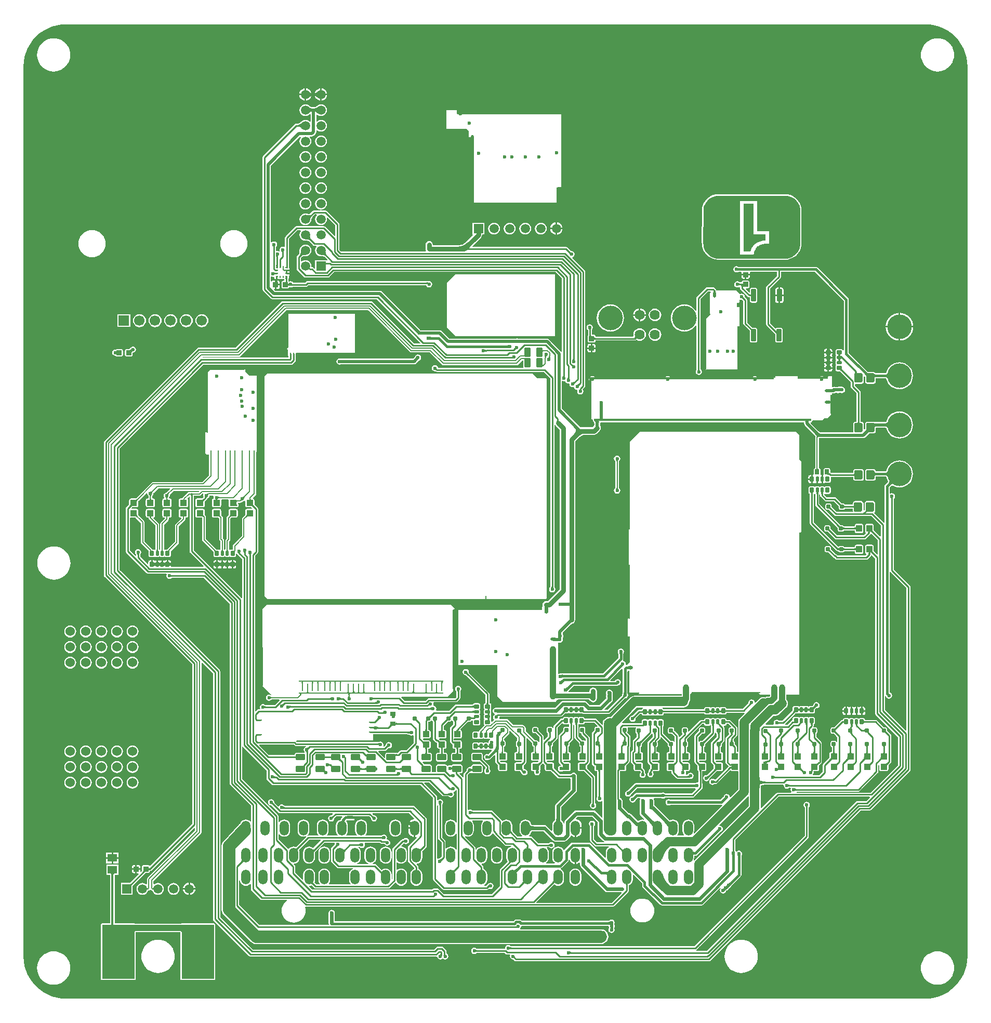
<source format=gtl>
G04*
G04 #@! TF.GenerationSoftware,Altium Limited,Altium Designer,20.0.10 (225)*
G04*
G04 Layer_Physical_Order=1*
G04 Layer_Color=255*
%FSLAX25Y25*%
%MOIN*%
G70*
G01*
G75*
%ADD15C,0.00787*%
%ADD16C,0.01181*%
%ADD17C,0.01575*%
%ADD23R,0.05906X0.05118*%
G04:AMPARAMS|DCode=24|XSize=33.47mil|YSize=33.47mil|CornerRadius=3.35mil|HoleSize=0mil|Usage=FLASHONLY|Rotation=0.000|XOffset=0mil|YOffset=0mil|HoleType=Round|Shape=RoundedRectangle|*
%AMROUNDEDRECTD24*
21,1,0.03347,0.02677,0,0,0.0*
21,1,0.02677,0.03347,0,0,0.0*
1,1,0.00669,0.01339,-0.01339*
1,1,0.00669,-0.01339,-0.01339*
1,1,0.00669,-0.01339,0.01339*
1,1,0.00669,0.01339,0.01339*
%
%ADD24ROUNDEDRECTD24*%
G04:AMPARAMS|DCode=25|XSize=39.37mil|YSize=57.09mil|CornerRadius=3.94mil|HoleSize=0mil|Usage=FLASHONLY|Rotation=0.000|XOffset=0mil|YOffset=0mil|HoleType=Round|Shape=RoundedRectangle|*
%AMROUNDEDRECTD25*
21,1,0.03937,0.04921,0,0,0.0*
21,1,0.03150,0.05709,0,0,0.0*
1,1,0.00787,0.01575,-0.02461*
1,1,0.00787,-0.01575,-0.02461*
1,1,0.00787,-0.01575,0.02461*
1,1,0.00787,0.01575,0.02461*
%
%ADD25ROUNDEDRECTD25*%
G04:AMPARAMS|DCode=26|XSize=27.56mil|YSize=36.22mil|CornerRadius=2.76mil|HoleSize=0mil|Usage=FLASHONLY|Rotation=0.000|XOffset=0mil|YOffset=0mil|HoleType=Round|Shape=RoundedRectangle|*
%AMROUNDEDRECTD26*
21,1,0.02756,0.03071,0,0,0.0*
21,1,0.02205,0.03622,0,0,0.0*
1,1,0.00551,0.01102,-0.01535*
1,1,0.00551,-0.01102,-0.01535*
1,1,0.00551,-0.01102,0.01535*
1,1,0.00551,0.01102,0.01535*
%
%ADD26ROUNDEDRECTD26*%
%ADD27R,0.01378X0.00984*%
%ADD28R,0.00984X0.01378*%
G04:AMPARAMS|DCode=29|XSize=27.56mil|YSize=36.22mil|CornerRadius=2.76mil|HoleSize=0mil|Usage=FLASHONLY|Rotation=90.000|XOffset=0mil|YOffset=0mil|HoleType=Round|Shape=RoundedRectangle|*
%AMROUNDEDRECTD29*
21,1,0.02756,0.03071,0,0,90.0*
21,1,0.02205,0.03622,0,0,90.0*
1,1,0.00551,0.01535,0.01102*
1,1,0.00551,0.01535,-0.01102*
1,1,0.00551,-0.01535,-0.01102*
1,1,0.00551,-0.01535,0.01102*
%
%ADD29ROUNDEDRECTD29*%
G04:AMPARAMS|DCode=30|XSize=31.5mil|YSize=78.74mil|CornerRadius=3.15mil|HoleSize=0mil|Usage=FLASHONLY|Rotation=0.000|XOffset=0mil|YOffset=0mil|HoleType=Round|Shape=RoundedRectangle|*
%AMROUNDEDRECTD30*
21,1,0.03150,0.07244,0,0,0.0*
21,1,0.02520,0.07874,0,0,0.0*
1,1,0.00630,0.01260,-0.03622*
1,1,0.00630,-0.01260,-0.03622*
1,1,0.00630,-0.01260,0.03622*
1,1,0.00630,0.01260,0.03622*
%
%ADD30ROUNDEDRECTD30*%
G04:AMPARAMS|DCode=31|XSize=51.18mil|YSize=59.06mil|CornerRadius=5.12mil|HoleSize=0mil|Usage=FLASHONLY|Rotation=0.000|XOffset=0mil|YOffset=0mil|HoleType=Round|Shape=RoundedRectangle|*
%AMROUNDEDRECTD31*
21,1,0.05118,0.04882,0,0,0.0*
21,1,0.04095,0.05906,0,0,0.0*
1,1,0.01024,0.02047,-0.02441*
1,1,0.01024,-0.02047,-0.02441*
1,1,0.01024,-0.02047,0.02441*
1,1,0.01024,0.02047,0.02441*
%
%ADD31ROUNDEDRECTD31*%
%ADD32C,0.15748*%
G04:AMPARAMS|DCode=33|XSize=23.62mil|YSize=23.62mil|CornerRadius=2.36mil|HoleSize=0mil|Usage=FLASHONLY|Rotation=90.000|XOffset=0mil|YOffset=0mil|HoleType=Round|Shape=RoundedRectangle|*
%AMROUNDEDRECTD33*
21,1,0.02362,0.01890,0,0,90.0*
21,1,0.01890,0.02362,0,0,90.0*
1,1,0.00472,0.00945,0.00945*
1,1,0.00472,0.00945,-0.00945*
1,1,0.00472,-0.00945,-0.00945*
1,1,0.00472,-0.00945,0.00945*
%
%ADD33ROUNDEDRECTD33*%
G04:AMPARAMS|DCode=34|XSize=39.37mil|YSize=43.31mil|CornerRadius=3.94mil|HoleSize=0mil|Usage=FLASHONLY|Rotation=270.000|XOffset=0mil|YOffset=0mil|HoleType=Round|Shape=RoundedRectangle|*
%AMROUNDEDRECTD34*
21,1,0.03937,0.03543,0,0,270.0*
21,1,0.03150,0.04331,0,0,270.0*
1,1,0.00787,-0.01772,-0.01575*
1,1,0.00787,-0.01772,0.01575*
1,1,0.00787,0.01772,0.01575*
1,1,0.00787,0.01772,-0.01575*
%
%ADD34ROUNDEDRECTD34*%
G04:AMPARAMS|DCode=35|XSize=39.37mil|YSize=57.09mil|CornerRadius=3.94mil|HoleSize=0mil|Usage=FLASHONLY|Rotation=90.000|XOffset=0mil|YOffset=0mil|HoleType=Round|Shape=RoundedRectangle|*
%AMROUNDEDRECTD35*
21,1,0.03937,0.04921,0,0,90.0*
21,1,0.03150,0.05709,0,0,90.0*
1,1,0.00787,0.02461,0.01575*
1,1,0.00787,0.02461,-0.01575*
1,1,0.00787,-0.02461,-0.01575*
1,1,0.00787,-0.02461,0.01575*
%
%ADD35ROUNDEDRECTD35*%
G04:AMPARAMS|DCode=36|XSize=25.59mil|YSize=31.5mil|CornerRadius=2.56mil|HoleSize=0mil|Usage=FLASHONLY|Rotation=270.000|XOffset=0mil|YOffset=0mil|HoleType=Round|Shape=RoundedRectangle|*
%AMROUNDEDRECTD36*
21,1,0.02559,0.02638,0,0,270.0*
21,1,0.02047,0.03150,0,0,270.0*
1,1,0.00512,-0.01319,-0.01024*
1,1,0.00512,-0.01319,0.01024*
1,1,0.00512,0.01319,0.01024*
1,1,0.00512,0.01319,-0.01024*
%
%ADD36ROUNDEDRECTD36*%
G04:AMPARAMS|DCode=37|XSize=17.72mil|YSize=31.5mil|CornerRadius=1.77mil|HoleSize=0mil|Usage=FLASHONLY|Rotation=270.000|XOffset=0mil|YOffset=0mil|HoleType=Round|Shape=RoundedRectangle|*
%AMROUNDEDRECTD37*
21,1,0.01772,0.02795,0,0,270.0*
21,1,0.01417,0.03150,0,0,270.0*
1,1,0.00354,-0.01398,-0.00709*
1,1,0.00354,-0.01398,0.00709*
1,1,0.00354,0.01398,0.00709*
1,1,0.00354,0.01398,-0.00709*
%
%ADD37ROUNDEDRECTD37*%
G04:AMPARAMS|DCode=38|XSize=25.59mil|YSize=31.5mil|CornerRadius=2.56mil|HoleSize=0mil|Usage=FLASHONLY|Rotation=180.000|XOffset=0mil|YOffset=0mil|HoleType=Round|Shape=RoundedRectangle|*
%AMROUNDEDRECTD38*
21,1,0.02559,0.02638,0,0,180.0*
21,1,0.02047,0.03150,0,0,180.0*
1,1,0.00512,-0.01024,0.01319*
1,1,0.00512,0.01024,0.01319*
1,1,0.00512,0.01024,-0.01319*
1,1,0.00512,-0.01024,-0.01319*
%
%ADD38ROUNDEDRECTD38*%
G04:AMPARAMS|DCode=39|XSize=17.72mil|YSize=31.5mil|CornerRadius=1.77mil|HoleSize=0mil|Usage=FLASHONLY|Rotation=180.000|XOffset=0mil|YOffset=0mil|HoleType=Round|Shape=RoundedRectangle|*
%AMROUNDEDRECTD39*
21,1,0.01772,0.02795,0,0,180.0*
21,1,0.01417,0.03150,0,0,180.0*
1,1,0.00354,-0.00709,0.01398*
1,1,0.00354,0.00709,0.01398*
1,1,0.00354,0.00709,-0.01398*
1,1,0.00354,-0.00709,-0.01398*
%
%ADD39ROUNDEDRECTD39*%
G04:AMPARAMS|DCode=40|XSize=33.47mil|YSize=33.47mil|CornerRadius=3.35mil|HoleSize=0mil|Usage=FLASHONLY|Rotation=90.000|XOffset=0mil|YOffset=0mil|HoleType=Round|Shape=RoundedRectangle|*
%AMROUNDEDRECTD40*
21,1,0.03347,0.02677,0,0,90.0*
21,1,0.02677,0.03347,0,0,90.0*
1,1,0.00669,0.01339,0.01339*
1,1,0.00669,0.01339,-0.01339*
1,1,0.00669,-0.01339,-0.01339*
1,1,0.00669,-0.01339,0.01339*
%
%ADD40ROUNDEDRECTD40*%
G04:AMPARAMS|DCode=41|XSize=23.62mil|YSize=23.62mil|CornerRadius=2.36mil|HoleSize=0mil|Usage=FLASHONLY|Rotation=0.000|XOffset=0mil|YOffset=0mil|HoleType=Round|Shape=RoundedRectangle|*
%AMROUNDEDRECTD41*
21,1,0.02362,0.01890,0,0,0.0*
21,1,0.01890,0.02362,0,0,0.0*
1,1,0.00472,0.00945,-0.00945*
1,1,0.00472,-0.00945,-0.00945*
1,1,0.00472,-0.00945,0.00945*
1,1,0.00472,0.00945,0.00945*
%
%ADD41ROUNDEDRECTD41*%
G04:AMPARAMS|DCode=42|XSize=39.37mil|YSize=43.31mil|CornerRadius=3.94mil|HoleSize=0mil|Usage=FLASHONLY|Rotation=180.000|XOffset=0mil|YOffset=0mil|HoleType=Round|Shape=RoundedRectangle|*
%AMROUNDEDRECTD42*
21,1,0.03937,0.03543,0,0,180.0*
21,1,0.03150,0.04331,0,0,180.0*
1,1,0.00787,-0.01575,0.01772*
1,1,0.00787,0.01575,0.01772*
1,1,0.00787,0.01575,-0.01772*
1,1,0.00787,-0.01575,-0.01772*
%
%ADD42ROUNDEDRECTD42*%
%ADD81C,0.06693*%
%ADD82R,0.06693X0.06693*%
%ADD84C,0.02362*%
G04:AMPARAMS|DCode=85|XSize=7.87mil|YSize=511.81mil|CornerRadius=3.94mil|HoleSize=0mil|Usage=FLASHONLY|Rotation=180.000|XOffset=0mil|YOffset=0mil|HoleType=Round|Shape=RoundedRectangle|*
%AMROUNDEDRECTD85*
21,1,0.00787,0.50394,0,0,180.0*
21,1,0.00000,0.51181,0,0,180.0*
1,1,0.00787,0.00000,0.25197*
1,1,0.00787,0.00000,0.25197*
1,1,0.00787,0.00000,-0.25197*
1,1,0.00787,0.00000,-0.25197*
%
%ADD85ROUNDEDRECTD85*%
G04:AMPARAMS|DCode=86|XSize=9.84mil|YSize=929.13mil|CornerRadius=4.92mil|HoleSize=0mil|Usage=FLASHONLY|Rotation=270.000|XOffset=0mil|YOffset=0mil|HoleType=Round|Shape=RoundedRectangle|*
%AMROUNDEDRECTD86*
21,1,0.00984,0.91929,0,0,270.0*
21,1,0.00000,0.92913,0,0,270.0*
1,1,0.00984,-0.45965,0.00000*
1,1,0.00984,-0.45965,0.00000*
1,1,0.00984,0.45965,0.00000*
1,1,0.00984,0.45965,0.00000*
%
%ADD86ROUNDEDRECTD86*%
G04:AMPARAMS|DCode=87|XSize=7.87mil|YSize=49.21mil|CornerRadius=3.94mil|HoleSize=0mil|Usage=FLASHONLY|Rotation=0.000|XOffset=0mil|YOffset=0mil|HoleType=Round|Shape=RoundedRectangle|*
%AMROUNDEDRECTD87*
21,1,0.00787,0.04134,0,0,0.0*
21,1,0.00000,0.04921,0,0,0.0*
1,1,0.00787,0.00000,-0.02067*
1,1,0.00787,0.00000,-0.02067*
1,1,0.00787,0.00000,0.02067*
1,1,0.00787,0.00000,0.02067*
%
%ADD87ROUNDEDRECTD87*%
G04:AMPARAMS|DCode=88|XSize=9.84mil|YSize=27.56mil|CornerRadius=4.92mil|HoleSize=0mil|Usage=FLASHONLY|Rotation=180.000|XOffset=0mil|YOffset=0mil|HoleType=Round|Shape=RoundedRectangle|*
%AMROUNDEDRECTD88*
21,1,0.00984,0.01772,0,0,180.0*
21,1,0.00000,0.02756,0,0,180.0*
1,1,0.00984,0.00000,0.00886*
1,1,0.00984,0.00000,0.00886*
1,1,0.00984,0.00000,-0.00886*
1,1,0.00984,0.00000,-0.00886*
%
%ADD88ROUNDEDRECTD88*%
G04:AMPARAMS|DCode=89|XSize=7.87mil|YSize=1424.8mil|CornerRadius=3.94mil|HoleSize=0mil|Usage=FLASHONLY|Rotation=180.000|XOffset=0mil|YOffset=0mil|HoleType=Round|Shape=RoundedRectangle|*
%AMROUNDEDRECTD89*
21,1,0.00787,1.41693,0,0,180.0*
21,1,0.00000,1.42480,0,0,180.0*
1,1,0.00787,0.00000,0.70847*
1,1,0.00787,0.00000,0.70847*
1,1,0.00787,0.00000,-0.70847*
1,1,0.00787,0.00000,-0.70847*
%
%ADD89ROUNDEDRECTD89*%
G04:AMPARAMS|DCode=90|XSize=7.87mil|YSize=1795.28mil|CornerRadius=3.94mil|HoleSize=0mil|Usage=FLASHONLY|Rotation=270.000|XOffset=0mil|YOffset=0mil|HoleType=Round|Shape=RoundedRectangle|*
%AMROUNDEDRECTD90*
21,1,0.00787,1.78740,0,0,270.0*
21,1,0.00000,1.79528,0,0,270.0*
1,1,0.00787,-0.89370,0.00000*
1,1,0.00787,-0.89370,0.00000*
1,1,0.00787,0.89370,0.00000*
1,1,0.00787,0.89370,0.00000*
%
%ADD90ROUNDEDRECTD90*%
G04:AMPARAMS|DCode=91|XSize=7.87mil|YSize=1413.39mil|CornerRadius=3.94mil|HoleSize=0mil|Usage=FLASHONLY|Rotation=180.000|XOffset=0mil|YOffset=0mil|HoleType=Round|Shape=RoundedRectangle|*
%AMROUNDEDRECTD91*
21,1,0.00787,1.40551,0,0,180.0*
21,1,0.00000,1.41339,0,0,180.0*
1,1,0.00787,0.00000,0.70276*
1,1,0.00787,0.00000,0.70276*
1,1,0.00787,0.00000,-0.70276*
1,1,0.00787,0.00000,-0.70276*
%
%ADD91ROUNDEDRECTD91*%
G04:AMPARAMS|DCode=92|XSize=7.87mil|YSize=1712.6mil|CornerRadius=3.94mil|HoleSize=0mil|Usage=FLASHONLY|Rotation=270.000|XOffset=0mil|YOffset=0mil|HoleType=Round|Shape=RoundedRectangle|*
%AMROUNDEDRECTD92*
21,1,0.00787,1.70472,0,0,270.0*
21,1,0.00000,1.71260,0,0,270.0*
1,1,0.00787,-0.85236,0.00000*
1,1,0.00787,-0.85236,0.00000*
1,1,0.00787,0.85236,0.00000*
1,1,0.00787,0.85236,0.00000*
%
%ADD92ROUNDEDRECTD92*%
G04:AMPARAMS|DCode=93|XSize=7.87mil|YSize=31.5mil|CornerRadius=3.94mil|HoleSize=0mil|Usage=FLASHONLY|Rotation=315.000|XOffset=0mil|YOffset=0mil|HoleType=Round|Shape=RoundedRectangle|*
%AMROUNDEDRECTD93*
21,1,0.00787,0.02362,0,0,315.0*
21,1,0.00000,0.03150,0,0,315.0*
1,1,0.00787,-0.00835,-0.00835*
1,1,0.00787,-0.00835,-0.00835*
1,1,0.00787,0.00835,0.00835*
1,1,0.00787,0.00835,0.00835*
%
%ADD93ROUNDEDRECTD93*%
G04:AMPARAMS|DCode=94|XSize=7.87mil|YSize=62.99mil|CornerRadius=3.94mil|HoleSize=0mil|Usage=FLASHONLY|Rotation=270.000|XOffset=0mil|YOffset=0mil|HoleType=Round|Shape=RoundedRectangle|*
%AMROUNDEDRECTD94*
21,1,0.00787,0.05512,0,0,270.0*
21,1,0.00000,0.06299,0,0,270.0*
1,1,0.00787,-0.02756,0.00000*
1,1,0.00787,-0.02756,0.00000*
1,1,0.00787,0.02756,0.00000*
1,1,0.00787,0.02756,0.00000*
%
%ADD94ROUNDEDRECTD94*%
G04:AMPARAMS|DCode=95|XSize=7.87mil|YSize=47.24mil|CornerRadius=3.94mil|HoleSize=0mil|Usage=FLASHONLY|Rotation=45.000|XOffset=0mil|YOffset=0mil|HoleType=Round|Shape=RoundedRectangle|*
%AMROUNDEDRECTD95*
21,1,0.00787,0.03937,0,0,45.0*
21,1,0.00000,0.04724,0,0,45.0*
1,1,0.00787,0.01392,-0.01392*
1,1,0.00787,0.01392,-0.01392*
1,1,0.00787,-0.01392,0.01392*
1,1,0.00787,-0.01392,0.01392*
%
%ADD95ROUNDEDRECTD95*%
G04:AMPARAMS|DCode=96|XSize=7.87mil|YSize=21.65mil|CornerRadius=3.94mil|HoleSize=0mil|Usage=FLASHONLY|Rotation=45.000|XOffset=0mil|YOffset=0mil|HoleType=Round|Shape=RoundedRectangle|*
%AMROUNDEDRECTD96*
21,1,0.00787,0.01378,0,0,45.0*
21,1,0.00000,0.02165,0,0,45.0*
1,1,0.00787,0.00487,-0.00487*
1,1,0.00787,0.00487,-0.00487*
1,1,0.00787,-0.00487,0.00487*
1,1,0.00787,-0.00487,0.00487*
%
%ADD96ROUNDEDRECTD96*%
G04:AMPARAMS|DCode=97|XSize=7.87mil|YSize=22.84mil|CornerRadius=3.94mil|HoleSize=0mil|Usage=FLASHONLY|Rotation=135.000|XOffset=0mil|YOffset=0mil|HoleType=Round|Shape=RoundedRectangle|*
%AMROUNDEDRECTD97*
21,1,0.00787,0.01496,0,0,135.0*
21,1,0.00000,0.02284,0,0,135.0*
1,1,0.00787,0.00529,0.00529*
1,1,0.00787,0.00529,0.00529*
1,1,0.00787,-0.00529,-0.00529*
1,1,0.00787,-0.00529,-0.00529*
%
%ADD97ROUNDEDRECTD97*%
G04:AMPARAMS|DCode=98|XSize=7.87mil|YSize=37.01mil|CornerRadius=3.94mil|HoleSize=0mil|Usage=FLASHONLY|Rotation=225.000|XOffset=0mil|YOffset=0mil|HoleType=Round|Shape=RoundedRectangle|*
%AMROUNDEDRECTD98*
21,1,0.00787,0.02913,0,0,225.0*
21,1,0.00000,0.03701,0,0,225.0*
1,1,0.00787,-0.01030,0.01030*
1,1,0.00787,-0.01030,0.01030*
1,1,0.00787,0.01030,-0.01030*
1,1,0.00787,0.01030,-0.01030*
%
%ADD98ROUNDEDRECTD98*%
%ADD99O,0.03937X0.34429*%
%ADD100O,0.54331X0.00787*%
%ADD101O,0.00787X0.36221*%
%ADD102O,0.03937X0.01968*%
%ADD103O,0.00787X0.01968*%
%ADD104O,0.25591X0.00787*%
%ADD105O,0.01575X0.21260*%
%ADD106O,0.35433X0.01575*%
G04:AMPARAMS|DCode=107|XSize=15.75mil|YSize=62.99mil|CornerRadius=0mil|HoleSize=0mil|Usage=FLASHONLY|Rotation=45.000|XOffset=0mil|YOffset=0mil|HoleType=Round|Shape=Round|*
%AMOVALD107*
21,1,0.04724,0.01575,0.00000,0.00000,135.0*
1,1,0.01575,0.01670,-0.01670*
1,1,0.01575,-0.01670,0.01670*
%
%ADD107OVALD107*%

G04:AMPARAMS|DCode=108|XSize=7.87mil|YSize=651.58mil|CornerRadius=3.94mil|HoleSize=0mil|Usage=FLASHONLY|Rotation=270.000|XOffset=0mil|YOffset=0mil|HoleType=Round|Shape=RoundedRectangle|*
%AMROUNDEDRECTD108*
21,1,0.00787,0.64370,0,0,270.0*
21,1,0.00000,0.65158,0,0,270.0*
1,1,0.00787,-0.32185,0.00000*
1,1,0.00787,-0.32185,0.00000*
1,1,0.00787,0.32185,0.00000*
1,1,0.00787,0.32185,0.00000*
%
%ADD108ROUNDEDRECTD108*%
G04:AMPARAMS|DCode=109|XSize=7.87mil|YSize=86.22mil|CornerRadius=3.94mil|HoleSize=0mil|Usage=FLASHONLY|Rotation=135.000|XOffset=0mil|YOffset=0mil|HoleType=Round|Shape=RoundedRectangle|*
%AMROUNDEDRECTD109*
21,1,0.00787,0.07835,0,0,135.0*
21,1,0.00000,0.08622,0,0,135.0*
1,1,0.00787,0.02770,0.02770*
1,1,0.00787,0.02770,0.02770*
1,1,0.00787,-0.02770,-0.02770*
1,1,0.00787,-0.02770,-0.02770*
%
%ADD109ROUNDEDRECTD109*%
G04:AMPARAMS|DCode=110|XSize=7.87mil|YSize=294.88mil|CornerRadius=3.94mil|HoleSize=0mil|Usage=FLASHONLY|Rotation=180.000|XOffset=0mil|YOffset=0mil|HoleType=Round|Shape=RoundedRectangle|*
%AMROUNDEDRECTD110*
21,1,0.00787,0.28701,0,0,180.0*
21,1,0.00000,0.29488,0,0,180.0*
1,1,0.00787,0.00000,0.14350*
1,1,0.00787,0.00000,0.14350*
1,1,0.00787,0.00000,-0.14350*
1,1,0.00787,0.00000,-0.14350*
%
%ADD110ROUNDEDRECTD110*%
G04:AMPARAMS|DCode=111|XSize=7.87mil|YSize=88.19mil|CornerRadius=3.94mil|HoleSize=0mil|Usage=FLASHONLY|Rotation=225.000|XOffset=0mil|YOffset=0mil|HoleType=Round|Shape=RoundedRectangle|*
%AMROUNDEDRECTD111*
21,1,0.00787,0.08032,0,0,225.0*
21,1,0.00000,0.08819,0,0,225.0*
1,1,0.00787,-0.02840,0.02840*
1,1,0.00787,-0.02840,0.02840*
1,1,0.00787,0.02840,-0.02840*
1,1,0.00787,0.02840,-0.02840*
%
%ADD111ROUNDEDRECTD111*%
G04:AMPARAMS|DCode=112|XSize=7.87mil|YSize=408.27mil|CornerRadius=3.94mil|HoleSize=0mil|Usage=FLASHONLY|Rotation=0.000|XOffset=0mil|YOffset=0mil|HoleType=Round|Shape=RoundedRectangle|*
%AMROUNDEDRECTD112*
21,1,0.00787,0.40039,0,0,0.0*
21,1,0.00000,0.40827,0,0,0.0*
1,1,0.00787,0.00000,-0.20020*
1,1,0.00787,0.00000,-0.20020*
1,1,0.00787,0.00000,0.20020*
1,1,0.00787,0.00000,0.20020*
%
%ADD112ROUNDEDRECTD112*%
G04:AMPARAMS|DCode=113|XSize=7.87mil|YSize=648.03mil|CornerRadius=3.94mil|HoleSize=0mil|Usage=FLASHONLY|Rotation=270.000|XOffset=0mil|YOffset=0mil|HoleType=Round|Shape=RoundedRectangle|*
%AMROUNDEDRECTD113*
21,1,0.00787,0.64016,0,0,270.0*
21,1,0.00000,0.64803,0,0,270.0*
1,1,0.00787,-0.32008,0.00000*
1,1,0.00787,-0.32008,0.00000*
1,1,0.00787,0.32008,0.00000*
1,1,0.00787,0.32008,0.00000*
%
%ADD113ROUNDEDRECTD113*%
%ADD114O,0.68504X0.01575*%
%ADD115O,0.01968X0.50000*%
%ADD116O,0.56890X0.01968*%
%ADD117O,0.01968X0.44882*%
%ADD118O,0.01968X0.11811*%
%ADD119O,0.04724X0.01968*%
%ADD120O,0.01968X0.00984*%
%ADD121O,0.00984X0.01968*%
%ADD122O,0.43701X0.00787*%
%ADD123O,0.00787X0.26772*%
%ADD124O,0.38583X0.01575*%
%ADD125O,0.00787X0.22323*%
G04:AMPARAMS|DCode=126|XSize=7.87mil|YSize=47.24mil|CornerRadius=0mil|HoleSize=0mil|Usage=FLASHONLY|Rotation=315.000|XOffset=0mil|YOffset=0mil|HoleType=Round|Shape=Round|*
%AMOVALD126*
21,1,0.03937,0.00787,0.00000,0.00000,45.0*
1,1,0.00787,-0.01392,-0.01392*
1,1,0.00787,0.01392,0.01392*
%
%ADD126OVALD126*%

%ADD127O,0.00787X0.33071*%
%ADD128O,0.20669X0.00787*%
%ADD129O,0.01968X0.03937*%
%ADD130O,0.00787X0.02756*%
%ADD131O,0.00984X0.01968*%
%ADD132O,0.00787X0.28543*%
G04:AMPARAMS|DCode=133|XSize=7.87mil|YSize=11.81mil|CornerRadius=0mil|HoleSize=0mil|Usage=FLASHONLY|Rotation=45.000|XOffset=0mil|YOffset=0mil|HoleType=Round|Shape=Round|*
%AMOVALD133*
21,1,0.00394,0.00787,0.00000,0.00000,135.0*
1,1,0.00787,0.00139,-0.00139*
1,1,0.00787,-0.00139,0.00139*
%
%ADD133OVALD133*%

%ADD134O,0.00787X0.14173*%
%ADD135O,0.06693X0.00787*%
G04:AMPARAMS|DCode=136|XSize=95.67mil|YSize=7.87mil|CornerRadius=0mil|HoleSize=0mil|Usage=FLASHONLY|Rotation=45.000|XOffset=0mil|YOffset=0mil|HoleType=Round|Shape=Round|*
%AMOVALD136*
21,1,0.08780,0.00787,0.00000,0.00000,45.0*
1,1,0.00787,-0.03104,-0.03104*
1,1,0.00787,0.03104,0.03104*
%
%ADD136OVALD136*%

%ADD137O,1.01181X0.00787*%
%ADD138O,0.00787X0.56693*%
%ADD139O,0.00787X0.34744*%
%ADD140O,0.00787X0.16732*%
%ADD141O,0.00787X1.01772*%
%ADD142O,0.44587X0.00787*%
%ADD143O,0.03937X0.05906*%
G04:AMPARAMS|DCode=144|XSize=39.37mil|YSize=7.87mil|CornerRadius=0mil|HoleSize=0mil|Usage=FLASHONLY|Rotation=315.000|XOffset=0mil|YOffset=0mil|HoleType=Round|Shape=Round|*
%AMOVALD144*
21,1,0.03150,0.00787,0.00000,0.00000,315.0*
1,1,0.00787,-0.01114,0.01114*
1,1,0.00787,0.01114,-0.01114*
%
%ADD144OVALD144*%

%ADD145O,0.00787X0.16339*%
%ADD146O,0.03150X0.02362*%
%ADD147O,0.00787X0.12205*%
%ADD148O,1.18110X0.01575*%
%ADD149O,1.39370X0.01575*%
%ADD150O,0.01575X0.28347*%
%ADD151O,0.19685X0.01575*%
%ADD152O,0.00787X0.01575*%
%ADD153O,0.00984X0.40158*%
%ADD154O,0.22835X0.00984*%
G04:AMPARAMS|DCode=155|XSize=25.59mil|YSize=9.84mil|CornerRadius=0mil|HoleSize=0mil|Usage=FLASHONLY|Rotation=45.000|XOffset=0mil|YOffset=0mil|HoleType=Round|Shape=Round|*
%AMOVALD155*
21,1,0.01575,0.00984,0.00000,0.00000,45.0*
1,1,0.00984,-0.00557,-0.00557*
1,1,0.00984,0.00557,0.00557*
%
%ADD155OVALD155*%

%ADD156R,0.01968X0.01968*%
%ADD157C,0.00984*%
%ADD158C,0.03150*%
%ADD159C,0.05906*%
%ADD160C,0.03937*%
%ADD161C,0.01968*%
%ADD162C,0.07874*%
%ADD163C,0.02362*%
%ADD164C,0.06000*%
%ADD165R,0.05906X0.05906*%
%ADD166C,0.05906*%
%ADD167O,0.05906X0.09449*%
%ADD168C,0.06400*%
%ADD169R,0.05906X0.05906*%
G36*
X581781Y625413D02*
X584783Y624902D01*
X587710Y624059D01*
X590524Y622894D01*
X593189Y621421D01*
X595673Y619658D01*
X597944Y617629D01*
X599973Y615358D01*
X601736Y612874D01*
X603209Y610209D01*
X604374Y607395D01*
X605217Y604468D01*
X605727Y601466D01*
X605895Y598479D01*
X605873Y598425D01*
Y27559D01*
X605895Y27505D01*
X605727Y24518D01*
X605217Y21516D01*
X604374Y18589D01*
X603209Y15776D01*
X601736Y13110D01*
X599973Y10626D01*
X597944Y8355D01*
X595673Y6326D01*
X593189Y4564D01*
X590524Y3091D01*
X587710Y1925D01*
X584783Y1082D01*
X581781Y572D01*
X578794Y404D01*
X578740Y426D01*
X27559D01*
X27505Y404D01*
X24518Y572D01*
X21516Y1082D01*
X18589Y1925D01*
X15776Y3091D01*
X13110Y4564D01*
X10626Y6326D01*
X8355Y8355D01*
X6326Y10626D01*
X4564Y13110D01*
X3091Y15776D01*
X1925Y18589D01*
X1082Y21516D01*
X572Y24518D01*
X404Y27505D01*
X426Y27559D01*
Y598425D01*
X404Y598479D01*
X572Y601466D01*
X1082Y604468D01*
X1925Y607395D01*
X3091Y610209D01*
X4564Y612874D01*
X6326Y615358D01*
X8355Y617629D01*
X10626Y619658D01*
X13110Y621421D01*
X15776Y622894D01*
X18589Y624059D01*
X21516Y624902D01*
X24518Y625413D01*
X27505Y625580D01*
X27559Y625558D01*
X578740D01*
X578794Y625580D01*
X581781Y625413D01*
D02*
G37*
%LPC*%
G36*
X586614Y616568D02*
X584946Y616437D01*
X583319Y616046D01*
X581773Y615406D01*
X580347Y614532D01*
X579074Y613445D01*
X577988Y612173D01*
X577114Y610746D01*
X576473Y609200D01*
X576083Y607574D01*
X575951Y605905D01*
X576083Y604238D01*
X576473Y602610D01*
X577114Y601065D01*
X577988Y599638D01*
X579074Y598366D01*
X580347Y597279D01*
X581773Y596405D01*
X583319Y595765D01*
X584946Y595374D01*
X586614Y595243D01*
X588282Y595374D01*
X589909Y595765D01*
X591455Y596405D01*
X592882Y597279D01*
X594154Y598366D01*
X595240Y599638D01*
X596115Y601065D01*
X596755Y602610D01*
X597146Y604238D01*
X597277Y605905D01*
X597146Y607574D01*
X596755Y609200D01*
X596115Y610746D01*
X595240Y612173D01*
X594154Y613445D01*
X592882Y614532D01*
X591455Y615406D01*
X589909Y616046D01*
X588282Y616437D01*
X586614Y616568D01*
D02*
G37*
G36*
X19685D02*
X18017Y616437D01*
X16390Y616046D01*
X14844Y615406D01*
X13418Y614532D01*
X12145Y613445D01*
X11059Y612173D01*
X10184Y610746D01*
X9544Y609200D01*
X9154Y607574D01*
X9022Y605905D01*
X9154Y604238D01*
X9544Y602610D01*
X10184Y601065D01*
X11059Y599638D01*
X12145Y598366D01*
X13418Y597279D01*
X14844Y596405D01*
X16390Y595765D01*
X18017Y595374D01*
X19685Y595243D01*
X21353Y595374D01*
X22980Y595765D01*
X24526Y596405D01*
X25953Y597279D01*
X27225Y598366D01*
X28311Y599638D01*
X29186Y601065D01*
X29826Y602610D01*
X30217Y604238D01*
X30348Y605905D01*
X30217Y607574D01*
X29826Y609200D01*
X29186Y610746D01*
X28311Y612173D01*
X27225Y613445D01*
X25953Y614532D01*
X24526Y615406D01*
X22980Y616046D01*
X21353Y616437D01*
X19685Y616568D01*
D02*
G37*
G36*
X181642Y584394D02*
Y580972D01*
X183250D01*
Y582539D01*
X183501Y582296D01*
X183752Y582079D01*
X184003Y581887D01*
X184254Y581720D01*
X184505Y581580D01*
X184756Y581465D01*
X185006Y581375D01*
X185010Y581374D01*
X184993Y581504D01*
X184595Y582466D01*
X183961Y583292D01*
X183135Y583925D01*
X182174Y584323D01*
X181642Y584394D01*
D02*
G37*
G36*
X191642D02*
Y580972D01*
X195063D01*
X194993Y581504D01*
X194595Y582466D01*
X193961Y583292D01*
X193135Y583925D01*
X192174Y584323D01*
X191642Y584394D01*
D02*
G37*
G36*
X190642D02*
X190110Y584323D01*
X189148Y583925D01*
X188323Y583292D01*
X187689Y582466D01*
X187291Y581504D01*
X187274Y581374D01*
X187277Y581375D01*
X187528Y581465D01*
X187779Y581580D01*
X188030Y581720D01*
X188280Y581887D01*
X188531Y582079D01*
X188782Y582296D01*
X189033Y582539D01*
Y580972D01*
X190642D01*
Y584394D01*
D02*
G37*
G36*
X180642D02*
X180110Y584323D01*
X179148Y583925D01*
X178323Y583292D01*
X177689Y582466D01*
X177291Y581504D01*
X177221Y580972D01*
X180642D01*
Y584394D01*
D02*
G37*
G36*
X190642Y579973D02*
X189033D01*
Y578406D01*
X188782Y578649D01*
X188531Y578866D01*
X188280Y579058D01*
X188030Y579224D01*
X187779Y579365D01*
X187528Y579480D01*
X187277Y579570D01*
X187274Y579571D01*
X187291Y579441D01*
X187689Y578479D01*
X188323Y577653D01*
X189148Y577020D01*
X190110Y576621D01*
X190642Y576551D01*
Y579973D01*
D02*
G37*
G36*
X180642D02*
X177221D01*
X177291Y579441D01*
X177689Y578479D01*
X178323Y577653D01*
X179148Y577020D01*
X180110Y576621D01*
X180642Y576551D01*
Y579973D01*
D02*
G37*
G36*
X195063D02*
X191642D01*
Y576551D01*
X192174Y576621D01*
X193135Y577020D01*
X193961Y577653D01*
X194595Y578479D01*
X194993Y579441D01*
X195063Y579973D01*
D02*
G37*
G36*
X183250D02*
X181642D01*
Y576551D01*
X182174Y576621D01*
X183135Y577020D01*
X183961Y577653D01*
X184595Y578479D01*
X184993Y579441D01*
X185010Y579571D01*
X185006Y579570D01*
X184756Y579480D01*
X184505Y579365D01*
X184254Y579224D01*
X184003Y579058D01*
X183752Y578866D01*
X183501Y578649D01*
X183250Y578406D01*
Y579973D01*
D02*
G37*
G36*
X191142Y574245D02*
X190165Y574116D01*
X189255Y573739D01*
X188474Y573140D01*
X188433Y573086D01*
X188364Y573024D01*
X188178Y572879D01*
X187992Y572754D01*
X187805Y572647D01*
X187617Y572558D01*
X187427Y572486D01*
X187234Y572431D01*
X187036Y572391D01*
X186922Y572377D01*
X185361D01*
X185247Y572391D01*
X185050Y572431D01*
X184856Y572486D01*
X184666Y572558D01*
X184478Y572647D01*
X184291Y572754D01*
X184105Y572879D01*
X183920Y573024D01*
X183851Y573086D01*
X183809Y573140D01*
X183028Y573739D01*
X182118Y574116D01*
X181142Y574245D01*
X180165Y574116D01*
X179255Y573739D01*
X178474Y573140D01*
X177875Y572359D01*
X177498Y571449D01*
X177369Y570472D01*
X177498Y569496D01*
X177875Y568586D01*
X178474Y567805D01*
X179255Y567205D01*
X180165Y566829D01*
X181142Y566700D01*
X182118Y566829D01*
X183028Y567205D01*
X183809Y567805D01*
X183901Y567925D01*
X184012Y568038D01*
X184242Y567997D01*
X184512Y567821D01*
Y563045D01*
X184012Y562875D01*
X183809Y563140D01*
X183028Y563739D01*
X182118Y564116D01*
X181142Y564245D01*
X180165Y564116D01*
X179255Y563739D01*
X178474Y563140D01*
X178423Y563073D01*
X178257Y562920D01*
X177697Y562457D01*
X177457Y562286D01*
X177230Y562142D01*
X177026Y562031D01*
X176846Y561952D01*
X176694Y561901D01*
X176573Y561875D01*
X175335D01*
X174835Y561776D01*
X174412Y561493D01*
X154097Y541178D01*
X153814Y540755D01*
X153715Y540256D01*
Y455558D01*
X153814Y455059D01*
X154097Y454636D01*
X159163Y449570D01*
X159587Y449287D01*
X160086Y449188D01*
X226984D01*
X254917Y421255D01*
X254725Y420793D01*
X250836D01*
X224151Y447478D01*
X223728Y447760D01*
X223228Y447860D01*
X166535D01*
X166036Y447760D01*
X165613Y447478D01*
X136271Y418135D01*
X112724D01*
X112225Y418036D01*
X111802Y417753D01*
X52310Y358261D01*
X52027Y357838D01*
X51928Y357339D01*
Y272090D01*
X52027Y271591D01*
X52310Y271168D01*
X108522Y214955D01*
Y112631D01*
X81570Y85678D01*
X80947Y85711D01*
X80576Y85958D01*
X80138Y86046D01*
X77461D01*
X77023Y85958D01*
X76652Y85711D01*
X76404Y85339D01*
X76317Y84902D01*
Y82445D01*
X76126Y82223D01*
X75704Y81801D01*
X75243Y82047D01*
X75278Y82224D01*
Y83063D01*
X73079D01*
Y80864D01*
X73917D01*
X74095Y80899D01*
X74341Y80438D01*
X68803Y74900D01*
X68638Y74746D01*
X68506Y74640D01*
X68458Y74606D01*
X62874D01*
Y67126D01*
X70354D01*
Y72710D01*
X70382Y72749D01*
X70607Y73014D01*
X78430Y80837D01*
X78509Y80906D01*
X78633Y81004D01*
X78737Y81075D01*
X78745Y81080D01*
X80138D01*
X80576Y81168D01*
X80947Y81415D01*
X81195Y81787D01*
X81277Y82201D01*
X81732Y82292D01*
X82156Y82574D01*
X109834Y110253D01*
X110296Y110061D01*
Y108310D01*
X79869Y77883D01*
X79608Y77492D01*
X79516Y77031D01*
X79516Y77031D01*
Y73984D01*
X79016Y73737D01*
X78500Y74133D01*
X77591Y74510D01*
X76614Y74639D01*
X75638Y74510D01*
X74728Y74133D01*
X73947Y73534D01*
X73347Y72752D01*
X72970Y71842D01*
X72842Y70866D01*
X72970Y69890D01*
X73347Y68980D01*
X73947Y68199D01*
X74728Y67599D01*
X75638Y67222D01*
X76614Y67094D01*
X77591Y67222D01*
X78500Y67599D01*
X79282Y68199D01*
X79881Y68980D01*
X80163Y69660D01*
X80183Y69662D01*
X80305D01*
X80305Y69662D01*
X80766Y69754D01*
X81157Y70015D01*
X81273Y70130D01*
X81614Y70397D01*
X81956Y70130D01*
X82072Y70015D01*
X82072Y70015D01*
X82462Y69754D01*
X82923Y69662D01*
X83045D01*
X83066Y69660D01*
X83347Y68980D01*
X83947Y68199D01*
X84728Y67599D01*
X85638Y67222D01*
X86614Y67094D01*
X87590Y67222D01*
X88500Y67599D01*
X89282Y68199D01*
X89881Y68980D01*
X90258Y69890D01*
X90387Y70866D01*
X90258Y71842D01*
X89881Y72752D01*
X89282Y73534D01*
X88500Y74133D01*
X87590Y74510D01*
X86614Y74639D01*
X85638Y74510D01*
X84728Y74133D01*
X84212Y73737D01*
X83712Y73984D01*
Y75792D01*
X114139Y106219D01*
X114400Y106610D01*
X114492Y107071D01*
X114492Y107071D01*
Y215834D01*
X114954Y216025D01*
X121908Y209071D01*
Y51397D01*
X122007Y50898D01*
X122290Y50475D01*
X145061Y27704D01*
X145484Y27421D01*
X145983Y27322D01*
X264979D01*
X265229Y27371D01*
X265710Y27150D01*
X265805Y27038D01*
X265854Y26791D01*
X266289Y26140D01*
X266941Y25705D01*
X267709Y25552D01*
X268477Y25705D01*
X269128Y26140D01*
X269439D01*
X270090Y25705D01*
X270858Y25552D01*
X271626Y25705D01*
X272277Y26140D01*
X272713Y26791D01*
X272865Y27559D01*
X272713Y28327D01*
X272277Y28978D01*
X271626Y29414D01*
X271580Y29423D01*
Y30842D01*
X271481Y31341D01*
X271198Y31764D01*
X269517Y33446D01*
X269094Y33728D01*
X268594Y33828D01*
X266070D01*
X265571Y33728D01*
X265148Y33446D01*
X263617Y31915D01*
X147346D01*
X126502Y52759D01*
Y210433D01*
X126402Y210932D01*
X126119Y211355D01*
X61935Y275540D01*
Y353397D01*
X115592Y407054D01*
X172021D01*
X172520Y407153D01*
X172943Y407436D01*
X174615Y409108D01*
X174898Y409531D01*
X174997Y410030D01*
Y413327D01*
X175005Y413366D01*
Y414168D01*
X175513Y414676D01*
X212923D01*
Y439725D01*
X170305D01*
Y418362D01*
X169270Y417327D01*
X170068Y416528D01*
Y412739D01*
X170420D01*
Y411631D01*
X115393D01*
X115126Y412131D01*
X115149Y412166D01*
X138567D01*
X138567Y412166D01*
X139028Y412257D01*
X139418Y412519D01*
X169003Y442103D01*
X221384D01*
X248098Y415389D01*
X248098Y415389D01*
X248489Y415128D01*
X248950Y415036D01*
X260847D01*
X268758Y407125D01*
X269149Y406864D01*
X269609Y406773D01*
X316695D01*
X316695Y406773D01*
X317156Y406864D01*
X317546Y407125D01*
X320183Y409762D01*
X320941D01*
Y406004D01*
X321013Y405643D01*
X320827Y405297D01*
X320699Y405143D01*
X266235D01*
X266126Y405689D01*
X265691Y406341D01*
X265040Y406776D01*
X264272Y406928D01*
X263504Y406776D01*
X262852Y406341D01*
X262417Y405689D01*
X262265Y404921D01*
X262417Y404153D01*
X262852Y403502D01*
X263504Y403067D01*
X264272Y402914D01*
X264511Y402962D01*
X264557Y402916D01*
X264980Y402633D01*
X265479Y402534D01*
X333909D01*
X338164Y398278D01*
Y264627D01*
X338157Y264585D01*
X338147Y264540D01*
X338136Y264505D01*
X338125Y264476D01*
X338114Y264455D01*
X338113Y264454D01*
X338049Y264411D01*
X337614Y263760D01*
X337461Y262992D01*
X337614Y262224D01*
X338049Y261573D01*
X338700Y261138D01*
X339469Y260985D01*
X340237Y261138D01*
X340888Y261573D01*
X341323Y262224D01*
X341476Y262992D01*
X341323Y263760D01*
X340888Y264411D01*
X340824Y264454D01*
X340823Y264455D01*
X340812Y264476D01*
X340801Y264505D01*
X340790Y264540D01*
X340780Y264585D01*
X340773Y264627D01*
Y368522D01*
X341273Y368674D01*
X341604Y368179D01*
X342724Y367059D01*
X343120Y366466D01*
X343714Y366069D01*
X344236Y365547D01*
Y263193D01*
X336502Y255460D01*
X335531D01*
X334610Y255276D01*
X333828Y254754D01*
X333306Y253973D01*
X333123Y253051D01*
X333298Y252170D01*
X333292Y252107D01*
X333012Y251670D01*
X332972Y251670D01*
X332972Y250656D01*
X332513Y250197D01*
X279232D01*
Y214370D01*
X279134Y214272D01*
X303445Y214173D01*
X303543Y214075D01*
X303543Y193996D01*
X307284Y190256D01*
X341142D01*
X342708Y192252D01*
X343138Y192252D01*
Y192375D01*
X362979D01*
X364045Y191309D01*
X364826Y190787D01*
X365748Y190603D01*
X366670Y190787D01*
X367451Y191309D01*
X367973Y192090D01*
X368157Y193012D01*
Y197638D01*
X367973Y198559D01*
X367451Y199341D01*
X366670Y199863D01*
X365748Y200046D01*
X364826Y199863D01*
X364045Y199341D01*
X363523Y198559D01*
X363340Y197638D01*
Y197192D01*
X350160D01*
X349903Y197604D01*
X349908Y197692D01*
X349943Y197869D01*
X353126Y201052D01*
X380594D01*
X380594Y201052D01*
X381208Y201174D01*
X381465Y201345D01*
X381496Y201339D01*
X382264Y201492D01*
X382915Y201927D01*
X383350Y202578D01*
X383503Y203346D01*
X383350Y204115D01*
X382915Y204766D01*
X382264Y205201D01*
X381496Y205353D01*
X380728Y205201D01*
X380077Y204766D01*
X379741Y204263D01*
X376872D01*
X376681Y204725D01*
X384066Y212110D01*
X384143Y212100D01*
X384550Y211887D01*
Y196185D01*
X384301Y195813D01*
X384149Y195045D01*
X384164Y194970D01*
X384163Y194969D01*
X384156Y194946D01*
X384144Y194918D01*
X384127Y194885D01*
X384126Y194883D01*
X383845Y194579D01*
X375019Y185753D01*
X373005D01*
X372814Y186215D01*
X376826Y190228D01*
X377048Y190272D01*
X377699Y190707D01*
X378134Y191358D01*
X378287Y192126D01*
Y196654D01*
X378134Y197422D01*
X377699Y198073D01*
X377048Y198508D01*
X376279Y198661D01*
X375886D01*
X375118Y198508D01*
X374467Y198073D01*
X374031Y197422D01*
X373879Y196654D01*
X374031Y195886D01*
X374272Y195525D01*
Y195518D01*
X374031Y195158D01*
X373879Y194390D01*
X374031Y193622D01*
X374236Y193315D01*
X369838Y188917D01*
X363505D01*
X361632Y190789D01*
X360981Y191224D01*
X360213Y191377D01*
X346283D01*
X345515Y191224D01*
X344864Y190789D01*
X343337Y189262D01*
X343266Y189215D01*
X341098Y187046D01*
X304134D01*
X303691Y186958D01*
X303248Y187046D01*
X302480Y186894D01*
X301829Y186459D01*
X301394Y185807D01*
X301241Y185039D01*
X301394Y184271D01*
X301829Y183620D01*
X302480Y183185D01*
X302510Y183179D01*
X302615Y182648D01*
X302186Y182361D01*
X301751Y181710D01*
X301598Y180942D01*
X301751Y180174D01*
X302186Y179523D01*
X301970Y179066D01*
X300876Y177973D01*
X300414Y178164D01*
Y178878D01*
X300333Y179285D01*
X300260Y179394D01*
X300169Y179732D01*
X300147Y179844D01*
X300169Y179946D01*
X300218Y180035D01*
X300338Y180214D01*
X300413Y180591D01*
Y182008D01*
X300338Y182384D01*
X300218Y182563D01*
X300169Y182653D01*
Y183031D01*
X300235Y183209D01*
X300338Y183364D01*
X300413Y183740D01*
Y185158D01*
X300338Y185534D01*
X300218Y185713D01*
X300169Y185802D01*
X300147Y185904D01*
X300169Y186017D01*
X300260Y186354D01*
X300333Y186463D01*
X300414Y186870D01*
Y188917D01*
X300333Y189324D01*
X300103Y189670D01*
X299758Y189900D01*
X299350Y189981D01*
X299139D01*
Y195965D01*
X299040Y196464D01*
X298757Y196887D01*
X286097Y209548D01*
X286074Y209579D01*
X286055Y209611D01*
X286043Y209636D01*
X286036Y209655D01*
X286032Y209668D01*
X286031Y209678D01*
X286030Y209687D01*
X286032Y209738D01*
X286032Y209740D01*
X286062Y209892D01*
X285909Y210660D01*
X285474Y211311D01*
X284823Y211746D01*
X284055Y211899D01*
X283287Y211746D01*
X282636Y211311D01*
X282201Y210660D01*
X282048Y209892D01*
X282201Y209124D01*
X282636Y208472D01*
X283287Y208037D01*
X283826Y207930D01*
X283866Y207917D01*
X283924Y207910D01*
X283950Y207905D01*
X283978Y207896D01*
X284010Y207884D01*
X284046Y207867D01*
X284086Y207844D01*
X284130Y207815D01*
X284168Y207787D01*
X296530Y195424D01*
Y189945D01*
X296305Y189900D01*
X295960Y189670D01*
X295730Y189324D01*
X295649Y188917D01*
Y186870D01*
X295730Y186463D01*
X295798Y186361D01*
X295938Y185853D01*
X295725Y185534D01*
X295650Y185158D01*
Y183740D01*
X295725Y183364D01*
X295938Y183045D01*
Y182703D01*
X295725Y182384D01*
X295650Y182008D01*
Y180591D01*
X295725Y180214D01*
X295938Y179895D01*
X295798Y179387D01*
X295730Y179285D01*
X295649Y178878D01*
Y176831D01*
X295730Y176424D01*
X295960Y176078D01*
X295995Y175729D01*
X292948Y172682D01*
X292687Y172292D01*
X292625Y171980D01*
X292201Y171675D01*
X292142Y171651D01*
X291887Y171721D01*
X291785Y171790D01*
X291378Y171871D01*
X289331D01*
X288924Y171790D01*
X288579Y171559D01*
X288348Y171214D01*
X288267Y170807D01*
Y168169D01*
X288348Y167762D01*
X288579Y167417D01*
X288924Y167186D01*
X289331Y167105D01*
X291378D01*
X291785Y167186D01*
X291887Y167255D01*
X292395Y167395D01*
X292714Y167182D01*
X293091Y167107D01*
X294508D01*
X294884Y167182D01*
X295024Y167275D01*
X295374Y167356D01*
X295724Y167275D01*
X295864Y167182D01*
X296240Y167107D01*
X297657D01*
X298034Y167182D01*
X298353Y167395D01*
X298861Y167255D01*
X298963Y167186D01*
X299370Y167105D01*
X299603D01*
X299755Y166605D01*
X299270Y166281D01*
X298835Y165630D01*
X298682Y164862D01*
X298689Y164825D01*
X298680Y164816D01*
X298229Y164578D01*
X298034Y164708D01*
X297657Y164783D01*
X296240D01*
X295864Y164708D01*
X295545Y164495D01*
X295203D01*
X294884Y164708D01*
X294508Y164783D01*
X293091D01*
X292714Y164708D01*
X292395Y164495D01*
X291887Y164635D01*
X291785Y164703D01*
X291378Y164784D01*
X289331D01*
X288924Y164703D01*
X288579Y164473D01*
X288348Y164128D01*
X288267Y163721D01*
Y161083D01*
X288348Y160676D01*
X288579Y160330D01*
X288924Y160100D01*
X289331Y160019D01*
X291378D01*
X291785Y160100D01*
X291887Y160168D01*
X292395Y160309D01*
X292714Y160095D01*
X293091Y160020D01*
X294508D01*
X294884Y160095D01*
X295203Y160309D01*
X295545D01*
X295864Y160095D01*
X296240Y160020D01*
X297657D01*
X298034Y160095D01*
X298353Y160309D01*
X298861Y160168D01*
X298963Y160100D01*
X299370Y160019D01*
X300500D01*
X300692Y159557D01*
X298403Y157268D01*
X297638Y157421D01*
X296870Y157268D01*
X296219Y156833D01*
X295783Y156182D01*
X295631Y155413D01*
X295783Y154645D01*
X296219Y153994D01*
X296870Y153559D01*
X297638Y153406D01*
X298406Y153559D01*
X298778Y153808D01*
X298819D01*
X298819Y153808D01*
X299433Y153930D01*
X299954Y154278D01*
X302466Y156790D01*
X302928Y156598D01*
Y152559D01*
X303027Y152060D01*
X303310Y151637D01*
X304428Y150519D01*
X304586Y150349D01*
X304694Y150215D01*
X304701Y150205D01*
Y147638D01*
X304793Y147177D01*
X305054Y146786D01*
X305445Y146525D01*
X305906Y146434D01*
X309449D01*
X309910Y146525D01*
X310300Y146786D01*
X310561Y147177D01*
X310653Y147638D01*
Y150787D01*
X310561Y151248D01*
X310300Y151639D01*
X309910Y151900D01*
X309449Y151992D01*
X306694D01*
X306661Y152015D01*
X306402Y152234D01*
X306010Y152627D01*
X306217Y153127D01*
X309449D01*
X309910Y153218D01*
X310300Y153479D01*
X310561Y153870D01*
X310653Y154331D01*
Y157480D01*
X310561Y157941D01*
X310300Y158332D01*
X309910Y158593D01*
X309449Y158685D01*
X308684D01*
Y162236D01*
X308825Y162264D01*
X309163Y162490D01*
X309389Y162829D01*
X309469Y163228D01*
Y165118D01*
X309389Y165517D01*
X309163Y165856D01*
X308825Y166082D01*
X308684Y166110D01*
Y167218D01*
X311656Y170189D01*
X311917Y170580D01*
X312009Y171041D01*
X312009Y171041D01*
Y172052D01*
X312471Y172244D01*
X316906Y167808D01*
Y165717D01*
X316766Y165689D01*
X316427Y165462D01*
X316201Y165124D01*
X316122Y164724D01*
Y162835D01*
X316201Y162435D01*
X316427Y162097D01*
X316766Y161870D01*
X316906Y161843D01*
Y158685D01*
X316535D01*
X316075Y158593D01*
X315684Y158332D01*
X315423Y157941D01*
X315331Y157480D01*
Y154331D01*
X315423Y153870D01*
X315684Y153479D01*
X316075Y153218D01*
X316535Y153127D01*
X319866D01*
X320073Y152627D01*
X319715Y152269D01*
X319551Y152116D01*
X319419Y152010D01*
X319393Y151992D01*
X316535D01*
X316075Y151900D01*
X315684Y151639D01*
X315423Y151248D01*
X315331Y150787D01*
Y147638D01*
X315423Y147177D01*
X315684Y146786D01*
X316075Y146525D01*
X316535Y146434D01*
X318774D01*
X318775Y146429D01*
X319058Y146005D01*
X319532Y145531D01*
X319613Y145428D01*
X319641Y145385D01*
X319668Y145339D01*
X319689Y145297D01*
X319706Y145260D01*
X319718Y145226D01*
X319734Y145168D01*
X319754Y145130D01*
X319799Y144901D01*
X320234Y144250D01*
X320885Y143815D01*
X321654Y143662D01*
X322422Y143815D01*
X323073Y144250D01*
X323508Y144901D01*
X323661Y145669D01*
X323508Y146437D01*
X323073Y147089D01*
X322422Y147524D01*
X321654Y147676D01*
X321283Y148112D01*
Y150102D01*
X321295Y150119D01*
X321520Y150384D01*
X322674Y151538D01*
X322957Y151961D01*
X323057Y152461D01*
Y167304D01*
X323518Y167495D01*
X326564Y164449D01*
X326680Y164324D01*
X326752Y164236D01*
Y163031D01*
X326831Y162632D01*
X327057Y162294D01*
X327396Y162067D01*
X327536Y162039D01*
Y158685D01*
X327165D01*
X326705Y158593D01*
X326314Y158332D01*
X326053Y157941D01*
X325961Y157480D01*
Y154331D01*
X326053Y153870D01*
X326314Y153479D01*
X326705Y153218D01*
X327165Y153127D01*
X330496D01*
X330703Y152627D01*
X330345Y152269D01*
X330181Y152116D01*
X330049Y152010D01*
X330023Y151992D01*
X327165D01*
X326705Y151900D01*
X326314Y151639D01*
X326053Y151248D01*
X325961Y150787D01*
Y147638D01*
X326053Y147177D01*
X326314Y146786D01*
X326705Y146525D01*
X327165Y146434D01*
X327554D01*
X327871Y146047D01*
X327816Y145768D01*
X327969Y145000D01*
X328404Y144349D01*
X329055Y143913D01*
X329823Y143761D01*
X330591Y143913D01*
X331242Y144349D01*
X331677Y145000D01*
X331830Y145768D01*
X331677Y146536D01*
X331549Y146728D01*
X331560Y146786D01*
X331821Y147177D01*
X331913Y147638D01*
Y150102D01*
X331925Y150119D01*
X332150Y150384D01*
X332969Y151202D01*
X333670Y151197D01*
X334443Y150424D01*
X334597Y150259D01*
X334703Y150128D01*
X334721Y150102D01*
Y147638D01*
X334813Y147177D01*
X335074Y146786D01*
X335464Y146525D01*
X335925Y146434D01*
X338522D01*
X338589Y146389D01*
X339134Y145931D01*
X342975Y142089D01*
X343398Y141806D01*
X343898Y141707D01*
X350907D01*
X351241Y141433D01*
Y138976D01*
Y134887D01*
X341888Y125533D01*
X341453Y124882D01*
X341300Y124114D01*
Y115892D01*
X341279Y115558D01*
X341227Y115111D01*
X341157Y114744D01*
X341132Y114660D01*
X340640Y114282D01*
X340040Y113500D01*
X339663Y112591D01*
X339535Y111614D01*
Y108429D01*
X339035Y108222D01*
X335995Y111262D01*
X335344Y111697D01*
X334576Y111850D01*
X327157D01*
X326940Y111868D01*
X326642Y111916D01*
X326410Y111977D01*
X326247Y112041D01*
X326151Y112098D01*
X326110Y112134D01*
X326104Y112143D01*
X326045Y112591D01*
X325669Y113500D01*
X325069Y114282D01*
X324288Y114881D01*
X323378Y115258D01*
X322402Y115387D01*
X321425Y115258D01*
X320515Y114881D01*
X319734Y114282D01*
X319135Y113500D01*
X318758Y112591D01*
X318629Y111614D01*
Y108071D01*
X318758Y107095D01*
X319135Y106185D01*
X319734Y105403D01*
X320191Y105053D01*
X320021Y104553D01*
X317214D01*
X314287Y107479D01*
X314131Y107647D01*
X314015Y107790D01*
X313922Y107919D01*
X313856Y108025D01*
X313847Y108043D01*
X313851Y108071D01*
Y111614D01*
X313723Y112591D01*
X313346Y113500D01*
X312746Y114282D01*
X311965Y114881D01*
X311055Y115258D01*
X310079Y115387D01*
X309102Y115258D01*
X308192Y114881D01*
X307619Y114441D01*
X307074Y114621D01*
X307052Y114732D01*
X306769Y115155D01*
X301218Y120706D01*
X300795Y120989D01*
X300295Y121088D01*
X288545D01*
X288502Y121095D01*
X288458Y121105D01*
X288422Y121116D01*
X288394Y121127D01*
X288372Y121138D01*
X288371Y121139D01*
X288329Y121203D01*
X287678Y121638D01*
X286910Y121791D01*
X286141Y121638D01*
X285860Y121449D01*
X285360Y121717D01*
Y143948D01*
X286380Y144968D01*
X286415Y144994D01*
X286454Y145018D01*
X286487Y145036D01*
X286515Y145047D01*
X286538Y145055D01*
X286539Y145055D01*
X286614Y145040D01*
X287382Y145193D01*
X287733Y145428D01*
X287830Y145408D01*
X288220Y145147D01*
X288681Y145056D01*
X293602D01*
X294063Y145147D01*
X294454Y145408D01*
X294715Y145799D01*
X294807Y146260D01*
Y149409D01*
X294715Y149870D01*
X294454Y150261D01*
X294063Y150522D01*
X293602Y150614D01*
X288681D01*
X288220Y150522D01*
X287830Y150261D01*
X287568Y149870D01*
X287477Y149409D01*
Y149392D01*
X286977Y148982D01*
X286614Y149054D01*
X285846Y148901D01*
X285195Y148467D01*
X284760Y147815D01*
X284607Y147047D01*
X284622Y146972D01*
X284622Y146971D01*
X284614Y146948D01*
X284602Y146920D01*
X284585Y146887D01*
X284561Y146848D01*
X284535Y146813D01*
X283133Y145411D01*
X282850Y144987D01*
X282751Y144488D01*
Y142454D01*
X282250Y142302D01*
X282123Y142493D01*
X280023Y144594D01*
X280214Y145056D01*
X280807D01*
X281268Y145147D01*
X281659Y145408D01*
X281920Y145799D01*
X282011Y146260D01*
Y149409D01*
X281920Y149870D01*
X281659Y150261D01*
X281268Y150522D01*
X280807Y150614D01*
X275886D01*
X275425Y150522D01*
X275034Y150261D01*
X274874Y150022D01*
X274685Y149984D01*
X273917Y150137D01*
X273149Y149984D01*
X272633Y149639D01*
X272200Y149751D01*
X272085Y149829D01*
X272077Y149870D01*
X271816Y150261D01*
X271425Y150522D01*
X270965Y150614D01*
X266043D01*
X265582Y150522D01*
X265192Y150261D01*
X264931Y149870D01*
X264839Y149409D01*
Y146260D01*
X264536Y145891D01*
X262629D01*
X262326Y146260D01*
Y149409D01*
X262235Y149870D01*
X261974Y150261D01*
X261583Y150522D01*
X261122Y150614D01*
X257521D01*
X257505Y150696D01*
X257222Y151119D01*
X256305Y152036D01*
X256512Y152536D01*
X261122D01*
X261583Y152628D01*
X261974Y152889D01*
X262235Y153279D01*
X262326Y153740D01*
Y156890D01*
X262235Y157351D01*
X261974Y157741D01*
X261583Y158002D01*
X261122Y158094D01*
X259769D01*
Y160607D01*
X260236D01*
X260697Y160698D01*
X261088Y160959D01*
X261349Y161350D01*
X261440Y161811D01*
Y164961D01*
X261349Y165421D01*
X261088Y165812D01*
X260697Y166073D01*
X260236Y166165D01*
X257379D01*
X257362Y166177D01*
X257096Y166402D01*
X256699Y166800D01*
X256906Y167300D01*
X260236D01*
X260697Y167391D01*
X261088Y167652D01*
X261349Y168043D01*
X261440Y168504D01*
Y171653D01*
X261349Y172114D01*
X261088Y172505D01*
X260697Y172766D01*
X260236Y172858D01*
X259769D01*
Y178228D01*
X260787D01*
X261187Y178307D01*
X261525Y178533D01*
X261752Y178872D01*
X261753Y178879D01*
X262263D01*
X262264Y178872D01*
X262490Y178533D01*
X262829Y178307D01*
X262865Y178300D01*
X262869Y178259D01*
Y167126D01*
X262968Y166627D01*
X263251Y166203D01*
X264432Y165022D01*
X264855Y164740D01*
X265354Y164640D01*
X265405D01*
X265447Y164597D01*
X265601Y164433D01*
X265707Y164301D01*
X265725Y164275D01*
Y161811D01*
X265817Y161350D01*
X266078Y160959D01*
X266468Y160698D01*
X266929Y160607D01*
X267396D01*
Y158094D01*
X266043D01*
X265582Y158002D01*
X265192Y157741D01*
X264931Y157351D01*
X264839Y156890D01*
Y153740D01*
X264931Y153279D01*
X265192Y152889D01*
X265582Y152628D01*
X266043Y152536D01*
X270965D01*
X271425Y152628D01*
X271816Y152889D01*
X272077Y153279D01*
X272169Y153740D01*
Y156890D01*
X272077Y157351D01*
X271816Y157741D01*
X271425Y158002D01*
X270965Y158094D01*
X270005D01*
Y160607D01*
X270472D01*
X270933Y160698D01*
X271324Y160959D01*
X271585Y161350D01*
X271677Y161811D01*
Y164961D01*
X271585Y165421D01*
X271324Y165812D01*
X270933Y166073D01*
X270472Y166165D01*
X267615D01*
X267598Y166177D01*
X267333Y166402D01*
X266935Y166800D01*
X266987Y167072D01*
X267120Y167300D01*
X270472D01*
X270933Y167391D01*
X271324Y167652D01*
X271585Y168043D01*
X271677Y168504D01*
Y171653D01*
X271585Y172114D01*
X271324Y172505D01*
X270933Y172766D01*
X270472Y172858D01*
X270005D01*
Y175542D01*
X272399Y177936D01*
X272564Y178090D01*
X272696Y178196D01*
X272742Y178228D01*
X273780D01*
X274179Y178307D01*
X274517Y178533D01*
X274744Y178872D01*
X274745Y178879D01*
X275255D01*
X275256Y178872D01*
X275483Y178533D01*
X275821Y178307D01*
X275857Y178300D01*
X275861Y178259D01*
Y176328D01*
X274176Y174643D01*
X273893Y174220D01*
X273794Y173720D01*
Y165551D01*
X273893Y165052D01*
X274176Y164629D01*
X274865Y163940D01*
X275288Y163657D01*
X275567Y163601D01*
Y161811D01*
X275659Y161350D01*
X275920Y160959D01*
X276311Y160698D01*
X276772Y160607D01*
X277239D01*
Y158094D01*
X275886D01*
X275425Y158002D01*
X275034Y157741D01*
X274773Y157351D01*
X274681Y156890D01*
Y153740D01*
X274773Y153279D01*
X275034Y152889D01*
X275425Y152628D01*
X275886Y152536D01*
X280807D01*
X281268Y152628D01*
X281659Y152889D01*
X281920Y153279D01*
X282011Y153740D01*
Y156890D01*
X281920Y157351D01*
X281659Y157741D01*
X281268Y158002D01*
X280807Y158094D01*
X279848D01*
Y160607D01*
X280315D01*
X280776Y160698D01*
X281167Y160959D01*
X281428Y161350D01*
X281519Y161811D01*
Y164961D01*
X281428Y165421D01*
X281167Y165812D01*
X280776Y166073D01*
X280315Y166165D01*
X277077D01*
X277067Y166167D01*
X276403D01*
Y166997D01*
X276772Y167300D01*
X280315D01*
X280776Y167391D01*
X281167Y167652D01*
X281428Y168043D01*
X281519Y168504D01*
Y171653D01*
X281428Y172114D01*
X281167Y172505D01*
X280867Y172705D01*
X280752Y173096D01*
X280739Y173283D01*
X285392Y177936D01*
X285557Y178090D01*
X285688Y178196D01*
X285734Y178228D01*
X286772D01*
X287171Y178307D01*
X287510Y178533D01*
X287736Y178872D01*
X287783Y179109D01*
X287786Y179109D01*
X288373D01*
X288562Y178878D01*
Y176831D01*
X288643Y176424D01*
X288874Y176078D01*
X289219Y175848D01*
X289626Y175767D01*
X292264D01*
X292671Y175848D01*
X293016Y176078D01*
X293247Y176424D01*
X293327Y176831D01*
Y178878D01*
X293247Y179285D01*
X293178Y179387D01*
X293038Y179895D01*
X293251Y180214D01*
X293326Y180591D01*
Y182008D01*
X293251Y182384D01*
X293038Y182703D01*
Y183045D01*
X293251Y183364D01*
X293326Y183740D01*
Y185158D01*
X293251Y185534D01*
X293038Y185853D01*
X293178Y186361D01*
X293247Y186463D01*
X293327Y186870D01*
Y188917D01*
X293247Y189324D01*
X293016Y189670D01*
X292671Y189900D01*
X292264Y189981D01*
X289626D01*
X289219Y189900D01*
X288874Y189670D01*
X288643Y189324D01*
X288618Y189200D01*
X288601Y189198D01*
X278007D01*
X277507Y189099D01*
X277084Y188816D01*
X273431Y185163D01*
X265241D01*
X264967Y185663D01*
X265098Y186319D01*
X264945Y187087D01*
X264510Y187738D01*
X263859Y188173D01*
X263560Y188233D01*
X263272Y188700D01*
X263424Y189469D01*
X263294Y190124D01*
X263568Y190624D01*
X277756D01*
X278255Y190724D01*
X278678Y191007D01*
X280056Y192385D01*
X280339Y192808D01*
X280438Y193307D01*
Y197479D01*
X280445Y197522D01*
X280455Y197566D01*
X280466Y197602D01*
X280478Y197630D01*
X280489Y197652D01*
X280489Y197652D01*
X280553Y197695D01*
X280988Y198346D01*
X281141Y199114D01*
X280988Y199882D01*
X280553Y200533D01*
X279902Y200969D01*
X279134Y201121D01*
X278366Y200969D01*
X277715Y200533D01*
X277280Y199882D01*
X277127Y199114D01*
X277280Y198346D01*
X277715Y197695D01*
X277779Y197652D01*
X277779Y197652D01*
X277790Y197630D01*
X277801Y197602D01*
X277813Y197566D01*
X277823Y197522D01*
X277829Y197479D01*
Y193848D01*
X277216Y193234D01*
X260398D01*
X259899Y193134D01*
X259476Y192852D01*
X258121Y191497D01*
X244797D01*
X242601Y193693D01*
X242808Y194193D01*
X272497D01*
X275975Y197671D01*
X275930Y197716D01*
Y249749D01*
X276772Y250591D01*
Y250886D01*
X274471Y253186D01*
X156238D01*
X153642Y250590D01*
X153825Y201301D01*
X153642Y201083D01*
X159210Y195514D01*
X158891Y195126D01*
X158544Y195358D01*
X157776Y195511D01*
X157008Y195358D01*
X156356Y194923D01*
X155921Y194272D01*
X155769Y193504D01*
X155921Y192736D01*
X156356Y192085D01*
X157008Y191650D01*
X157776Y191497D01*
X158544Y191650D01*
X159195Y192085D01*
X159251Y192169D01*
X159283Y192196D01*
X159325Y192226D01*
X159364Y192249D01*
X159401Y192267D01*
X159437Y192281D01*
X159473Y192292D01*
X159510Y192300D01*
X164274D01*
X164466Y191838D01*
X161433Y188805D01*
X155572D01*
X155529Y188811D01*
X155485Y188821D01*
X155449Y188832D01*
X155421Y188844D01*
X155400Y188855D01*
X155399Y188855D01*
X155356Y188919D01*
X154705Y189354D01*
X153937Y189507D01*
X153169Y189354D01*
X152518Y188919D01*
X152083Y188268D01*
X151930Y187500D01*
X152083Y186732D01*
X152205Y186549D01*
X151938Y186049D01*
X151279D01*
X150780Y185949D01*
X150357Y185667D01*
X149306Y184615D01*
X148844Y184807D01*
Y284706D01*
X150432Y286294D01*
X150715Y286717D01*
X150814Y287216D01*
Y314507D01*
X150715Y315006D01*
X150432Y315429D01*
X148715Y317146D01*
X148553Y317320D01*
X148446Y317452D01*
Y320121D01*
X148354Y320582D01*
X148093Y320973D01*
X147703Y321234D01*
X147667Y321241D01*
X147502Y321783D01*
X149178Y323459D01*
X149178Y323459D01*
X149439Y323850D01*
X149531Y324311D01*
Y350909D01*
X149961Y351340D01*
X149960Y399961D01*
X145122Y400007D01*
X142520Y402451D01*
Y404035D01*
X119590Y404035D01*
X118391Y402837D01*
X118391Y363829D01*
X116890D01*
Y350413D01*
X117815Y349508D01*
X119367D01*
Y336129D01*
X115151Y331913D01*
X83361D01*
X83361Y331913D01*
X82900Y331821D01*
X82509Y331560D01*
X72451Y321501D01*
X72328Y321388D01*
X72250Y321325D01*
X69289D01*
X68828Y321234D01*
X68437Y320973D01*
X68176Y320582D01*
X68085Y320121D01*
Y317454D01*
X67858Y317189D01*
X66302Y315633D01*
X66019Y315209D01*
X65920Y314710D01*
Y287509D01*
X66019Y287010D01*
X66302Y286586D01*
X79359Y273529D01*
X79782Y273247D01*
X80281Y273147D01*
X92025D01*
X92293Y272647D01*
X92142Y272422D01*
X91989Y271654D01*
X92142Y270885D01*
X92577Y270234D01*
X93228Y269799D01*
X93996Y269647D01*
X94764Y269799D01*
X95415Y270234D01*
X95458Y270298D01*
X95459Y270299D01*
X95480Y270310D01*
X95509Y270321D01*
X95544Y270332D01*
X95588Y270342D01*
X95631Y270349D01*
X115959D01*
X132554Y253754D01*
Y138538D01*
X132653Y138039D01*
X132936Y137615D01*
X146235Y124316D01*
Y114251D01*
X145735Y114081D01*
X145581Y114282D01*
X144800Y114881D01*
X143890Y115258D01*
X142913Y115387D01*
X141937Y115258D01*
X141027Y114881D01*
X140246Y114282D01*
X139646Y113500D01*
X139530Y113220D01*
X138933Y112560D01*
X138756Y112425D01*
X138456Y112033D01*
X131806Y104687D01*
X128816Y101696D01*
X128058Y100709D01*
X127582Y99560D01*
X127420Y98327D01*
Y57579D01*
X127582Y56345D01*
X128058Y55196D01*
X128816Y54209D01*
X146237Y36788D01*
X147224Y36031D01*
X148373Y35555D01*
X149606Y35392D01*
X370669D01*
X371902Y35555D01*
X373052Y36031D01*
X374039Y36788D01*
X374796Y37775D01*
X375272Y38924D01*
X375434Y40157D01*
X375272Y41391D01*
X374796Y42540D01*
X374214Y43298D01*
X374197Y43386D01*
X373762Y44037D01*
X373111Y44472D01*
X372342Y44625D01*
X372266Y44610D01*
X371902Y44760D01*
X370669Y44923D01*
X319016D01*
X318864Y45423D01*
X318877Y45431D01*
X319312Y46082D01*
X319465Y46850D01*
X319460Y46878D01*
X319777Y47264D01*
X375392D01*
X375650Y46949D01*
X375803Y46181D01*
X376063Y45792D01*
X375705Y45256D01*
X375552Y44488D01*
X375705Y43720D01*
X376140Y43069D01*
X376791Y42634D01*
X377559Y42481D01*
X378327Y42634D01*
X378978Y43069D01*
X379413Y43720D01*
X379566Y44488D01*
X379413Y45256D01*
X379362Y45334D01*
Y45956D01*
X379512Y46181D01*
X379664Y46949D01*
X379512Y47717D01*
X379219Y48154D01*
X379413Y48445D01*
X379566Y49213D01*
X379413Y49981D01*
X378978Y50632D01*
X378327Y51067D01*
X377559Y51220D01*
X376791Y51067D01*
X376140Y50632D01*
X376035Y50475D01*
X320001D01*
X319735Y50742D01*
X319214Y51090D01*
X318599Y51212D01*
X318599Y51212D01*
X316316D01*
X316316Y51212D01*
X315702Y51090D01*
X315181Y50742D01*
X315181Y50742D01*
X314521Y50082D01*
X200039D01*
Y55315D01*
X199886Y56083D01*
X199451Y56734D01*
X198800Y57169D01*
X198031Y57322D01*
X197263Y57169D01*
X196612Y56734D01*
X196177Y56083D01*
X196024Y55315D01*
Y53051D01*
Y49317D01*
X196067Y49101D01*
Y48870D01*
X196198Y48214D01*
X195924Y47714D01*
X151474D01*
X138706Y60481D01*
Y76046D01*
X139206Y76079D01*
X139269Y75598D01*
X139646Y74689D01*
X140246Y73907D01*
X141027Y73308D01*
X141937Y72931D01*
X142913Y72802D01*
X143890Y72931D01*
X144800Y73308D01*
X145581Y73907D01*
X145735Y74108D01*
X146235Y73938D01*
Y70768D01*
X146334Y70268D01*
X146617Y69845D01*
X152325Y64137D01*
X152749Y63854D01*
X153248Y63754D01*
X169223D01*
X169234Y63713D01*
X169276Y63254D01*
X168167Y62345D01*
X167208Y61176D01*
X166495Y59842D01*
X166056Y58395D01*
X165908Y56890D01*
X166056Y55385D01*
X166495Y53938D01*
X167208Y52604D01*
X168167Y51435D01*
X169336Y50476D01*
X170670Y49763D01*
X172117Y49324D01*
X173622Y49176D01*
X175127Y49324D01*
X176574Y49763D01*
X177908Y50476D01*
X179077Y51435D01*
X180036Y52604D01*
X180749Y53938D01*
X181188Y55385D01*
X181336Y56890D01*
X181188Y58395D01*
X181036Y58895D01*
X181428Y59327D01*
X181435Y59325D01*
X378248D01*
X378747Y59425D01*
X379170Y59707D01*
X388324Y68861D01*
X388607Y69284D01*
X388706Y69784D01*
Y72930D01*
X388712Y73002D01*
X388722Y73073D01*
X389288Y73308D01*
X390069Y73907D01*
X390669Y74689D01*
X391045Y75598D01*
X391174Y76575D01*
Y79771D01*
X391674Y79978D01*
X397137Y74515D01*
Y72852D01*
X397137Y72852D01*
X397259Y72237D01*
X397607Y71716D01*
X408648Y60676D01*
X408648Y60676D01*
X409169Y60328D01*
X409784Y60205D01*
X409784Y60205D01*
X435197D01*
X435197Y60205D01*
X435811Y60328D01*
X436332Y60676D01*
X447071Y71415D01*
X447449Y71104D01*
X447449Y71104D01*
X447456Y71099D01*
X447199Y70706D01*
X447161Y70650D01*
X447009Y69882D01*
X447161Y69114D01*
X447597Y68463D01*
X448248Y68028D01*
X449016Y67875D01*
X449784Y68028D01*
X450435Y68463D01*
X450870Y69114D01*
X450954Y69535D01*
X451026Y69615D01*
X451457Y69701D01*
X452108Y70136D01*
X452543Y70787D01*
X452582Y70980D01*
X452664Y71063D01*
X452808Y71192D01*
X453229Y71276D01*
X453880Y71711D01*
X454315Y72362D01*
X454399Y72783D01*
X454528Y72927D01*
X460387Y78786D01*
X460387Y78786D01*
X460735Y79307D01*
X460858Y79921D01*
X460858Y79921D01*
Y92364D01*
X461106Y92736D01*
X461259Y93504D01*
X461106Y94272D01*
X460671Y94923D01*
X460020Y95358D01*
X459252Y95511D01*
X458484Y95358D01*
X457833Y94923D01*
X457796Y94868D01*
X457296D01*
X457128Y95120D01*
X457064Y95163D01*
X457064Y95163D01*
X457053Y95185D01*
X457041Y95213D01*
X457030Y95249D01*
X457030Y95250D01*
X457013Y95664D01*
Y102333D01*
X484675Y129995D01*
X542994D01*
X543185Y129533D01*
X540843Y127190D01*
X535236D01*
X534737Y127091D01*
X534314Y126808D01*
X438731Y31226D01*
X431869D01*
X431830Y31328D01*
X431785Y31726D01*
X432123Y31951D01*
X503678Y103507D01*
X503961Y103930D01*
X504061Y104429D01*
Y123069D01*
X504067Y123112D01*
X504077Y123157D01*
X504088Y123192D01*
X504100Y123220D01*
X504111Y123242D01*
X504111Y123243D01*
X504175Y123285D01*
X504610Y123937D01*
X504763Y124705D01*
X504610Y125473D01*
X504175Y126124D01*
X503524Y126559D01*
X502756Y126712D01*
X501988Y126559D01*
X501337Y126124D01*
X500902Y125473D01*
X500749Y124705D01*
X500902Y123937D01*
X501337Y123285D01*
X501401Y123243D01*
X501401Y123242D01*
X501412Y123220D01*
X501423Y123192D01*
X501435Y123156D01*
X501445Y123112D01*
X501451Y123069D01*
Y104970D01*
X430660Y34179D01*
X312954D01*
X312911Y34185D01*
X312867Y34195D01*
X312831Y34207D01*
X312803Y34218D01*
X312782Y34229D01*
X312781Y34229D01*
X312738Y34293D01*
X312087Y34728D01*
X311319Y34881D01*
X310551Y34728D01*
X309900Y34293D01*
X309465Y33642D01*
X309312Y32874D01*
X309328Y32794D01*
X309011Y32407D01*
X291104D01*
X291061Y32414D01*
X291017Y32424D01*
X290981Y32435D01*
X290953Y32446D01*
X290931Y32457D01*
X290930Y32458D01*
X290888Y32522D01*
X290237Y32957D01*
X289469Y33109D01*
X288700Y32957D01*
X288049Y32522D01*
X287614Y31870D01*
X287461Y31102D01*
X287614Y30334D01*
X288049Y29683D01*
X288700Y29248D01*
X289469Y29095D01*
X290237Y29248D01*
X290888Y29683D01*
X290930Y29747D01*
X290931Y29747D01*
X290953Y29759D01*
X290981Y29770D01*
X291017Y29781D01*
X291061Y29791D01*
X291104Y29798D01*
X309070D01*
X309672Y29196D01*
X310096Y28913D01*
X310595Y28813D01*
X312243D01*
X312527Y28403D01*
X312513Y28313D01*
X312363Y27559D01*
X312516Y26791D01*
X312951Y26140D01*
X313602Y25705D01*
X314370Y25552D01*
X314445Y25567D01*
X314446Y25567D01*
X314470Y25559D01*
X314497Y25547D01*
X314530Y25530D01*
X314569Y25506D01*
X314604Y25480D01*
X315318Y24767D01*
X315741Y24484D01*
X316240Y24384D01*
X440050D01*
X440550Y24484D01*
X440973Y24767D01*
X537244Y121038D01*
X542851D01*
X543350Y121137D01*
X543774Y121420D01*
X568836Y146482D01*
X569119Y146906D01*
X569218Y147405D01*
Y264469D01*
X569119Y264968D01*
X568836Y265391D01*
X558686Y275540D01*
Y321003D01*
X558693Y321045D01*
X558703Y321090D01*
X558714Y321125D01*
X558726Y321153D01*
X558737Y321175D01*
X558737Y321176D01*
X558801Y321219D01*
X559236Y321870D01*
X559389Y322638D01*
X559236Y323406D01*
X558801Y324057D01*
X558150Y324492D01*
X557382Y324645D01*
X556614Y324492D01*
X556338Y324308D01*
X555838Y324575D01*
Y328370D01*
X556929Y329461D01*
X557017Y329535D01*
X557159Y329637D01*
X557276Y329705D01*
X557363Y329744D01*
X557401Y329754D01*
X558874Y328967D01*
X560507Y328472D01*
X562205Y328305D01*
X563903Y328472D01*
X565535Y328967D01*
X567040Y329771D01*
X568359Y330854D01*
X569441Y332173D01*
X570246Y333677D01*
X570741Y335310D01*
X570908Y337008D01*
X570741Y338706D01*
X570246Y340338D01*
X569441Y341843D01*
X568359Y343162D01*
X567040Y344244D01*
X565535Y345049D01*
X563903Y345544D01*
X562205Y345711D01*
X560507Y345544D01*
X558874Y345049D01*
X557369Y344244D01*
X556050Y343162D01*
X554968Y341843D01*
X554164Y340338D01*
X553679Y338740D01*
X553644Y338721D01*
X553555Y338686D01*
X553425Y338652D01*
X553253Y338624D01*
X553138Y338614D01*
X547283D01*
X547165Y338624D01*
X546996Y338652D01*
X546876Y338684D01*
Y338858D01*
X546775Y339365D01*
X546488Y339795D01*
X546058Y340082D01*
X545551Y340183D01*
X541457D01*
X540950Y340082D01*
X540520Y339795D01*
X540233Y339365D01*
X540132Y338858D01*
Y333976D01*
X540233Y333470D01*
X540520Y333040D01*
X540950Y332753D01*
X541457Y332652D01*
X545551D01*
X546058Y332753D01*
X546488Y333040D01*
X546775Y333470D01*
X546876Y333976D01*
Y335332D01*
X546996Y335364D01*
X547165Y335392D01*
X547283Y335402D01*
X553138D01*
X553253Y335392D01*
X553425Y335364D01*
X553555Y335329D01*
X553644Y335295D01*
X553679Y335276D01*
X554164Y333677D01*
X554951Y332204D01*
X554940Y332166D01*
X554902Y332079D01*
X554834Y331962D01*
X554732Y331820D01*
X554658Y331732D01*
X553097Y330171D01*
X552749Y329650D01*
X552627Y329035D01*
X552627Y329035D01*
Y305929D01*
X552127Y305722D01*
X546062Y311787D01*
X546126Y312431D01*
X546212Y312489D01*
X546499Y312918D01*
X546600Y313425D01*
Y318307D01*
X546499Y318814D01*
X546212Y319244D01*
X545783Y319531D01*
X545276Y319632D01*
X541181D01*
X540674Y319531D01*
X540244Y319244D01*
X539957Y318814D01*
X539856Y318307D01*
Y314124D01*
X539620Y313928D01*
X539120Y314159D01*
Y318307D01*
X539019Y318814D01*
X538732Y319244D01*
X538302Y319531D01*
X537795Y319632D01*
X533701D01*
X533194Y319531D01*
X532764Y319244D01*
X532477Y318814D01*
X532376Y318307D01*
Y317348D01*
X527351D01*
X527310Y317351D01*
X527303Y317388D01*
X527077Y317726D01*
X526738Y317952D01*
X526339Y318032D01*
X525301D01*
X525264Y318058D01*
X524999Y318283D01*
X521493Y321789D01*
X521070Y322071D01*
X520571Y322171D01*
X515599D01*
X513965Y323805D01*
X513975Y324164D01*
X514427Y324457D01*
X514431Y324456D01*
X514514Y324417D01*
X514613Y324352D01*
X515020Y324271D01*
X517067D01*
X517474Y324352D01*
X517819Y324583D01*
X518050Y324928D01*
X518131Y325335D01*
Y327972D01*
X518050Y328380D01*
X517819Y328725D01*
X517474Y328955D01*
X517067Y329036D01*
X515020D01*
X514613Y328955D01*
X514510Y328887D01*
X514003Y328747D01*
X513683Y328960D01*
X513307Y329035D01*
X511890D01*
X511513Y328960D01*
X511194Y328747D01*
X510853D01*
X510534Y328960D01*
X510157Y329035D01*
X508740D01*
X508364Y328960D01*
X508045Y328747D01*
X507537Y328887D01*
X507435Y328955D01*
X507027Y329036D01*
X504980D01*
X504573Y328955D01*
X504228Y328725D01*
X503998Y328380D01*
X503917Y327972D01*
Y325335D01*
X503998Y324928D01*
X504228Y324583D01*
X504573Y324352D01*
X504698Y324327D01*
X504699Y324310D01*
Y305413D01*
X504799Y304914D01*
X505082Y304491D01*
X521617Y287955D01*
X522040Y287673D01*
X522539Y287573D01*
X522944D01*
X522985Y287570D01*
X522993Y287534D01*
X523219Y287195D01*
X523557Y286969D01*
X523957Y286889D01*
X525846D01*
X526246Y286969D01*
X526584Y287195D01*
X526811Y287534D01*
X526818Y287570D01*
X526859Y287573D01*
X533441D01*
Y286890D01*
X533533Y286429D01*
X533794Y286038D01*
X534185Y285777D01*
X534646Y285685D01*
X537795D01*
X538256Y285777D01*
X538647Y286038D01*
X538908Y286429D01*
X539000Y286890D01*
Y290433D01*
X538908Y290894D01*
X538647Y291285D01*
X538256Y291546D01*
X537795Y291637D01*
X534646D01*
X534185Y291546D01*
X533794Y291285D01*
X533533Y290894D01*
X533441Y290433D01*
Y290182D01*
X526859D01*
X526818Y290186D01*
X526811Y290222D01*
X526584Y290561D01*
X526246Y290787D01*
X525846Y290866D01*
X523957D01*
X523557Y290787D01*
X523219Y290561D01*
X522748Y290514D01*
X507308Y305954D01*
Y324240D01*
X507706Y324451D01*
X507721Y324457D01*
X508144Y324200D01*
Y317323D01*
X508244Y316824D01*
X508526Y316400D01*
X522421Y302506D01*
X522569Y302346D01*
X522673Y302217D01*
X522716Y302155D01*
Y301220D01*
X522796Y300821D01*
X523022Y300483D01*
X523360Y300256D01*
X523760Y300177D01*
X525650D01*
X526049Y300256D01*
X526388Y300483D01*
X526614Y300821D01*
X526621Y300857D01*
X526662Y300861D01*
X533441D01*
Y300315D01*
X533533Y299854D01*
X533794Y299463D01*
X534185Y299202D01*
X534646Y299111D01*
X537795D01*
X538256Y299202D01*
X538647Y299463D01*
X538908Y299854D01*
X539000Y300315D01*
Y303858D01*
X538908Y304319D01*
X538647Y304710D01*
X538256Y304971D01*
X537795Y305063D01*
X534646D01*
X534185Y304971D01*
X533794Y304710D01*
X533533Y304319D01*
X533441Y303858D01*
Y303470D01*
X526662D01*
X526621Y303473D01*
X526614Y303510D01*
X526388Y303848D01*
X526049Y304075D01*
X525650Y304154D01*
X524509D01*
X524488Y304169D01*
X524217Y304400D01*
X510753Y317863D01*
Y323878D01*
X510950Y323989D01*
X511294Y323789D01*
Y323327D01*
X511393Y322828D01*
X511676Y322404D01*
X514137Y319944D01*
X514560Y319661D01*
X515059Y319562D01*
X520030D01*
X523114Y316478D01*
X523267Y316314D01*
X523373Y316182D01*
X523405Y316136D01*
Y315098D01*
X523485Y314699D01*
X523711Y314360D01*
X524049Y314134D01*
X524449Y314055D01*
X526339D01*
X526738Y314134D01*
X527077Y314360D01*
X527303Y314699D01*
X527310Y314735D01*
X527351Y314739D01*
X532376D01*
Y313425D01*
X532436Y313123D01*
X532118Y312624D01*
X521997D01*
X519017Y315603D01*
X518862Y315770D01*
X518758Y315900D01*
X518721Y315954D01*
Y316238D01*
X518723Y316248D01*
X518721Y316257D01*
Y316988D01*
X518641Y317388D01*
X518415Y317726D01*
X518077Y317952D01*
X517677Y318032D01*
X515787D01*
X515388Y317952D01*
X515049Y317726D01*
X514823Y317388D01*
X514744Y316988D01*
Y315098D01*
X514823Y314699D01*
X515049Y314360D01*
X515388Y314134D01*
X515787Y314055D01*
X516519D01*
X516528Y314053D01*
X516537Y314055D01*
X516822D01*
X516866Y314023D01*
X517131Y313800D01*
X520534Y310396D01*
X520957Y310114D01*
X521457Y310014D01*
X544145D01*
X550172Y303987D01*
Y297130D01*
X549710Y296938D01*
X545970Y300678D01*
X545817Y300843D01*
X545711Y300975D01*
X545692Y301001D01*
Y303858D01*
X545601Y304319D01*
X545340Y304710D01*
X544949Y304971D01*
X544488Y305063D01*
X541339D01*
X540878Y304971D01*
X540487Y304710D01*
X540226Y304319D01*
X540134Y303858D01*
Y300315D01*
X540226Y299854D01*
X540487Y299463D01*
X540526Y299064D01*
X539223Y297761D01*
X522292D01*
X518328Y301726D01*
X518173Y301892D01*
X518070Y302022D01*
X518032Y302076D01*
Y302360D01*
X518034Y302370D01*
X518032Y302379D01*
Y303110D01*
X517952Y303510D01*
X517726Y303848D01*
X517388Y304075D01*
X516988Y304154D01*
X515098D01*
X514699Y304075D01*
X514360Y303848D01*
X514134Y303510D01*
X514055Y303110D01*
Y301220D01*
X514134Y300821D01*
X514360Y300483D01*
X514699Y300256D01*
X515098Y300177D01*
X515830D01*
X515839Y300175D01*
X515848Y300177D01*
X516133D01*
X516178Y300146D01*
X516442Y299922D01*
X520829Y295534D01*
X521253Y295251D01*
X521752Y295152D01*
X539764D01*
X540263Y295251D01*
X540686Y295534D01*
X543390Y298238D01*
X543633Y298601D01*
X543798Y298701D01*
X543956Y298751D01*
X544202Y298757D01*
X548400Y294558D01*
Y285476D01*
X547938Y285285D01*
X545970Y287253D01*
X545817Y287418D01*
X545711Y287549D01*
X545692Y287576D01*
Y290433D01*
X545601Y290894D01*
X545340Y291285D01*
X544949Y291546D01*
X544488Y291637D01*
X541339D01*
X540878Y291546D01*
X540487Y291285D01*
X540226Y290894D01*
X540134Y290433D01*
Y286890D01*
X540226Y286429D01*
X540487Y286038D01*
X540774Y285846D01*
X540931Y285296D01*
X540405Y284769D01*
X522524D01*
X522020Y285273D01*
X521597Y285556D01*
X521360Y285603D01*
X518525Y288438D01*
X518370Y288605D01*
X518266Y288735D01*
X518229Y288789D01*
Y289073D01*
X518231Y289082D01*
X518229Y289092D01*
Y289823D01*
X518149Y290222D01*
X517923Y290561D01*
X517584Y290787D01*
X517185Y290866D01*
X515295D01*
X514896Y290787D01*
X514557Y290561D01*
X514331Y290222D01*
X514252Y289823D01*
Y287933D01*
X514331Y287534D01*
X514557Y287195D01*
X514896Y286969D01*
X515295Y286889D01*
X516026D01*
X516036Y286888D01*
X516045Y286889D01*
X516329D01*
X516374Y286858D01*
X516639Y286635D01*
X519845Y283428D01*
X520268Y283145D01*
X520505Y283098D01*
X521061Y282542D01*
X521485Y282259D01*
X521984Y282160D01*
X540945D01*
X541444Y282259D01*
X541867Y282542D01*
X543836Y284511D01*
X544028Y284798D01*
X544490Y284916D01*
X544624Y284909D01*
X546629Y282905D01*
Y183465D01*
X546728Y182965D01*
X547011Y182542D01*
X561294Y168259D01*
Y150147D01*
X543751Y132604D01*
X496346D01*
X496119Y133104D01*
X496241Y133243D01*
X535827D01*
X536326Y133342D01*
X536749Y133625D01*
X548265Y145141D01*
X548548Y145564D01*
X548647Y146063D01*
Y150258D01*
X548690Y150286D01*
X549190Y150019D01*
Y147638D01*
X549281Y147177D01*
X549542Y146786D01*
X549933Y146525D01*
X550394Y146434D01*
X553937D01*
X554398Y146525D01*
X554789Y146786D01*
X555050Y147177D01*
X555141Y147638D01*
Y150102D01*
X555153Y150119D01*
X555379Y150384D01*
X556631Y151637D01*
X556914Y152060D01*
X557013Y152559D01*
Y169095D01*
X556914Y169594D01*
X556631Y170017D01*
X554642Y172006D01*
X554489Y172171D01*
X554383Y172302D01*
X554351Y172348D01*
Y173386D01*
X554271Y173785D01*
X554045Y174124D01*
X553707Y174350D01*
X553307Y174430D01*
X552270D01*
X552233Y174456D01*
X551967Y174681D01*
X547773Y178875D01*
X547350Y179158D01*
X546850Y179257D01*
X540178D01*
Y179272D01*
X540097Y179679D01*
X539866Y180024D01*
X539521Y180254D01*
X539114Y180335D01*
X537067D01*
X536660Y180254D01*
X536557Y180186D01*
X536050Y180046D01*
X535731Y180259D01*
X535354Y180334D01*
X533937D01*
X533561Y180259D01*
X533421Y180166D01*
X533071Y180085D01*
X532721Y180166D01*
X532581Y180259D01*
X532205Y180334D01*
X530788D01*
X530411Y180259D01*
X530092Y180046D01*
X529584Y180186D01*
X529482Y180254D01*
X529075Y180335D01*
X527028D01*
X526621Y180254D01*
X526275Y180024D01*
X526045Y179679D01*
X525964Y179272D01*
Y179257D01*
X525591D01*
X525091Y179158D01*
X524668Y178875D01*
X520519Y174726D01*
X520352Y174571D01*
X520222Y174467D01*
X520168Y174430D01*
X519884D01*
X519874Y174431D01*
X519865Y174430D01*
X519134D01*
X518735Y174350D01*
X518396Y174124D01*
X518170Y173785D01*
X518090Y173386D01*
Y171496D01*
X518170Y171097D01*
X518396Y170758D01*
X518735Y170532D01*
X519134Y170452D01*
X520171D01*
X520209Y170426D01*
X520474Y170201D01*
X521517Y169158D01*
X521715Y168861D01*
X522416Y168160D01*
Y165340D01*
X521916Y165232D01*
X521762Y165462D01*
X521423Y165689D01*
X521024Y165768D01*
X519134D01*
X518735Y165689D01*
X518396Y165462D01*
X518170Y165124D01*
X518090Y164724D01*
Y162835D01*
X518170Y162435D01*
X518396Y162097D01*
X518735Y161870D01*
X518771Y161863D01*
X518774Y161822D01*
Y158685D01*
X518504D01*
X518043Y158593D01*
X517653Y158332D01*
X517391Y157941D01*
X517300Y157480D01*
Y155017D01*
X517288Y154999D01*
X517062Y154734D01*
X513251Y150922D01*
X512968Y150499D01*
X512869Y150000D01*
Y145914D01*
X510680Y143726D01*
X506879D01*
X506653Y144226D01*
X506972Y144704D01*
X507125Y145472D01*
X507028Y145961D01*
X507209Y146232D01*
X507249Y146434D01*
X509449D01*
X509910Y146525D01*
X510300Y146786D01*
X510562Y147177D01*
X510653Y147638D01*
Y150103D01*
X510673Y150130D01*
X510889Y150382D01*
X511020Y150514D01*
X511091Y150528D01*
X511514Y150811D01*
X512045Y151341D01*
X512327Y151765D01*
X512427Y152264D01*
Y164171D01*
X512327Y164670D01*
X512045Y165094D01*
X508785Y168353D01*
Y170483D01*
X508788Y170525D01*
X508825Y170532D01*
X509163Y170758D01*
X509389Y171097D01*
X509469Y171496D01*
Y173386D01*
X509389Y173785D01*
X509163Y174124D01*
X508825Y174350D01*
X508425Y174430D01*
X507369D01*
X507259Y174543D01*
X507039Y174929D01*
X507112Y175295D01*
Y176397D01*
X507113Y176414D01*
X507238Y176438D01*
X507583Y176669D01*
X507814Y177014D01*
X507895Y177421D01*
Y180059D01*
X507814Y180466D01*
X507583Y180811D01*
X507238Y181042D01*
X506831Y181123D01*
X504784D01*
X504377Y181042D01*
X504274Y180973D01*
X503766Y180833D01*
X503447Y181046D01*
X503071Y181121D01*
X501654D01*
X501277Y181046D01*
X501138Y180953D01*
X500787Y180872D01*
X500437Y180953D01*
X500298Y181046D01*
X499921Y181121D01*
X498504D01*
X498128Y181046D01*
X497809Y180833D01*
X497301Y180973D01*
X497198Y181042D01*
X496791Y181123D01*
X494744D01*
X494337Y181042D01*
X493992Y180811D01*
X493761Y180466D01*
X493680Y180059D01*
Y178962D01*
X493558D01*
X493058Y178863D01*
X492635Y178580D01*
X490261Y176206D01*
X488995D01*
X488787Y176706D01*
X495248Y183167D01*
X495413Y183320D01*
X495544Y183426D01*
X495571Y183444D01*
X496791D01*
X497198Y183525D01*
X497301Y183594D01*
X497809Y183734D01*
X498128Y183520D01*
X498504Y183446D01*
X499921D01*
X500298Y183520D01*
X500617Y183734D01*
X500958D01*
X501277Y183520D01*
X501654Y183446D01*
X503071D01*
X503447Y183520D01*
X503766Y183734D01*
X504274Y183594D01*
X504377Y183525D01*
X504784Y183444D01*
X506831D01*
X507238Y183525D01*
X507583Y183756D01*
X507814Y184101D01*
X507895Y184508D01*
Y185949D01*
X507962Y186050D01*
X508429Y186604D01*
X508512Y186687D01*
X508539Y186705D01*
X508565Y186720D01*
X508581Y186728D01*
X508589Y186730D01*
X508631Y186725D01*
X508684Y186728D01*
X508957Y186674D01*
X509725Y186827D01*
X510376Y187262D01*
X510811Y187913D01*
X510964Y188681D01*
X510811Y189449D01*
X510376Y190100D01*
X509725Y190535D01*
X508957Y190688D01*
X508189Y190535D01*
X507538Y190100D01*
X507102Y189449D01*
X507035Y189110D01*
X507006Y189043D01*
X506994Y188983D01*
X506985Y188952D01*
X506972Y188918D01*
X506955Y188879D01*
X506932Y188837D01*
X506904Y188791D01*
X506875Y188750D01*
X506824Y188688D01*
X506610Y188475D01*
X506432Y188308D01*
X506310Y188209D01*
X504784D01*
X504377Y188128D01*
X504274Y188060D01*
X503766Y187920D01*
X503447Y188133D01*
X503071Y188208D01*
X501654D01*
X501277Y188133D01*
X501138Y188040D01*
X500787Y187959D01*
X500437Y188040D01*
X500298Y188133D01*
X499921Y188208D01*
X498504D01*
X498128Y188133D01*
X497809Y187920D01*
X497301Y188060D01*
X497198Y188128D01*
X496791Y188209D01*
X494744D01*
X494337Y188128D01*
X493992Y187898D01*
X493761Y187553D01*
X493680Y187146D01*
Y185334D01*
X493668Y185317D01*
X493443Y185052D01*
X487058Y178667D01*
X485100D01*
X485057Y178673D01*
X485013Y178684D01*
X484977Y178695D01*
X484949Y178706D01*
X484927Y178717D01*
X484926Y178718D01*
X484884Y178781D01*
X484233Y179217D01*
X483465Y179369D01*
X482696Y179217D01*
X482045Y178781D01*
X481610Y178130D01*
X481458Y177362D01*
X481588Y176706D01*
X481314Y176206D01*
X476507D01*
X476315Y176668D01*
X481504Y181858D01*
X482666D01*
X483643Y181986D01*
X484553Y182363D01*
X485334Y182962D01*
X489508Y187136D01*
X490107Y187918D01*
X490484Y188827D01*
X490613Y189804D01*
X490484Y190780D01*
X490107Y191690D01*
X489620Y192325D01*
Y195413D01*
X497923D01*
Y198268D01*
X498327D01*
Y299016D01*
X498956Y299645D01*
X499396D01*
X499409Y345118D01*
X498376Y346102D01*
Y361917D01*
X496005Y364289D01*
Y364402D01*
X395489D01*
X389207Y358120D01*
X389173Y301673D01*
X388878D01*
X388484Y301279D01*
Y279232D01*
X389173Y278543D01*
Y244291D01*
X388287D01*
X387992Y243996D01*
Y232776D01*
X388976D01*
X389173Y232579D01*
Y216378D01*
X387697Y214902D01*
Y214342D01*
X387118D01*
X386699Y214775D01*
X386696Y214783D01*
X386751Y215059D01*
X386598Y215827D01*
X386163Y216478D01*
X385512Y216913D01*
X385027Y217010D01*
X384784Y217545D01*
X384948Y217791D01*
X385070Y218406D01*
X385070Y218406D01*
Y221891D01*
X385319Y222263D01*
X385472Y223031D01*
X385319Y223800D01*
X384884Y224451D01*
X384233Y224886D01*
X383465Y225039D01*
X382697Y224886D01*
X382045Y224451D01*
X381610Y223800D01*
X381457Y223031D01*
X381610Y222263D01*
X381849Y221907D01*
X381859Y221713D01*
Y219071D01*
X371973Y209184D01*
X345485D01*
X344870Y209062D01*
X344750Y208982D01*
X344681Y208995D01*
X343913Y208842D01*
X343638Y208659D01*
X343138Y208926D01*
Y228804D01*
X343777D01*
X344291Y228702D01*
X345059Y228854D01*
X345711Y229289D01*
X346146Y229941D01*
X346298Y230709D01*
X346215Y231130D01*
Y231940D01*
X346460Y232306D01*
X346612Y233074D01*
X346460Y233843D01*
X346177Y234265D01*
Y235136D01*
X346686Y235645D01*
X346686Y235645D01*
X351377Y240336D01*
X351469Y240426D01*
X352099Y240998D01*
X352136Y241028D01*
X352792Y241159D01*
X353573Y241681D01*
X354095Y242462D01*
X354279Y243384D01*
Y253346D01*
Y358049D01*
X356867Y360638D01*
X357221Y360920D01*
X357660Y361219D01*
X358113Y361476D01*
X358581Y361693D01*
X359066Y361871D01*
X359568Y362009D01*
X360089Y362109D01*
X360539Y362158D01*
X366240D01*
X367162Y362342D01*
X367943Y362864D01*
X369974Y364894D01*
X370496Y365676D01*
X370679Y366598D01*
X370496Y367519D01*
X370195Y367969D01*
X370122Y369589D01*
X370458Y370048D01*
X501065D01*
X501071Y370016D01*
X501093Y369761D01*
Y369345D01*
X501230Y368654D01*
X501622Y368068D01*
X507871Y361819D01*
X508115Y361538D01*
X508232Y361379D01*
X508297Y361277D01*
X508238Y361189D01*
X508146Y360728D01*
X508146Y360728D01*
Y340886D01*
X507833Y340824D01*
X507482Y340589D01*
X507247Y340238D01*
X507164Y339823D01*
Y336822D01*
X507137Y336726D01*
X506736Y336340D01*
X506504D01*
Y333740D01*
Y331141D01*
X507027D01*
X507518Y331238D01*
X507896Y331491D01*
X508281Y331234D01*
X508740Y331142D01*
X508949D01*
Y333740D01*
X509949D01*
Y331142D01*
X510157D01*
X510617Y331234D01*
X511024Y331483D01*
X511431Y331234D01*
X511890Y331142D01*
X512098D01*
Y333740D01*
Y336338D01*
X511964D01*
X511792Y336452D01*
X511541Y336747D01*
X511537Y336778D01*
Y339823D01*
X511454Y340238D01*
X511219Y340589D01*
X510868Y340824D01*
X510555Y340886D01*
Y360005D01*
X515256D01*
X515256Y360005D01*
X538898D01*
X539589Y360142D01*
X540175Y360534D01*
X541890Y362249D01*
X542254Y362587D01*
X542559Y362831D01*
X542829Y363020D01*
X542873Y363045D01*
X545551D01*
X546058Y363146D01*
X546488Y363433D01*
X546775Y363863D01*
X546876Y364370D01*
Y366561D01*
X546970Y366599D01*
X547146Y366645D01*
X547384Y366683D01*
X547558Y366698D01*
X552858D01*
X553018Y366683D01*
X553251Y366645D01*
X553438Y366596D01*
X553578Y366543D01*
X553674Y366490D01*
X553733Y366446D01*
X553765Y366410D01*
X553785Y366377D01*
X553825Y366264D01*
X553835Y366247D01*
X553839Y366228D01*
X553848Y366215D01*
X554164Y365173D01*
X554968Y363669D01*
X556050Y362350D01*
X557369Y361267D01*
X558874Y360463D01*
X560507Y359968D01*
X562205Y359801D01*
X563903Y359968D01*
X565535Y360463D01*
X567040Y361267D01*
X568359Y362350D01*
X569441Y363669D01*
X570246Y365173D01*
X570741Y366806D01*
X570908Y368504D01*
X570741Y370202D01*
X570246Y371835D01*
X569441Y373339D01*
X568359Y374658D01*
X567040Y375741D01*
X565535Y376545D01*
X563903Y377040D01*
X562205Y377207D01*
X560507Y377040D01*
X558874Y376545D01*
X557369Y375741D01*
X556050Y374658D01*
X554968Y373339D01*
X554164Y371835D01*
X553848Y370793D01*
X553839Y370780D01*
X553835Y370761D01*
X553825Y370744D01*
X553785Y370631D01*
X553765Y370598D01*
X553733Y370562D01*
X553674Y370517D01*
X553578Y370465D01*
X553438Y370411D01*
X553251Y370363D01*
X553018Y370324D01*
X552858Y370310D01*
X547099D01*
X546775Y370326D01*
X546380Y370368D01*
X546256Y370390D01*
X546173Y370410D01*
X546150Y370418D01*
X546128Y370429D01*
X546058Y370476D01*
X545551Y370577D01*
X541457D01*
X540950Y370476D01*
X540520Y370189D01*
X540233Y369759D01*
X540132Y369252D01*
Y365857D01*
X539895Y365636D01*
X539396Y365835D01*
Y369252D01*
X539295Y369759D01*
X539008Y370189D01*
X538578Y370476D01*
X538071Y370577D01*
X537328D01*
Y389368D01*
X537229Y389867D01*
X536946Y390290D01*
X533490Y393747D01*
Y394559D01*
X533876Y394876D01*
X533976Y394856D01*
X538071D01*
X538578Y394957D01*
X539008Y395244D01*
X539295Y395674D01*
X539396Y396181D01*
Y399529D01*
X539895Y399725D01*
X540132Y399501D01*
Y396181D01*
X540233Y395674D01*
X540520Y395244D01*
X540950Y394957D01*
X541457Y394856D01*
X545551D01*
X546058Y394957D01*
X546488Y395244D01*
X546775Y395674D01*
X546876Y396181D01*
Y398328D01*
X546979Y398356D01*
X547152Y398384D01*
X547274Y398394D01*
X553138D01*
X553253Y398384D01*
X553425Y398356D01*
X553555Y398321D01*
X553644Y398287D01*
X553679Y398268D01*
X554164Y396669D01*
X554968Y395165D01*
X556050Y393846D01*
X557369Y392763D01*
X558874Y391959D01*
X560507Y391464D01*
X562205Y391297D01*
X563903Y391464D01*
X565535Y391959D01*
X567040Y392763D01*
X568359Y393846D01*
X569441Y395165D01*
X570246Y396669D01*
X570741Y398302D01*
X570908Y400000D01*
X570741Y401698D01*
X570246Y403331D01*
X569441Y404835D01*
X568359Y406154D01*
X567040Y407236D01*
X565535Y408041D01*
X563903Y408536D01*
X562205Y408703D01*
X560507Y408536D01*
X558874Y408041D01*
X557369Y407236D01*
X556050Y406154D01*
X554968Y404835D01*
X554164Y403331D01*
X553679Y401732D01*
X553644Y401713D01*
X553555Y401679D01*
X553425Y401644D01*
X553253Y401616D01*
X553138Y401606D01*
X547306D01*
X547242Y401611D01*
X547081Y401635D01*
X546945Y401665D01*
X546834Y401700D01*
X546748Y401737D01*
X546684Y401774D01*
X546638Y401807D01*
X546605Y401839D01*
X546546Y401915D01*
X546542Y401919D01*
X546488Y402000D01*
X546318Y402113D01*
X546309Y402121D01*
X546304Y402122D01*
X546058Y402287D01*
X545551Y402388D01*
X542115D01*
X541992Y402474D01*
X541514Y402882D01*
X529657Y414740D01*
Y448819D01*
X529657Y448819D01*
X529535Y449433D01*
X529186Y449954D01*
X529186Y449954D01*
X509698Y469443D01*
X509177Y469791D01*
X508563Y469913D01*
X508563Y469913D01*
X484266D01*
X484210Y469902D01*
X484154Y469913D01*
X458817D01*
X458445Y470161D01*
X457677Y470314D01*
X456909Y470161D01*
X456258Y469726D01*
X455823Y469075D01*
X455670Y468307D01*
X455823Y467539D01*
X456258Y466888D01*
X456909Y466453D01*
X457677Y466300D01*
X458445Y466453D01*
X458802Y466691D01*
X458995Y466701D01*
X460479D01*
X460796Y466315D01*
X460785Y466260D01*
Y465421D01*
X463484D01*
X466184D01*
Y466260D01*
X466173Y466315D01*
X466490Y466701D01*
X483538D01*
Y464123D01*
X477129Y457714D01*
X476846Y457291D01*
X476747Y456791D01*
Y433071D01*
X476846Y432572D01*
X477129Y432148D01*
X482359Y426918D01*
X482404Y426866D01*
X482479Y426766D01*
X482541Y426672D01*
X482589Y426586D01*
X482625Y426507D01*
X482651Y426437D01*
X482656Y426417D01*
Y422461D01*
X482741Y422030D01*
X482985Y421666D01*
X483349Y421422D01*
X483779Y421337D01*
X486299D01*
X486729Y421422D01*
X487094Y421666D01*
X487338Y422030D01*
X487423Y422461D01*
Y429705D01*
X487338Y430135D01*
X487094Y430500D01*
X486729Y430743D01*
X486299Y430829D01*
X483779D01*
X483349Y430743D01*
X482985Y430500D01*
X482514Y430453D01*
X479356Y433611D01*
Y456251D01*
X485765Y462660D01*
X486048Y463083D01*
X486147Y463583D01*
Y466701D01*
X507898D01*
X526445Y448154D01*
Y416429D01*
X525946Y416380D01*
X525924Y416490D01*
X525693Y416835D01*
X525348Y417065D01*
X524941Y417146D01*
X522303D01*
X521896Y417065D01*
X521551Y416835D01*
X521320Y416490D01*
X521239Y416083D01*
Y414035D01*
X521320Y413628D01*
X521389Y413526D01*
X521529Y413018D01*
X521316Y412699D01*
X521241Y412323D01*
Y410906D01*
X521316Y410529D01*
X521409Y410390D01*
X521490Y410039D01*
X521409Y409689D01*
X521316Y409550D01*
X521241Y409173D01*
Y407756D01*
X521316Y407380D01*
X521529Y407060D01*
X521389Y406553D01*
X521320Y406450D01*
X521239Y406043D01*
Y403996D01*
X521320Y403589D01*
X521551Y403244D01*
X521896Y403013D01*
X522303Y402932D01*
X523805D01*
X523871Y402887D01*
X524118Y402678D01*
X530880Y395916D01*
Y393206D01*
X530980Y392707D01*
X531263Y392284D01*
X534719Y388827D01*
Y370577D01*
X533976D01*
X533469Y370476D01*
X533040Y370189D01*
X532753Y369759D01*
X532652Y369252D01*
Y364370D01*
X532702Y364117D01*
X532361Y363617D01*
X515256D01*
X515256Y363617D01*
X512417D01*
X512165Y363645D01*
X511862Y363703D01*
X511572Y363783D01*
X511292Y363886D01*
X511022Y364011D01*
X510760Y364159D01*
X510506Y364333D01*
X510307Y364491D01*
X505204Y369594D01*
X505369Y370137D01*
X505536Y370170D01*
X506057Y370518D01*
X506405Y371039D01*
X506453Y371279D01*
X512446Y371279D01*
X514075Y372908D01*
X516068D01*
X518151Y374990D01*
Y387558D01*
X518209Y387616D01*
Y387697D01*
X518996Y387708D01*
Y388646D01*
X519874D01*
X520565Y388784D01*
X520932Y389029D01*
X521241Y389091D01*
X521565Y389307D01*
X521742D01*
X522067Y389091D01*
X522835Y388938D01*
X523603Y389091D01*
X524001Y389357D01*
X524129D01*
X524527Y389091D01*
X525295Y388938D01*
X526063Y389091D01*
X526715Y389526D01*
X527150Y390177D01*
X527302Y390945D01*
X527150Y391713D01*
X526715Y392364D01*
X526063Y392799D01*
X525295Y392952D01*
X525177Y392928D01*
X524971Y392969D01*
X523159D01*
X522953Y392928D01*
X522835Y392952D01*
X522617Y392909D01*
X522559Y392920D01*
X520920D01*
X520776Y392892D01*
X520472Y392952D01*
X519704Y392799D01*
X519496Y392660D01*
X518996Y392927D01*
Y399705D01*
X516535D01*
X515453Y398622D01*
X514367D01*
X513974Y399210D01*
X513253Y399692D01*
X512402Y399862D01*
X511551Y399692D01*
X510829Y399210D01*
X510436Y398622D01*
X497342D01*
Y399508D01*
X496949Y399902D01*
X482677D01*
Y398819D01*
X482480Y398622D01*
X471472Y398594D01*
X471061Y399210D01*
X470339Y399692D01*
X469488Y399862D01*
X468637Y399692D01*
X467916Y399210D01*
X467497Y398584D01*
X452067Y398545D01*
X451447Y398553D01*
X432874Y398547D01*
X415599D01*
X415155Y399210D01*
X414434Y399692D01*
X413583Y399862D01*
X412732Y399692D01*
X412010Y399210D01*
X411567Y398547D01*
X367318D01*
X366875Y399210D01*
X366153Y399692D01*
X365302Y399862D01*
X364451Y399692D01*
X363730Y399210D01*
X363248Y398489D01*
X363078Y397638D01*
X363248Y396787D01*
X363730Y396065D01*
X364164Y395775D01*
X364076Y372547D01*
X364075Y372146D01*
X364075Y372047D01*
X365205Y372047D01*
X365522Y371661D01*
X365520Y371654D01*
X365643Y371039D01*
X365864Y370707D01*
X365865Y370705D01*
X365869Y370700D01*
X365991Y370518D01*
X366066Y370468D01*
X366068Y370466D01*
X366155Y370397D01*
X366195Y370352D01*
X366242Y370284D01*
X366293Y370185D01*
X366343Y370053D01*
X366389Y369887D01*
X366426Y369698D01*
X366458Y369371D01*
X366447Y368623D01*
X366415Y368148D01*
X365243Y366975D01*
X357672D01*
X355903Y368609D01*
X345732Y378780D01*
Y396521D01*
X346173Y396757D01*
X346230Y396719D01*
X346998Y396566D01*
X347463Y396658D01*
X348036Y396343D01*
X348064Y396200D01*
X348499Y395549D01*
X349151Y395114D01*
X349919Y394961D01*
X350217Y395020D01*
X350262Y394975D01*
X350573Y394581D01*
X350705Y393917D01*
X351140Y393266D01*
X351791Y392831D01*
X352559Y392678D01*
X352968Y392759D01*
X353545Y392421D01*
X353576Y392263D01*
X354012Y391612D01*
X354663Y391177D01*
X355246Y391061D01*
X355489Y390848D01*
X355590Y390546D01*
X355473Y389961D01*
X355626Y389193D01*
X356061Y388541D01*
X356712Y388106D01*
X357480Y387954D01*
X358248Y388106D01*
X358899Y388541D01*
X359335Y389193D01*
X359487Y389961D01*
X359335Y390729D01*
X359184Y390954D01*
X359166Y391007D01*
X359135Y391058D01*
X359120Y391090D01*
X359104Y391126D01*
X359090Y391169D01*
X359076Y391219D01*
X359064Y391276D01*
X359055Y391331D01*
X360273Y392548D01*
X360556Y392972D01*
X360655Y393471D01*
Y466732D01*
X360556Y467232D01*
X360273Y467655D01*
X352338Y475589D01*
X352484Y476068D01*
X352638Y476098D01*
X353289Y476534D01*
X353724Y477185D01*
X353877Y477953D01*
X353724Y478721D01*
X353289Y479372D01*
X352638Y479807D01*
X351870Y479960D01*
X351727Y479931D01*
X351691Y479930D01*
X351680Y479931D01*
X351669Y479933D01*
X351654Y479937D01*
X351634Y479945D01*
X351607Y479958D01*
X351574Y479978D01*
X351542Y480001D01*
X349223Y482320D01*
X348799Y482603D01*
X348300Y482702D01*
X288390D01*
X288183Y483202D01*
X293829Y488848D01*
X294351Y489630D01*
X294534Y490551D01*
Y490748D01*
X295866D01*
Y498229D01*
X288386D01*
Y490748D01*
X288386D01*
X288541Y490373D01*
X283496Y485327D01*
X283142Y485044D01*
X282703Y484746D01*
X282250Y484489D01*
X281782Y484272D01*
X281297Y484094D01*
X280795Y483955D01*
X280274Y483856D01*
X279824Y483806D01*
X262940D01*
Y484154D01*
X262757Y485076D01*
X262234Y485857D01*
X261453Y486379D01*
X260531Y486562D01*
X259610Y486379D01*
X258828Y485857D01*
X258306Y485076D01*
X258123Y484154D01*
Y481398D01*
X258306Y480476D01*
X258432Y480289D01*
X258196Y479848D01*
X203985D01*
X202978Y480855D01*
Y497047D01*
X202878Y497546D01*
X202596Y497970D01*
X194722Y505844D01*
X194299Y506126D01*
X193799Y506226D01*
X191371D01*
X191338Y506726D01*
X191429Y506738D01*
X192118Y506829D01*
X193028Y507205D01*
X193809Y507805D01*
X194409Y508586D01*
X194786Y509496D01*
X194914Y510472D01*
X194786Y511449D01*
X194409Y512359D01*
X193809Y513140D01*
X193028Y513739D01*
X192118Y514116D01*
X191142Y514245D01*
X190165Y514116D01*
X189255Y513739D01*
X188474Y513140D01*
X187875Y512359D01*
X187498Y511449D01*
X187369Y510472D01*
X187498Y509496D01*
X187875Y508586D01*
X188474Y507805D01*
X189255Y507205D01*
X190165Y506829D01*
X190854Y506738D01*
X190945Y506726D01*
X190913Y506226D01*
X186791D01*
X186292Y506126D01*
X185869Y505844D01*
X184074Y504049D01*
X184064Y504040D01*
X183967Y503979D01*
X183854Y503929D01*
X183716Y503891D01*
X183551Y503865D01*
X183354Y503857D01*
X183125Y503870D01*
X182865Y503907D01*
X182575Y503969D01*
X182256Y504059D01*
X182118Y504116D01*
X181142Y504245D01*
X180165Y504116D01*
X179255Y503740D01*
X178474Y503140D01*
X177875Y502359D01*
X177498Y501449D01*
X177369Y500472D01*
X177498Y499496D01*
X177875Y498586D01*
X178474Y497805D01*
X179255Y497205D01*
X180165Y496829D01*
X181142Y496700D01*
X182118Y496829D01*
X183028Y497205D01*
X183809Y497805D01*
X184409Y498586D01*
X184786Y499496D01*
X184797Y499586D01*
X185020Y500315D01*
X185269Y501034D01*
X185496Y501587D01*
X185591Y501783D01*
X185676Y501934D01*
X185730Y502015D01*
X187332Y503617D01*
X188318D01*
X188428Y503291D01*
X188456Y503117D01*
X187875Y502359D01*
X187498Y501449D01*
X187369Y500472D01*
X187498Y499496D01*
X187875Y498586D01*
X188474Y497805D01*
X189255Y497205D01*
X190165Y496829D01*
X191142Y496700D01*
X192118Y496829D01*
X193028Y497205D01*
X193809Y497805D01*
X194409Y498586D01*
X194786Y499496D01*
X194914Y500472D01*
X194796Y501373D01*
X194958Y501516D01*
X195248Y501628D01*
X200369Y496507D01*
Y489729D01*
X199907Y489538D01*
X193817Y495627D01*
X193394Y495910D01*
X192895Y496009D01*
X175512D01*
X175013Y495910D01*
X174589Y495627D01*
X168467Y489505D01*
X168184Y489082D01*
X168085Y488583D01*
Y482905D01*
X167585Y482637D01*
X167402Y482760D01*
X166634Y482913D01*
X165866Y482760D01*
X165215Y482325D01*
X164780Y481674D01*
X164627Y480905D01*
X164761Y480232D01*
X164529Y479998D01*
X164355Y479902D01*
X164056Y480102D01*
X163287Y480255D01*
X162631Y480125D01*
X162131Y480399D01*
Y482625D01*
X162443Y482833D01*
X162878Y483484D01*
X163031Y484252D01*
X162878Y485020D01*
X162443Y485671D01*
X161792Y486106D01*
X161024Y486259D01*
X160256Y486106D01*
X159604Y485671D01*
X159590Y485649D01*
X159090Y485801D01*
Y534783D01*
X177723Y553416D01*
X178076Y553370D01*
X178271Y552875D01*
X177875Y552359D01*
X177498Y551449D01*
X177369Y550472D01*
X177498Y549496D01*
X177875Y548586D01*
X178474Y547805D01*
X179255Y547205D01*
X180165Y546829D01*
X181142Y546700D01*
X182118Y546829D01*
X183028Y547205D01*
X183809Y547805D01*
X184409Y548586D01*
X184786Y549496D01*
X184914Y550472D01*
X184786Y551449D01*
X184409Y552359D01*
X183910Y553009D01*
X184095Y553509D01*
X185281D01*
X185972Y553646D01*
X186558Y554038D01*
X187596Y555076D01*
X187988Y555661D01*
X188125Y556353D01*
Y557485D01*
X188625Y557689D01*
X189255Y557205D01*
X190165Y556829D01*
X191142Y556700D01*
X192118Y556829D01*
X193028Y557205D01*
X193809Y557805D01*
X194409Y558586D01*
X194786Y559496D01*
X194914Y560472D01*
X194786Y561449D01*
X194409Y562359D01*
X193809Y563140D01*
X193028Y563739D01*
X192118Y564116D01*
X191142Y564245D01*
X190165Y564116D01*
X189255Y563739D01*
X188625Y563256D01*
X188125Y563459D01*
Y567473D01*
X188148Y567495D01*
X188625Y567689D01*
X189255Y567205D01*
X190165Y566829D01*
X191142Y566700D01*
X192118Y566829D01*
X193028Y567205D01*
X193809Y567805D01*
X194409Y568586D01*
X194786Y569496D01*
X194914Y570472D01*
X194786Y571449D01*
X194409Y572359D01*
X193809Y573140D01*
X193028Y573739D01*
X192118Y574116D01*
X191142Y574245D01*
D02*
G37*
G36*
Y554245D02*
X190165Y554116D01*
X189255Y553740D01*
X188474Y553140D01*
X187875Y552359D01*
X187498Y551449D01*
X187369Y550472D01*
X187498Y549496D01*
X187875Y548586D01*
X188474Y547805D01*
X189255Y547205D01*
X190165Y546829D01*
X191142Y546700D01*
X192118Y546829D01*
X193028Y547205D01*
X193809Y547805D01*
X194409Y548586D01*
X194786Y549496D01*
X194914Y550472D01*
X194786Y551449D01*
X194409Y552359D01*
X193809Y553140D01*
X193028Y553740D01*
X192118Y554116D01*
X191142Y554245D01*
D02*
G37*
G36*
Y544245D02*
X190165Y544116D01*
X189255Y543740D01*
X188474Y543140D01*
X187875Y542359D01*
X187498Y541449D01*
X187369Y540472D01*
X187498Y539496D01*
X187875Y538586D01*
X188474Y537805D01*
X189255Y537205D01*
X190165Y536829D01*
X191142Y536700D01*
X192118Y536829D01*
X193028Y537205D01*
X193809Y537805D01*
X194409Y538586D01*
X194786Y539496D01*
X194914Y540472D01*
X194786Y541449D01*
X194409Y542359D01*
X193809Y543140D01*
X193028Y543740D01*
X192118Y544116D01*
X191142Y544245D01*
D02*
G37*
G36*
X181142D02*
X180165Y544116D01*
X179255Y543740D01*
X178474Y543140D01*
X177875Y542359D01*
X177498Y541449D01*
X177369Y540472D01*
X177498Y539496D01*
X177875Y538586D01*
X178474Y537805D01*
X179255Y537205D01*
X180165Y536829D01*
X181142Y536700D01*
X182118Y536829D01*
X183028Y537205D01*
X183809Y537805D01*
X184409Y538586D01*
X184786Y539496D01*
X184914Y540472D01*
X184786Y541449D01*
X184409Y542359D01*
X183809Y543140D01*
X183028Y543740D01*
X182118Y544116D01*
X181142Y544245D01*
D02*
G37*
G36*
X191142Y534245D02*
X190165Y534116D01*
X189255Y533740D01*
X188474Y533140D01*
X187875Y532359D01*
X187498Y531449D01*
X187369Y530472D01*
X187498Y529496D01*
X187875Y528586D01*
X188474Y527805D01*
X189255Y527205D01*
X190165Y526829D01*
X191142Y526700D01*
X192118Y526829D01*
X193028Y527205D01*
X193809Y527805D01*
X194409Y528586D01*
X194786Y529496D01*
X194914Y530472D01*
X194786Y531449D01*
X194409Y532359D01*
X193809Y533140D01*
X193028Y533740D01*
X192118Y534116D01*
X191142Y534245D01*
D02*
G37*
G36*
X181142D02*
X180165Y534116D01*
X179255Y533740D01*
X178474Y533140D01*
X177875Y532359D01*
X177498Y531449D01*
X177369Y530472D01*
X177498Y529496D01*
X177875Y528586D01*
X178474Y527805D01*
X179255Y527205D01*
X180165Y526829D01*
X181142Y526700D01*
X182118Y526829D01*
X183028Y527205D01*
X183809Y527805D01*
X184409Y528586D01*
X184786Y529496D01*
X184914Y530472D01*
X184786Y531449D01*
X184409Y532359D01*
X183809Y533140D01*
X183028Y533740D01*
X182118Y534116D01*
X181142Y534245D01*
D02*
G37*
G36*
X191142Y524245D02*
X190165Y524116D01*
X189255Y523739D01*
X188474Y523140D01*
X187875Y522359D01*
X187498Y521449D01*
X187369Y520472D01*
X187498Y519496D01*
X187875Y518586D01*
X188474Y517805D01*
X189255Y517205D01*
X190165Y516829D01*
X191142Y516700D01*
X192118Y516829D01*
X193028Y517205D01*
X193809Y517805D01*
X194409Y518586D01*
X194786Y519496D01*
X194914Y520472D01*
X194786Y521449D01*
X194409Y522359D01*
X193809Y523140D01*
X193028Y523739D01*
X192118Y524116D01*
X191142Y524245D01*
D02*
G37*
G36*
X181142D02*
X180165Y524116D01*
X179255Y523739D01*
X178474Y523140D01*
X177875Y522359D01*
X177498Y521449D01*
X177369Y520472D01*
X177498Y519496D01*
X177875Y518586D01*
X178474Y517805D01*
X179255Y517205D01*
X180165Y516829D01*
X181142Y516700D01*
X182118Y516829D01*
X183028Y517205D01*
X183809Y517805D01*
X184409Y518586D01*
X184786Y519496D01*
X184914Y520472D01*
X184786Y521449D01*
X184409Y522359D01*
X183809Y523140D01*
X183028Y523739D01*
X182118Y524116D01*
X181142Y524245D01*
D02*
G37*
G36*
X488907Y516476D02*
X488866Y516467D01*
X488866Y516467D01*
X488417Y516466D01*
X488417Y516466D01*
X446396D01*
X445935Y516468D01*
X445935Y516468D01*
X445907Y516474D01*
X445898Y516472D01*
X445898Y516468D01*
X445896Y516466D01*
X445879Y516462D01*
X444308Y516339D01*
X442711Y515955D01*
X441194Y515327D01*
X439794Y514469D01*
X438546Y513403D01*
X437480Y512154D01*
X436622Y510754D01*
X435993Y509237D01*
X435610Y507641D01*
X435492Y506143D01*
X435473Y506049D01*
X435414Y485232D01*
X435471Y484940D01*
X435600Y483304D01*
X435984Y481707D01*
X436612Y480191D01*
X436771Y479932D01*
X436774Y479922D01*
X436780Y479916D01*
X437470Y478791D01*
X438536Y477542D01*
X439785Y476476D01*
X441185Y475618D01*
X442702Y474990D01*
X444298Y474606D01*
X445705Y474495D01*
X445886Y474460D01*
X488407D01*
X488799Y474459D01*
X488890Y474461D01*
X488898Y474459D01*
X488907Y474461D01*
X488906Y474469D01*
X490497Y474594D01*
X492094Y474978D01*
X493610Y475606D01*
X495010Y476464D01*
X495549Y476924D01*
X495945D01*
Y477262D01*
X496259Y477530D01*
X497325Y478779D01*
X498183Y480179D01*
X498812Y481696D01*
X499195Y483292D01*
X499324Y484929D01*
X499323Y484934D01*
X499330Y484967D01*
Y505462D01*
X499338Y505959D01*
X499330Y506240D01*
X499306Y506362D01*
X499299Y506442D01*
X499205Y507643D01*
X498821Y509239D01*
X498193Y510756D01*
X497335Y512156D01*
X496269Y513405D01*
X495020Y514471D01*
X493620Y515329D01*
X492103Y515957D01*
X490507Y516341D01*
X488916Y516466D01*
X488916Y516474D01*
X488907Y516476D01*
D02*
G37*
G36*
X278376Y570317D02*
X271555D01*
X271555Y558484D01*
X284646D01*
X286021Y557109D01*
X286022Y553170D01*
X288189Y553169D01*
Y510355D01*
X288090Y510256D01*
X343276D01*
X343276Y520197D01*
X345870D01*
Y568528D01*
X345915Y568573D01*
X278888D01*
X278839Y568524D01*
X278382Y568980D01*
X278376Y570317D01*
D02*
G37*
G36*
X181142Y514245D02*
X180165Y514116D01*
X179255Y513739D01*
X178474Y513140D01*
X177875Y512359D01*
X177498Y511449D01*
X177369Y510472D01*
X177498Y509496D01*
X177875Y508586D01*
X178474Y507805D01*
X179255Y507205D01*
X180165Y506829D01*
X181142Y506700D01*
X182118Y506829D01*
X183028Y507205D01*
X183809Y507805D01*
X184409Y508586D01*
X184786Y509496D01*
X184914Y510472D01*
X184786Y511449D01*
X184409Y512359D01*
X183809Y513140D01*
X183028Y513739D01*
X182118Y514116D01*
X181142Y514245D01*
D02*
G37*
G36*
X342626Y498409D02*
Y494988D01*
X346047D01*
X345977Y495520D01*
X345579Y496482D01*
X344945Y497307D01*
X344119Y497941D01*
X343158Y498339D01*
X342626Y498409D01*
D02*
G37*
G36*
X341626D02*
X341094Y498339D01*
X340132Y497941D01*
X339307Y497307D01*
X338673Y496482D01*
X338275Y495520D01*
X338205Y494988D01*
X341626D01*
Y498409D01*
D02*
G37*
G36*
X332126Y498261D02*
X331150Y498132D01*
X330240Y497755D01*
X329458Y497156D01*
X328859Y496375D01*
X328482Y495465D01*
X328354Y494488D01*
X328482Y493512D01*
X328859Y492602D01*
X329458Y491821D01*
X330240Y491221D01*
X331150Y490844D01*
X332126Y490716D01*
X333102Y490844D01*
X334012Y491221D01*
X334793Y491821D01*
X335393Y492602D01*
X335770Y493512D01*
X335898Y494488D01*
X335770Y495465D01*
X335393Y496375D01*
X334793Y497156D01*
X334012Y497755D01*
X333102Y498132D01*
X332126Y498261D01*
D02*
G37*
G36*
X322126D02*
X321150Y498132D01*
X320240Y497755D01*
X319459Y497156D01*
X318859Y496375D01*
X318482Y495465D01*
X318354Y494488D01*
X318482Y493512D01*
X318859Y492602D01*
X319459Y491821D01*
X320240Y491221D01*
X321150Y490844D01*
X322126Y490716D01*
X323102Y490844D01*
X324012Y491221D01*
X324794Y491821D01*
X325393Y492602D01*
X325770Y493512D01*
X325898Y494488D01*
X325770Y495465D01*
X325393Y496375D01*
X324794Y497156D01*
X324012Y497755D01*
X323102Y498132D01*
X322126Y498261D01*
D02*
G37*
G36*
X312126D02*
X311150Y498132D01*
X310240Y497755D01*
X309458Y497156D01*
X308859Y496375D01*
X308482Y495465D01*
X308354Y494488D01*
X308482Y493512D01*
X308859Y492602D01*
X309458Y491821D01*
X310240Y491221D01*
X311150Y490844D01*
X312126Y490716D01*
X313102Y490844D01*
X314012Y491221D01*
X314793Y491821D01*
X315393Y492602D01*
X315770Y493512D01*
X315898Y494488D01*
X315770Y495465D01*
X315393Y496375D01*
X314793Y497156D01*
X314012Y497755D01*
X313102Y498132D01*
X312126Y498261D01*
D02*
G37*
G36*
X302126D02*
X301150Y498132D01*
X300240Y497755D01*
X299459Y497156D01*
X298859Y496375D01*
X298482Y495465D01*
X298354Y494488D01*
X298482Y493512D01*
X298859Y492602D01*
X299459Y491821D01*
X300240Y491221D01*
X301150Y490844D01*
X302126Y490716D01*
X303102Y490844D01*
X304012Y491221D01*
X304794Y491821D01*
X305393Y492602D01*
X305770Y493512D01*
X305898Y494488D01*
X305770Y495465D01*
X305393Y496375D01*
X304794Y497156D01*
X304012Y497755D01*
X303102Y498132D01*
X302126Y498261D01*
D02*
G37*
G36*
X346047Y493988D02*
X342626D01*
Y490567D01*
X343158Y490637D01*
X344119Y491036D01*
X344945Y491669D01*
X345579Y492495D01*
X345977Y493457D01*
X346047Y493988D01*
D02*
G37*
G36*
X341626D02*
X338205D01*
X338275Y493457D01*
X338673Y492495D01*
X339307Y491669D01*
X340132Y491036D01*
X341094Y490637D01*
X341626Y490567D01*
Y493988D01*
D02*
G37*
G36*
X135256Y493506D02*
X133558Y493339D01*
X131925Y492844D01*
X130421Y492040D01*
X129102Y490957D01*
X128019Y489639D01*
X127215Y488134D01*
X126720Y486501D01*
X126553Y484803D01*
X126720Y483105D01*
X127215Y481472D01*
X128019Y479968D01*
X129102Y478649D01*
X130421Y477567D01*
X131925Y476762D01*
X133558Y476267D01*
X135256Y476100D01*
X136954Y476267D01*
X138586Y476762D01*
X140091Y477567D01*
X141410Y478649D01*
X142492Y479968D01*
X143297Y481472D01*
X143792Y483105D01*
X143959Y484803D01*
X143792Y486501D01*
X143297Y488134D01*
X142492Y489639D01*
X141410Y490957D01*
X140091Y492040D01*
X138586Y492844D01*
X136954Y493339D01*
X135256Y493506D01*
D02*
G37*
G36*
X44272D02*
X42574Y493339D01*
X40941Y492844D01*
X39436Y492040D01*
X38118Y490957D01*
X37035Y489639D01*
X36231Y488134D01*
X35736Y486501D01*
X35568Y484803D01*
X35736Y483105D01*
X36231Y481472D01*
X37035Y479968D01*
X38118Y478649D01*
X39436Y477567D01*
X40941Y476762D01*
X42574Y476267D01*
X44272Y476100D01*
X45970Y476267D01*
X47602Y476762D01*
X49107Y477567D01*
X50426Y478649D01*
X51508Y479968D01*
X52312Y481472D01*
X52808Y483105D01*
X52975Y484803D01*
X52808Y486501D01*
X52312Y488134D01*
X51508Y489639D01*
X50426Y490957D01*
X49107Y492040D01*
X47602Y492844D01*
X45970Y493339D01*
X44272Y493506D01*
D02*
G37*
G36*
X466184Y464421D02*
X463984D01*
Y462222D01*
X464823D01*
X465344Y462325D01*
X465785Y462620D01*
X466080Y463062D01*
X466184Y463583D01*
Y464421D01*
D02*
G37*
G36*
X462984D02*
X460785D01*
Y463583D01*
X460888Y463062D01*
X461183Y462620D01*
X461625Y462325D01*
X462146Y462222D01*
X462984D01*
Y464421D01*
D02*
G37*
G36*
X464823Y461183D02*
X462146D01*
X461708Y461096D01*
X461337Y460848D01*
X461089Y460477D01*
X461002Y460039D01*
Y460005D01*
X459880D01*
X459835Y460012D01*
X459788Y460022D01*
X459749Y460034D01*
X459717Y460046D01*
X459706Y460051D01*
X459687Y460081D01*
X459036Y460516D01*
X458268Y460669D01*
X457500Y460516D01*
X456848Y460081D01*
X456413Y459430D01*
X456261Y458661D01*
X456413Y457893D01*
X456848Y457242D01*
X457500Y456807D01*
X458268Y456654D01*
X459036Y456807D01*
X459495Y457114D01*
X459995Y456871D01*
Y456220D01*
X460094Y455721D01*
X460377Y455298D01*
X464924Y450751D01*
X465347Y450468D01*
X465846Y450369D01*
X466317D01*
Y448051D01*
X466402Y447621D01*
X466646Y447256D01*
X467011Y447013D01*
X467441Y446927D01*
X469961D01*
X470391Y447013D01*
X470755Y447256D01*
X470999Y447621D01*
X471085Y448051D01*
Y455295D01*
X470999Y455725D01*
X470755Y456090D01*
X470391Y456334D01*
X469961Y456419D01*
X467441D01*
X467011Y456334D01*
X466646Y456090D01*
X466402Y455725D01*
X466317Y455295D01*
Y453701D01*
X465855Y453510D01*
X463608Y455756D01*
X463800Y456218D01*
X464823D01*
X465261Y456305D01*
X465632Y456553D01*
X465880Y456924D01*
X465967Y457362D01*
Y460039D01*
X465880Y460477D01*
X465632Y460848D01*
X465261Y461096D01*
X464823Y461183D01*
D02*
G37*
G36*
X486496Y456636D02*
X485736D01*
Y452173D01*
X487837D01*
Y455295D01*
X487735Y455808D01*
X487444Y456243D01*
X487009Y456534D01*
X486496Y456636D01*
D02*
G37*
G36*
X484736D02*
X483976D01*
X483463Y456534D01*
X483028Y456243D01*
X482738Y455808D01*
X482636Y455295D01*
Y452173D01*
X484736D01*
Y456636D01*
D02*
G37*
G36*
X487837Y451173D02*
X485736D01*
Y446710D01*
X486496D01*
X487009Y446812D01*
X487444Y447103D01*
X487735Y447538D01*
X487837Y448051D01*
Y451173D01*
D02*
G37*
G36*
X484736D02*
X482636D01*
Y448051D01*
X482738Y447538D01*
X483028Y447103D01*
X483463Y446812D01*
X483976Y446710D01*
X484736D01*
Y451173D01*
D02*
G37*
G36*
X396071Y443265D02*
Y439595D01*
X399741D01*
X399663Y440191D01*
X399240Y441213D01*
X398566Y442090D01*
X397689Y442763D01*
X396667Y443186D01*
X396071Y443265D01*
D02*
G37*
G36*
X395071Y443265D02*
X394474Y443186D01*
X393453Y442763D01*
X392575Y442090D01*
X391902Y441213D01*
X391479Y440191D01*
X391401Y439595D01*
X395071D01*
Y443265D01*
D02*
G37*
G36*
X405413Y443116D02*
X404373Y442979D01*
X403403Y442578D01*
X402569Y441938D01*
X401930Y441105D01*
X401529Y440135D01*
X401392Y439094D01*
X401529Y438054D01*
X401930Y437084D01*
X402569Y436251D01*
X403403Y435611D01*
X404373Y435210D01*
X405413Y435073D01*
X406454Y435210D01*
X407424Y435611D01*
X408257Y436251D01*
X408896Y437084D01*
X409298Y438054D01*
X409435Y439094D01*
X409298Y440135D01*
X408896Y441105D01*
X408257Y441938D01*
X407424Y442578D01*
X406454Y442979D01*
X405413Y443116D01*
D02*
G37*
G36*
X399741Y438594D02*
X396071D01*
Y434924D01*
X396667Y435003D01*
X397689Y435426D01*
X398566Y436099D01*
X399240Y436976D01*
X399663Y437998D01*
X399741Y438594D01*
D02*
G37*
G36*
X395071D02*
X391401D01*
X391479Y437998D01*
X391902Y436976D01*
X392575Y436099D01*
X393453Y435426D01*
X394474Y435003D01*
X395071Y434924D01*
Y438594D01*
D02*
G37*
G36*
X562705Y440364D02*
Y431996D01*
X571072D01*
X570950Y433236D01*
X570443Y434908D01*
X569619Y436450D01*
X568510Y437801D01*
X567159Y438910D01*
X565617Y439734D01*
X563944Y440242D01*
X562705Y440364D01*
D02*
G37*
G36*
X561705D02*
X560465Y440242D01*
X558792Y439734D01*
X557251Y438910D01*
X555899Y437801D01*
X554790Y436450D01*
X553967Y434908D01*
X553459Y433236D01*
X553337Y431996D01*
X561705D01*
Y440364D01*
D02*
G37*
G36*
X68898Y439567D02*
X60630D01*
Y431299D01*
X68898D01*
Y439567D01*
D02*
G37*
G36*
X114764Y439603D02*
X113685Y439461D01*
X112679Y439044D01*
X111816Y438381D01*
X111153Y437518D01*
X110736Y436512D01*
X110594Y435433D01*
X110736Y434354D01*
X111153Y433348D01*
X111816Y432485D01*
X112679Y431822D01*
X113685Y431406D01*
X114764Y431264D01*
X115843Y431406D01*
X116849Y431822D01*
X117712Y432485D01*
X118375Y433348D01*
X118791Y434354D01*
X118933Y435433D01*
X118791Y436512D01*
X118375Y437518D01*
X117712Y438381D01*
X116849Y439044D01*
X115843Y439461D01*
X114764Y439603D01*
D02*
G37*
G36*
X104764D02*
X103685Y439461D01*
X102679Y439044D01*
X101815Y438381D01*
X101153Y437518D01*
X100736Y436512D01*
X100594Y435433D01*
X100736Y434354D01*
X101153Y433348D01*
X101815Y432485D01*
X102679Y431822D01*
X103685Y431406D01*
X104764Y431264D01*
X105843Y431406D01*
X106849Y431822D01*
X107712Y432485D01*
X108375Y433348D01*
X108791Y434354D01*
X108933Y435433D01*
X108791Y436512D01*
X108375Y437518D01*
X107712Y438381D01*
X106849Y439044D01*
X105843Y439461D01*
X104764Y439603D01*
D02*
G37*
G36*
X94764D02*
X93685Y439461D01*
X92679Y439044D01*
X91816Y438381D01*
X91153Y437518D01*
X90736Y436512D01*
X90594Y435433D01*
X90736Y434354D01*
X91153Y433348D01*
X91816Y432485D01*
X92679Y431822D01*
X93685Y431406D01*
X94764Y431264D01*
X95843Y431406D01*
X96848Y431822D01*
X97712Y432485D01*
X98375Y433348D01*
X98791Y434354D01*
X98933Y435433D01*
X98791Y436512D01*
X98375Y437518D01*
X97712Y438381D01*
X96848Y439044D01*
X95843Y439461D01*
X94764Y439603D01*
D02*
G37*
G36*
X84764D02*
X83685Y439461D01*
X82679Y439044D01*
X81815Y438381D01*
X81153Y437518D01*
X80736Y436512D01*
X80594Y435433D01*
X80736Y434354D01*
X81153Y433348D01*
X81815Y432485D01*
X82679Y431822D01*
X83685Y431406D01*
X84764Y431264D01*
X85843Y431406D01*
X86848Y431822D01*
X87712Y432485D01*
X88375Y433348D01*
X88791Y434354D01*
X88933Y435433D01*
X88791Y436512D01*
X88375Y437518D01*
X87712Y438381D01*
X86848Y439044D01*
X85843Y439461D01*
X84764Y439603D01*
D02*
G37*
G36*
X74764D02*
X73685Y439461D01*
X72679Y439044D01*
X71816Y438381D01*
X71153Y437518D01*
X70736Y436512D01*
X70594Y435433D01*
X70736Y434354D01*
X71153Y433348D01*
X71816Y432485D01*
X72679Y431822D01*
X73685Y431406D01*
X74764Y431264D01*
X75843Y431406D01*
X76849Y431822D01*
X77712Y432485D01*
X78375Y433348D01*
X78791Y434354D01*
X78933Y435433D01*
X78791Y436512D01*
X78375Y437518D01*
X77712Y438381D01*
X76849Y439044D01*
X75843Y439461D01*
X74764Y439603D01*
D02*
G37*
G36*
X376791Y445810D02*
X375093Y445642D01*
X373461Y445147D01*
X371956Y444343D01*
X370637Y443260D01*
X369555Y441942D01*
X368751Y440437D01*
X368255Y438804D01*
X368088Y437106D01*
X368255Y435408D01*
X368751Y433776D01*
X369555Y432271D01*
X370637Y430952D01*
X371956Y429870D01*
X373461Y429066D01*
X375093Y428570D01*
X376791Y428403D01*
X378489Y428570D01*
X380122Y429066D01*
X381627Y429870D01*
X382945Y430952D01*
X384028Y432271D01*
X384832Y433776D01*
X385327Y435408D01*
X385495Y437106D01*
X385327Y438804D01*
X384832Y440437D01*
X384028Y441942D01*
X382945Y443260D01*
X381627Y444343D01*
X380122Y445147D01*
X378489Y445642D01*
X376791Y445810D01*
D02*
G37*
G36*
X571072Y430996D02*
X562705D01*
Y422628D01*
X563944Y422751D01*
X565617Y423258D01*
X567159Y424082D01*
X568510Y425191D01*
X569619Y426542D01*
X570443Y428084D01*
X570950Y429756D01*
X571072Y430996D01*
D02*
G37*
G36*
X561705D02*
X553337D01*
X553459Y429756D01*
X553967Y428084D01*
X554790Y426542D01*
X555899Y425191D01*
X557251Y424082D01*
X558792Y423258D01*
X560465Y422751D01*
X561705Y422628D01*
Y430996D01*
D02*
G37*
G36*
X405413Y430459D02*
X404373Y430322D01*
X403403Y429920D01*
X402569Y429281D01*
X401930Y428448D01*
X401529Y427478D01*
X401392Y426437D01*
X401529Y425396D01*
X401930Y424426D01*
X402569Y423593D01*
X403403Y422954D01*
X404373Y422552D01*
X405413Y422415D01*
X406454Y422552D01*
X407424Y422954D01*
X408257Y423593D01*
X408896Y424426D01*
X409298Y425396D01*
X409435Y426437D01*
X409298Y427478D01*
X408896Y428448D01*
X408257Y429281D01*
X407424Y429920D01*
X406454Y430322D01*
X405413Y430459D01*
D02*
G37*
G36*
X363484Y433011D02*
X362716Y432858D01*
X362065Y432423D01*
X361630Y431772D01*
X361477Y431004D01*
X361630Y430236D01*
X362065Y429585D01*
X362361Y429387D01*
X362407Y429339D01*
X362429Y429324D01*
X362431Y429318D01*
X362438Y429294D01*
X362443Y429264D01*
Y426222D01*
X362439Y426135D01*
X362418Y425928D01*
X362407Y425867D01*
X362396Y425820D01*
X362392Y425806D01*
X362386Y425795D01*
X362385Y425792D01*
X362333Y425713D01*
X362315Y425624D01*
X362314Y425621D01*
X362313Y425614D01*
X362292Y425506D01*
X362289Y425498D01*
X362289Y425494D01*
X362246Y425276D01*
Y422598D01*
X362333Y422161D01*
X362581Y421790D01*
X362952Y421542D01*
X363390Y421454D01*
X366067D01*
X366505Y421542D01*
X366876Y421790D01*
X367124Y422161D01*
X367211Y422598D01*
Y422632D01*
X392470D01*
X392969Y422732D01*
X393392Y423014D01*
X393431Y423053D01*
X393560Y422954D01*
X394530Y422552D01*
X395571Y422415D01*
X396612Y422552D01*
X397582Y422954D01*
X398415Y423593D01*
X399054Y424426D01*
X399456Y425396D01*
X399593Y426437D01*
X399456Y427478D01*
X399054Y428448D01*
X398415Y429281D01*
X397582Y429920D01*
X396612Y430322D01*
X395571Y430459D01*
X394530Y430322D01*
X393560Y429920D01*
X392727Y429281D01*
X392088Y428448D01*
X391686Y427478D01*
X391549Y426437D01*
X391641Y425742D01*
X391242Y425242D01*
X367211D01*
Y425276D01*
X367124Y425713D01*
X366876Y426085D01*
X366505Y426333D01*
X366067Y426420D01*
X365053D01*
Y429558D01*
X365059Y429634D01*
X365068Y429688D01*
X365080Y429745D01*
X365093Y429795D01*
X365108Y429838D01*
X365124Y429875D01*
X365139Y429906D01*
X365170Y429958D01*
X365188Y430011D01*
X365338Y430236D01*
X365491Y431004D01*
X365338Y431772D01*
X364903Y432423D01*
X364252Y432858D01*
X363484Y433011D01*
D02*
G37*
G36*
X442717Y456816D02*
X438878D01*
X438379Y456717D01*
X437956Y456434D01*
X432345Y450824D01*
X432062Y450401D01*
X431963Y449902D01*
Y442004D01*
X431463Y441879D01*
X431429Y441942D01*
X430347Y443260D01*
X429028Y444343D01*
X427524Y445147D01*
X425891Y445642D01*
X424193Y445810D01*
X422495Y445642D01*
X420862Y445147D01*
X419358Y444343D01*
X418039Y443260D01*
X416956Y441942D01*
X416152Y440437D01*
X415657Y438804D01*
X415490Y437106D01*
X415657Y435408D01*
X416152Y433776D01*
X416956Y432271D01*
X418039Y430952D01*
X419358Y429870D01*
X420862Y429066D01*
X422495Y428570D01*
X424193Y428403D01*
X425891Y428570D01*
X427524Y429066D01*
X429028Y429870D01*
X430347Y430952D01*
X431429Y432271D01*
X431557Y432509D01*
X432042Y432388D01*
Y404033D01*
X432036Y403986D01*
X432026Y403925D01*
X432013Y403872D01*
X431999Y403825D01*
X431985Y403786D01*
X431969Y403752D01*
X431954Y403722D01*
X431921Y403672D01*
X431895Y403606D01*
X431709Y403327D01*
X431556Y402559D01*
X431709Y401791D01*
X432144Y401140D01*
X432795Y400705D01*
X433563Y400552D01*
X434331Y400705D01*
X434982Y401140D01*
X435417Y401791D01*
X435570Y402559D01*
X435417Y403327D01*
X434982Y403978D01*
X434742Y404139D01*
X434705Y404180D01*
X434673Y404204D01*
X434671Y404210D01*
X434664Y404226D01*
X434657Y404254D01*
X434651Y404286D01*
Y440898D01*
X434572Y441294D01*
Y449361D01*
X439418Y454207D01*
X440955D01*
X441147Y453745D01*
X440493Y453092D01*
Y439509D01*
X437697Y436713D01*
Y404303D01*
X438162Y403838D01*
X458268D01*
X458268Y403839D01*
Y431791D01*
X459449D01*
X459646Y431988D01*
Y443996D01*
X458394D01*
X458040Y444351D01*
X458124Y444435D01*
Y446872D01*
X458922D01*
X459646Y447596D01*
Y448712D01*
X460087Y448948D01*
X460256Y448835D01*
X461024Y448682D01*
X461099Y448697D01*
X461100Y448697D01*
X461123Y448689D01*
X461151Y448677D01*
X461184Y448660D01*
X461223Y448636D01*
X461258Y448610D01*
X462081Y447786D01*
Y433563D01*
X462181Y433064D01*
X462463Y432641D01*
X465843Y429261D01*
X465996Y429096D01*
X466102Y428965D01*
X466120Y428939D01*
Y422461D01*
X466206Y422030D01*
X466449Y421666D01*
X466814Y421422D01*
X467244Y421337D01*
X469764D01*
X470194Y421422D01*
X470559Y421666D01*
X470802Y422030D01*
X470888Y422461D01*
Y429705D01*
X470802Y430135D01*
X470559Y430500D01*
X470194Y430743D01*
X469764Y430829D01*
X468010D01*
X467993Y430841D01*
X467728Y431066D01*
X464690Y434103D01*
Y448327D01*
X464591Y448826D01*
X464308Y449249D01*
X463102Y450455D01*
X463077Y450490D01*
X463053Y450529D01*
X463035Y450562D01*
X463024Y450590D01*
X463016Y450613D01*
X463016Y450614D01*
X463031Y450689D01*
X462878Y451457D01*
X462443Y452108D01*
X461792Y452543D01*
X461024Y452696D01*
X460256Y452543D01*
X460087Y452430D01*
X459646Y452666D01*
Y452854D01*
X457723Y454777D01*
X444798D01*
X444709Y455224D01*
X444426Y455647D01*
X443639Y456434D01*
X443216Y456717D01*
X443133Y456734D01*
X442717Y456816D01*
D02*
G37*
G36*
X366067Y420416D02*
X365228D01*
Y418217D01*
X367428D01*
Y419055D01*
X367324Y419576D01*
X367029Y420017D01*
X366588Y420312D01*
X366067Y420416D01*
D02*
G37*
G36*
X364228D02*
X363390D01*
X362869Y420312D01*
X362427Y420017D01*
X362133Y419576D01*
X362029Y419055D01*
Y418217D01*
X364228D01*
Y420416D01*
D02*
G37*
G36*
X62992Y417246D02*
X60315D01*
X59877Y417159D01*
X59506Y416911D01*
X59451Y416830D01*
X59252Y416869D01*
X58484Y416716D01*
X57833Y416281D01*
X57398Y415630D01*
X57245Y414862D01*
X57398Y414094D01*
X57833Y413443D01*
X58484Y413008D01*
X59252Y412855D01*
X59335Y412872D01*
X59506Y412616D01*
X59877Y412368D01*
X60315Y412281D01*
X62992D01*
X63430Y412368D01*
X63801Y412616D01*
X64049Y412987D01*
X64136Y413425D01*
Y416102D01*
X64049Y416540D01*
X63801Y416911D01*
X63430Y417159D01*
X62992Y417246D01*
D02*
G37*
G36*
X517854Y417363D02*
X517369D01*
X517386Y417264D01*
X517436Y417078D01*
X517500Y416907D01*
X517578Y416749D01*
X517669Y416605D01*
X517775Y416476D01*
X517896Y416360D01*
X518030Y416258D01*
X517035D01*
Y415559D01*
X519135D01*
Y416083D01*
X519037Y416573D01*
X518760Y416988D01*
X518344Y417266D01*
X517854Y417363D01*
D02*
G37*
G36*
X515702D02*
X515216D01*
X514726Y417266D01*
X514311Y416988D01*
X514034Y416573D01*
X513936Y416083D01*
Y415559D01*
X516035D01*
Y416258D01*
X515041D01*
X515175Y416360D01*
X515295Y416476D01*
X515401Y416605D01*
X515493Y416749D01*
X515571Y416907D01*
X515635Y417078D01*
X515684Y417264D01*
X515702Y417363D01*
D02*
G37*
G36*
X367428Y417217D02*
X365228D01*
Y415017D01*
X366067D01*
X366588Y415121D01*
X367029Y415416D01*
X367324Y415857D01*
X367428Y416378D01*
Y417217D01*
D02*
G37*
G36*
X364228D02*
X362029D01*
Y416378D01*
X362133Y415857D01*
X362427Y415416D01*
X362869Y415121D01*
X363390Y415017D01*
X364228D01*
Y417217D01*
D02*
G37*
G36*
X70571Y418838D02*
X69803Y418685D01*
X69152Y418250D01*
X69028Y418065D01*
X68655Y417815D01*
X68655Y417815D01*
X68086Y417246D01*
X66535D01*
X66098Y417159D01*
X65727Y416911D01*
X65478Y416540D01*
X65391Y416102D01*
Y413425D01*
X65478Y412987D01*
X65727Y412616D01*
X66098Y412368D01*
X66535Y412281D01*
X69213D01*
X69650Y412368D01*
X70022Y412616D01*
X70270Y412987D01*
X70357Y413425D01*
Y414648D01*
X70571Y414824D01*
X71339Y414976D01*
X71990Y415412D01*
X72425Y416063D01*
X72578Y416831D01*
X72425Y417599D01*
X71990Y418250D01*
X71339Y418685D01*
X70571Y418838D01*
D02*
G37*
G36*
X519135Y414559D02*
X516535D01*
X513936D01*
Y414035D01*
X514034Y413545D01*
X514286Y413167D01*
X514029Y412782D01*
X513938Y412323D01*
Y412114D01*
X516535D01*
X519133D01*
Y412323D01*
X519042Y412782D01*
X518785Y413167D01*
X519037Y413545D01*
X519135Y414035D01*
Y414559D01*
D02*
G37*
G36*
X253346Y413621D02*
X252578Y413469D01*
X251927Y413033D01*
X251492Y412382D01*
X251475Y412298D01*
X250138Y410960D01*
X203891D01*
X203819Y411008D01*
X203051Y411161D01*
X202283Y411008D01*
X201632Y410573D01*
X201197Y409922D01*
X201044Y409154D01*
X201197Y408386D01*
X201632Y407734D01*
X202283Y407299D01*
X203051Y407147D01*
X203819Y407299D01*
X203891Y407347D01*
X250886D01*
X251577Y407485D01*
X252163Y407876D01*
X254030Y409743D01*
X254115Y409760D01*
X254766Y410195D01*
X255201Y410846D01*
X255353Y411614D01*
X255201Y412382D01*
X254766Y413033D01*
X254115Y413469D01*
X253346Y413621D01*
D02*
G37*
G36*
X519133Y411114D02*
X516535D01*
X513938D01*
Y410906D01*
X514029Y410446D01*
X514278Y410039D01*
X514029Y409632D01*
X513938Y409173D01*
Y408965D01*
X516535D01*
X519133D01*
Y409173D01*
X519042Y409632D01*
X518792Y410039D01*
X519042Y410446D01*
X519133Y410906D01*
Y411114D01*
D02*
G37*
G36*
Y407965D02*
X516535D01*
X513938D01*
Y407756D01*
X514029Y407297D01*
X514286Y406912D01*
X514034Y406533D01*
X513936Y406043D01*
Y405520D01*
X516535D01*
X519135D01*
Y406043D01*
X519037Y406533D01*
X518785Y406912D01*
X519042Y407297D01*
X519133Y407756D01*
Y407965D01*
D02*
G37*
G36*
X519135Y404520D02*
X517035D01*
Y402715D01*
X517854D01*
X518344Y402813D01*
X518760Y403091D01*
X519037Y403506D01*
X519135Y403996D01*
Y404520D01*
D02*
G37*
G36*
X516035D02*
X513936D01*
Y403996D01*
X514034Y403506D01*
X514311Y403091D01*
X514726Y402813D01*
X515216Y402715D01*
X516035D01*
Y404520D01*
D02*
G37*
G36*
X505504Y336340D02*
X504980D01*
X504490Y336242D01*
X504075Y335964D01*
X503797Y335549D01*
X503700Y335059D01*
Y334240D01*
X505504D01*
Y336340D01*
D02*
G37*
G36*
X516752Y340907D02*
X514547D01*
X514132Y340824D01*
X513781Y340589D01*
X513546Y340238D01*
X513463Y339823D01*
Y336817D01*
X513433Y336722D01*
X513098Y336399D01*
Y333740D01*
Y331142D01*
X513307D01*
X513766Y331234D01*
X514156Y331494D01*
X514444Y331551D01*
X514613Y331438D01*
X515020Y331358D01*
X517067D01*
X517474Y331438D01*
X517819Y331669D01*
X518050Y332014D01*
X518131Y332421D01*
Y335059D01*
X518175Y335113D01*
X532652D01*
Y333976D01*
X532753Y333470D01*
X533040Y333040D01*
X533469Y332753D01*
X533976Y332652D01*
X538071D01*
X538578Y332753D01*
X539008Y333040D01*
X539295Y333470D01*
X539396Y333976D01*
Y338858D01*
X539295Y339365D01*
X539008Y339795D01*
X538578Y340082D01*
X538071Y340183D01*
X533976D01*
X533469Y340082D01*
X533040Y339795D01*
X532753Y339365D01*
X532652Y338858D01*
Y337722D01*
X518421D01*
X518251Y337891D01*
X517836Y338169D01*
Y339823D01*
X517753Y340238D01*
X517518Y340589D01*
X517167Y340824D01*
X516752Y340907D01*
D02*
G37*
G36*
X505504Y333240D02*
X503700D01*
Y332421D01*
X503797Y331931D01*
X504075Y331516D01*
X504490Y331238D01*
X504980Y331141D01*
X505504D01*
Y333240D01*
D02*
G37*
G36*
X381102Y348857D02*
X380334Y348705D01*
X379683Y348270D01*
X379248Y347619D01*
X379095Y346850D01*
X379248Y346082D01*
X379683Y345431D01*
X379768Y345375D01*
X379795Y345342D01*
X379824Y345301D01*
X379847Y345262D01*
X379866Y345225D01*
X379880Y345189D01*
X379890Y345153D01*
X379898Y345116D01*
Y328112D01*
X379890Y328076D01*
X379880Y328039D01*
X379866Y328003D01*
X379847Y327966D01*
X379824Y327927D01*
X379795Y327886D01*
X379768Y327854D01*
X379683Y327797D01*
X379248Y327146D01*
X379095Y326378D01*
X379248Y325610D01*
X379683Y324959D01*
X380334Y324524D01*
X381102Y324371D01*
X381870Y324524D01*
X382522Y324959D01*
X382957Y325610D01*
X383109Y326378D01*
X382957Y327146D01*
X382522Y327797D01*
X382437Y327854D01*
X382410Y327886D01*
X382381Y327927D01*
X382358Y327966D01*
X382339Y328003D01*
X382325Y328039D01*
X382314Y328076D01*
X382307Y328112D01*
Y345116D01*
X382314Y345153D01*
X382325Y345189D01*
X382339Y345225D01*
X382358Y345262D01*
X382381Y345301D01*
X382410Y345342D01*
X382437Y345375D01*
X382522Y345431D01*
X382957Y346082D01*
X383109Y346850D01*
X382957Y347619D01*
X382522Y348270D01*
X381870Y348705D01*
X381102Y348857D01*
D02*
G37*
G36*
X19879Y290584D02*
X18211Y290453D01*
X16584Y290062D01*
X15038Y289422D01*
X13611Y288548D01*
X12339Y287461D01*
X11252Y286189D01*
X10378Y284762D01*
X9738Y283216D01*
X9347Y281589D01*
X9216Y279921D01*
X9347Y278253D01*
X9738Y276626D01*
X10378Y275080D01*
X11252Y273654D01*
X12339Y272381D01*
X13611Y271295D01*
X15038Y270421D01*
X16584Y269780D01*
X18211Y269390D01*
X19879Y269258D01*
X21547Y269390D01*
X23174Y269780D01*
X24720Y270421D01*
X26146Y271295D01*
X27419Y272381D01*
X28505Y273654D01*
X29379Y275080D01*
X30020Y276626D01*
X30410Y278253D01*
X30542Y279921D01*
X30410Y281589D01*
X30020Y283216D01*
X29379Y284762D01*
X28505Y286189D01*
X27419Y287461D01*
X26146Y288548D01*
X24720Y289422D01*
X23174Y290062D01*
X21547Y290453D01*
X19879Y290584D01*
D02*
G37*
G36*
X326870Y401772D02*
X156014D01*
X154321Y400078D01*
Y258317D01*
X156622Y255942D01*
X335376D01*
X336417Y256983D01*
Y397933D01*
X336417D01*
X335334Y399016D01*
X329626D01*
X326870Y401772D01*
D02*
G37*
G36*
X70315Y239765D02*
X69326Y239635D01*
X68405Y239253D01*
X67614Y238646D01*
X67007Y237855D01*
X66625Y236934D01*
X66495Y235945D01*
X66625Y234956D01*
X67007Y234035D01*
X67614Y233244D01*
X68405Y232637D01*
X69326Y232255D01*
X70315Y232125D01*
X71304Y232255D01*
X72225Y232637D01*
X73016Y233244D01*
X73623Y234035D01*
X74005Y234956D01*
X74135Y235945D01*
X74005Y236934D01*
X73623Y237855D01*
X73016Y238646D01*
X72225Y239253D01*
X71304Y239635D01*
X70315Y239765D01*
D02*
G37*
G36*
X60315D02*
X59326Y239635D01*
X58405Y239253D01*
X57614Y238646D01*
X57007Y237855D01*
X56625Y236934D01*
X56495Y235945D01*
X56625Y234956D01*
X57007Y234035D01*
X57614Y233244D01*
X58405Y232637D01*
X59326Y232255D01*
X60315Y232125D01*
X61304Y232255D01*
X62225Y232637D01*
X63016Y233244D01*
X63623Y234035D01*
X64005Y234956D01*
X64135Y235945D01*
X64005Y236934D01*
X63623Y237855D01*
X63016Y238646D01*
X62225Y239253D01*
X61304Y239635D01*
X60315Y239765D01*
D02*
G37*
G36*
X50315D02*
X49326Y239635D01*
X48405Y239253D01*
X47614Y238646D01*
X47007Y237855D01*
X46625Y236934D01*
X46495Y235945D01*
X46625Y234956D01*
X47007Y234035D01*
X47614Y233244D01*
X48405Y232637D01*
X49326Y232255D01*
X50315Y232125D01*
X51304Y232255D01*
X52225Y232637D01*
X53016Y233244D01*
X53623Y234035D01*
X54005Y234956D01*
X54135Y235945D01*
X54005Y236934D01*
X53623Y237855D01*
X53016Y238646D01*
X52225Y239253D01*
X51304Y239635D01*
X50315Y239765D01*
D02*
G37*
G36*
X40315D02*
X39326Y239635D01*
X38405Y239253D01*
X37614Y238646D01*
X37007Y237855D01*
X36625Y236934D01*
X36495Y235945D01*
X36625Y234956D01*
X37007Y234035D01*
X37614Y233244D01*
X38405Y232637D01*
X39326Y232255D01*
X40315Y232125D01*
X41304Y232255D01*
X42225Y232637D01*
X43016Y233244D01*
X43623Y234035D01*
X44005Y234956D01*
X44135Y235945D01*
X44005Y236934D01*
X43623Y237855D01*
X43016Y238646D01*
X42225Y239253D01*
X41304Y239635D01*
X40315Y239765D01*
D02*
G37*
G36*
X30315D02*
X29326Y239635D01*
X28405Y239253D01*
X27614Y238646D01*
X27007Y237855D01*
X26625Y236934D01*
X26495Y235945D01*
X26625Y234956D01*
X27007Y234035D01*
X27614Y233244D01*
X28405Y232637D01*
X29326Y232255D01*
X30315Y232125D01*
X31304Y232255D01*
X32225Y232637D01*
X33016Y233244D01*
X33623Y234035D01*
X34005Y234956D01*
X34135Y235945D01*
X34005Y236934D01*
X33623Y237855D01*
X33016Y238646D01*
X32225Y239253D01*
X31304Y239635D01*
X30315Y239765D01*
D02*
G37*
G36*
X70315Y229765D02*
X69326Y229635D01*
X68405Y229253D01*
X67614Y228646D01*
X67007Y227855D01*
X66625Y226934D01*
X66495Y225945D01*
X66625Y224956D01*
X67007Y224035D01*
X67614Y223244D01*
X68405Y222637D01*
X69326Y222255D01*
X70315Y222125D01*
X71304Y222255D01*
X72225Y222637D01*
X73016Y223244D01*
X73623Y224035D01*
X74005Y224956D01*
X74135Y225945D01*
X74005Y226934D01*
X73623Y227855D01*
X73016Y228646D01*
X72225Y229253D01*
X71304Y229635D01*
X70315Y229765D01*
D02*
G37*
G36*
X60315D02*
X59326Y229635D01*
X58405Y229253D01*
X57614Y228646D01*
X57007Y227855D01*
X56625Y226934D01*
X56495Y225945D01*
X56625Y224956D01*
X57007Y224035D01*
X57614Y223244D01*
X58405Y222637D01*
X59326Y222255D01*
X60315Y222125D01*
X61304Y222255D01*
X62225Y222637D01*
X63016Y223244D01*
X63623Y224035D01*
X64005Y224956D01*
X64135Y225945D01*
X64005Y226934D01*
X63623Y227855D01*
X63016Y228646D01*
X62225Y229253D01*
X61304Y229635D01*
X60315Y229765D01*
D02*
G37*
G36*
X50315D02*
X49326Y229635D01*
X48405Y229253D01*
X47614Y228646D01*
X47007Y227855D01*
X46625Y226934D01*
X46495Y225945D01*
X46625Y224956D01*
X47007Y224035D01*
X47614Y223244D01*
X48405Y222637D01*
X49326Y222255D01*
X50315Y222125D01*
X51304Y222255D01*
X52225Y222637D01*
X53016Y223244D01*
X53623Y224035D01*
X54005Y224956D01*
X54135Y225945D01*
X54005Y226934D01*
X53623Y227855D01*
X53016Y228646D01*
X52225Y229253D01*
X51304Y229635D01*
X50315Y229765D01*
D02*
G37*
G36*
X40315D02*
X39326Y229635D01*
X38405Y229253D01*
X37614Y228646D01*
X37007Y227855D01*
X36625Y226934D01*
X36495Y225945D01*
X36625Y224956D01*
X37007Y224035D01*
X37614Y223244D01*
X38405Y222637D01*
X39326Y222255D01*
X40315Y222125D01*
X41304Y222255D01*
X42225Y222637D01*
X43016Y223244D01*
X43623Y224035D01*
X44005Y224956D01*
X44135Y225945D01*
X44005Y226934D01*
X43623Y227855D01*
X43016Y228646D01*
X42225Y229253D01*
X41304Y229635D01*
X40315Y229765D01*
D02*
G37*
G36*
X30315D02*
X29326Y229635D01*
X28405Y229253D01*
X27614Y228646D01*
X27007Y227855D01*
X26625Y226934D01*
X26495Y225945D01*
X26625Y224956D01*
X27007Y224035D01*
X27614Y223244D01*
X28405Y222637D01*
X29326Y222255D01*
X30315Y222125D01*
X31304Y222255D01*
X32225Y222637D01*
X33016Y223244D01*
X33623Y224035D01*
X34005Y224956D01*
X34135Y225945D01*
X34005Y226934D01*
X33623Y227855D01*
X33016Y228646D01*
X32225Y229253D01*
X31304Y229635D01*
X30315Y229765D01*
D02*
G37*
G36*
X70315Y219765D02*
X69326Y219635D01*
X68405Y219253D01*
X67614Y218646D01*
X67007Y217855D01*
X66625Y216934D01*
X66495Y215945D01*
X66625Y214956D01*
X67007Y214035D01*
X67614Y213244D01*
X68405Y212637D01*
X69326Y212255D01*
X70315Y212125D01*
X71304Y212255D01*
X72225Y212637D01*
X73016Y213244D01*
X73623Y214035D01*
X74005Y214956D01*
X74135Y215945D01*
X74005Y216934D01*
X73623Y217855D01*
X73016Y218646D01*
X72225Y219253D01*
X71304Y219635D01*
X70315Y219765D01*
D02*
G37*
G36*
X60315D02*
X59326Y219635D01*
X58405Y219253D01*
X57614Y218646D01*
X57007Y217855D01*
X56625Y216934D01*
X56495Y215945D01*
X56625Y214956D01*
X57007Y214035D01*
X57614Y213244D01*
X58405Y212637D01*
X59326Y212255D01*
X60315Y212125D01*
X61304Y212255D01*
X62225Y212637D01*
X63016Y213244D01*
X63623Y214035D01*
X64005Y214956D01*
X64135Y215945D01*
X64005Y216934D01*
X63623Y217855D01*
X63016Y218646D01*
X62225Y219253D01*
X61304Y219635D01*
X60315Y219765D01*
D02*
G37*
G36*
X50315D02*
X49326Y219635D01*
X48405Y219253D01*
X47614Y218646D01*
X47007Y217855D01*
X46625Y216934D01*
X46495Y215945D01*
X46625Y214956D01*
X47007Y214035D01*
X47614Y213244D01*
X48405Y212637D01*
X49326Y212255D01*
X50315Y212125D01*
X51304Y212255D01*
X52225Y212637D01*
X53016Y213244D01*
X53623Y214035D01*
X54005Y214956D01*
X54135Y215945D01*
X54005Y216934D01*
X53623Y217855D01*
X53016Y218646D01*
X52225Y219253D01*
X51304Y219635D01*
X50315Y219765D01*
D02*
G37*
G36*
X40315D02*
X39326Y219635D01*
X38405Y219253D01*
X37614Y218646D01*
X37007Y217855D01*
X36625Y216934D01*
X36495Y215945D01*
X36625Y214956D01*
X37007Y214035D01*
X37614Y213244D01*
X38405Y212637D01*
X39326Y212255D01*
X40315Y212125D01*
X41304Y212255D01*
X42225Y212637D01*
X43016Y213244D01*
X43623Y214035D01*
X44005Y214956D01*
X44135Y215945D01*
X44005Y216934D01*
X43623Y217855D01*
X43016Y218646D01*
X42225Y219253D01*
X41304Y219635D01*
X40315Y219765D01*
D02*
G37*
G36*
X30315D02*
X29326Y219635D01*
X28405Y219253D01*
X27614Y218646D01*
X27007Y217855D01*
X26625Y216934D01*
X26495Y215945D01*
X26625Y214956D01*
X27007Y214035D01*
X27614Y213244D01*
X28405Y212637D01*
X29326Y212255D01*
X30315Y212125D01*
X31304Y212255D01*
X32225Y212637D01*
X33016Y213244D01*
X33623Y214035D01*
X34005Y214956D01*
X34135Y215945D01*
X34005Y216934D01*
X33623Y217855D01*
X33016Y218646D01*
X32225Y219253D01*
X31304Y219635D01*
X30315Y219765D01*
D02*
G37*
G36*
X534146Y187637D02*
X533937D01*
X533478Y187546D01*
X533071Y187296D01*
X532664Y187546D01*
X532205Y187637D01*
X531996D01*
Y185039D01*
Y182441D01*
X532205D01*
X532664Y182533D01*
X533071Y182782D01*
X533478Y182533D01*
X533937Y182441D01*
X534146D01*
Y185039D01*
Y187637D01*
D02*
G37*
G36*
X537591Y187639D02*
X537067D01*
X536577Y187541D01*
X536199Y187289D01*
X535814Y187546D01*
X535354Y187637D01*
X535146D01*
Y185039D01*
Y182441D01*
X535354D01*
X535814Y182533D01*
X536199Y182790D01*
X536577Y182537D01*
X537067Y182440D01*
X537591D01*
Y185039D01*
Y187639D01*
D02*
G37*
G36*
X539114D02*
X538591D01*
Y185539D01*
X540395D01*
Y186358D01*
X540297Y186848D01*
X540020Y187264D01*
X539604Y187541D01*
X539114Y187639D01*
D02*
G37*
G36*
X527551D02*
X527028D01*
X526538Y187541D01*
X526122Y187264D01*
X525845Y186848D01*
X525747Y186358D01*
Y185539D01*
X527551D01*
Y187639D01*
D02*
G37*
G36*
X529075D02*
X528551D01*
Y185039D01*
Y182440D01*
X529075D01*
X529565Y182537D01*
X529943Y182790D01*
X530328Y182533D01*
X530788Y182441D01*
X530996D01*
Y185039D01*
Y187637D01*
X530788D01*
X530328Y187546D01*
X529943Y187289D01*
X529565Y187541D01*
X529075Y187639D01*
D02*
G37*
G36*
X540395Y184539D02*
X538591D01*
Y182440D01*
X539114D01*
X539604Y182537D01*
X540020Y182815D01*
X540297Y183230D01*
X540395Y183721D01*
Y184539D01*
D02*
G37*
G36*
X527551D02*
X525747D01*
Y183721D01*
X525845Y183230D01*
X526122Y182815D01*
X526538Y182537D01*
X527028Y182440D01*
X527551D01*
Y184539D01*
D02*
G37*
G36*
X70315Y162836D02*
X69326Y162706D01*
X68405Y162324D01*
X67614Y161717D01*
X67007Y160926D01*
X66625Y160004D01*
X66495Y159016D01*
X66625Y158027D01*
X67007Y157106D01*
X67614Y156315D01*
X68405Y155708D01*
X69326Y155326D01*
X70315Y155196D01*
X71304Y155326D01*
X72225Y155708D01*
X73016Y156315D01*
X73623Y157106D01*
X74005Y158027D01*
X74135Y159016D01*
X74005Y160004D01*
X73623Y160926D01*
X73016Y161717D01*
X72225Y162324D01*
X71304Y162706D01*
X70315Y162836D01*
D02*
G37*
G36*
X60315D02*
X59326Y162706D01*
X58405Y162324D01*
X57614Y161717D01*
X57007Y160926D01*
X56625Y160004D01*
X56495Y159016D01*
X56625Y158027D01*
X57007Y157106D01*
X57614Y156315D01*
X58405Y155708D01*
X59326Y155326D01*
X60315Y155196D01*
X61304Y155326D01*
X62225Y155708D01*
X63016Y156315D01*
X63623Y157106D01*
X64005Y158027D01*
X64135Y159016D01*
X64005Y160004D01*
X63623Y160926D01*
X63016Y161717D01*
X62225Y162324D01*
X61304Y162706D01*
X60315Y162836D01*
D02*
G37*
G36*
X50315D02*
X49326Y162706D01*
X48405Y162324D01*
X47614Y161717D01*
X47007Y160926D01*
X46625Y160004D01*
X46495Y159016D01*
X46625Y158027D01*
X47007Y157106D01*
X47614Y156315D01*
X48405Y155708D01*
X49326Y155326D01*
X50315Y155196D01*
X51304Y155326D01*
X52225Y155708D01*
X53016Y156315D01*
X53623Y157106D01*
X54005Y158027D01*
X54135Y159016D01*
X54005Y160004D01*
X53623Y160926D01*
X53016Y161717D01*
X52225Y162324D01*
X51304Y162706D01*
X50315Y162836D01*
D02*
G37*
G36*
X40315D02*
X39326Y162706D01*
X38405Y162324D01*
X37614Y161717D01*
X37007Y160926D01*
X36625Y160004D01*
X36495Y159016D01*
X36625Y158027D01*
X37007Y157106D01*
X37614Y156315D01*
X38405Y155708D01*
X39326Y155326D01*
X40315Y155196D01*
X41304Y155326D01*
X42225Y155708D01*
X43016Y156315D01*
X43623Y157106D01*
X44005Y158027D01*
X44135Y159016D01*
X44005Y160004D01*
X43623Y160926D01*
X43016Y161717D01*
X42225Y162324D01*
X41304Y162706D01*
X40315Y162836D01*
D02*
G37*
G36*
X30315D02*
X29326Y162706D01*
X28405Y162324D01*
X27614Y161717D01*
X27007Y160926D01*
X26625Y160004D01*
X26495Y159016D01*
X26625Y158027D01*
X27007Y157106D01*
X27614Y156315D01*
X28405Y155708D01*
X29326Y155326D01*
X30315Y155196D01*
X31304Y155326D01*
X32225Y155708D01*
X33016Y156315D01*
X33623Y157106D01*
X34005Y158027D01*
X34135Y159016D01*
X34005Y160004D01*
X33623Y160926D01*
X33016Y161717D01*
X32225Y162324D01*
X31304Y162706D01*
X30315Y162836D01*
D02*
G37*
G36*
X70315Y152836D02*
X69326Y152706D01*
X68405Y152324D01*
X67614Y151717D01*
X67007Y150926D01*
X66625Y150004D01*
X66495Y149016D01*
X66625Y148027D01*
X67007Y147106D01*
X67614Y146315D01*
X68405Y145707D01*
X69326Y145326D01*
X70315Y145196D01*
X71304Y145326D01*
X72225Y145707D01*
X73016Y146315D01*
X73623Y147106D01*
X74005Y148027D01*
X74135Y149016D01*
X74005Y150004D01*
X73623Y150926D01*
X73016Y151717D01*
X72225Y152324D01*
X71304Y152706D01*
X70315Y152836D01*
D02*
G37*
G36*
X60315D02*
X59326Y152706D01*
X58405Y152324D01*
X57614Y151717D01*
X57007Y150926D01*
X56625Y150004D01*
X56495Y149016D01*
X56625Y148027D01*
X57007Y147106D01*
X57614Y146315D01*
X58405Y145707D01*
X59326Y145326D01*
X60315Y145196D01*
X61304Y145326D01*
X62225Y145707D01*
X63016Y146315D01*
X63623Y147106D01*
X64005Y148027D01*
X64135Y149016D01*
X64005Y150004D01*
X63623Y150926D01*
X63016Y151717D01*
X62225Y152324D01*
X61304Y152706D01*
X60315Y152836D01*
D02*
G37*
G36*
X50315D02*
X49326Y152706D01*
X48405Y152324D01*
X47614Y151717D01*
X47007Y150926D01*
X46625Y150004D01*
X46495Y149016D01*
X46625Y148027D01*
X47007Y147106D01*
X47614Y146315D01*
X48405Y145707D01*
X49326Y145326D01*
X50315Y145196D01*
X51304Y145326D01*
X52225Y145707D01*
X53016Y146315D01*
X53623Y147106D01*
X54005Y148027D01*
X54135Y149016D01*
X54005Y150004D01*
X53623Y150926D01*
X53016Y151717D01*
X52225Y152324D01*
X51304Y152706D01*
X50315Y152836D01*
D02*
G37*
G36*
X40315D02*
X39326Y152706D01*
X38405Y152324D01*
X37614Y151717D01*
X37007Y150926D01*
X36625Y150004D01*
X36495Y149016D01*
X36625Y148027D01*
X37007Y147106D01*
X37614Y146315D01*
X38405Y145707D01*
X39326Y145326D01*
X40315Y145196D01*
X41304Y145326D01*
X42225Y145707D01*
X43016Y146315D01*
X43623Y147106D01*
X44005Y148027D01*
X44135Y149016D01*
X44005Y150004D01*
X43623Y150926D01*
X43016Y151717D01*
X42225Y152324D01*
X41304Y152706D01*
X40315Y152836D01*
D02*
G37*
G36*
X30315D02*
X29326Y152706D01*
X28405Y152324D01*
X27614Y151717D01*
X27007Y150926D01*
X26625Y150004D01*
X26495Y149016D01*
X26625Y148027D01*
X27007Y147106D01*
X27614Y146315D01*
X28405Y145707D01*
X29326Y145326D01*
X30315Y145196D01*
X31304Y145326D01*
X32225Y145707D01*
X33016Y146315D01*
X33623Y147106D01*
X34005Y148027D01*
X34135Y149016D01*
X34005Y150004D01*
X33623Y150926D01*
X33016Y151717D01*
X32225Y152324D01*
X31304Y152706D01*
X30315Y152836D01*
D02*
G37*
G36*
X293602Y158094D02*
X288681D01*
X288220Y158002D01*
X287830Y157741D01*
X287568Y157351D01*
X287477Y156890D01*
Y153740D01*
X287568Y153279D01*
X287830Y152889D01*
X288220Y152628D01*
X288681Y152536D01*
X292917D01*
X292934Y152524D01*
X293199Y152299D01*
X296530Y148968D01*
Y148092D01*
X296523Y148049D01*
X296513Y148005D01*
X296502Y147969D01*
X296491Y147941D01*
X296480Y147919D01*
X296479Y147918D01*
X296415Y147876D01*
X295980Y147225D01*
X295828Y146457D01*
X295980Y145689D01*
X296415Y145037D01*
X297067Y144602D01*
X297835Y144450D01*
X298603Y144602D01*
X299254Y145037D01*
X299689Y145689D01*
X299842Y146457D01*
X299689Y147225D01*
X299254Y147876D01*
X299190Y147918D01*
X299190Y147919D01*
X299179Y147941D01*
X299167Y147969D01*
X299156Y148005D01*
X299146Y148049D01*
X299139Y148092D01*
Y149508D01*
X299040Y150007D01*
X298757Y150430D01*
X295084Y154103D01*
X294931Y154268D01*
X294825Y154400D01*
X294807Y154426D01*
Y156890D01*
X294715Y157351D01*
X294454Y157741D01*
X294063Y158002D01*
X293602Y158094D01*
D02*
G37*
G36*
X70315Y142836D02*
X69326Y142706D01*
X68405Y142324D01*
X67614Y141717D01*
X67007Y140926D01*
X66625Y140004D01*
X66495Y139016D01*
X66625Y138027D01*
X67007Y137106D01*
X67614Y136314D01*
X68405Y135707D01*
X69326Y135326D01*
X70315Y135196D01*
X71304Y135326D01*
X72225Y135707D01*
X73016Y136314D01*
X73623Y137106D01*
X74005Y138027D01*
X74135Y139016D01*
X74005Y140004D01*
X73623Y140926D01*
X73016Y141717D01*
X72225Y142324D01*
X71304Y142706D01*
X70315Y142836D01*
D02*
G37*
G36*
X60315D02*
X59326Y142706D01*
X58405Y142324D01*
X57614Y141717D01*
X57007Y140926D01*
X56625Y140004D01*
X56495Y139016D01*
X56625Y138027D01*
X57007Y137106D01*
X57614Y136314D01*
X58405Y135707D01*
X59326Y135326D01*
X60315Y135196D01*
X61304Y135326D01*
X62225Y135707D01*
X63016Y136314D01*
X63623Y137106D01*
X64005Y138027D01*
X64135Y139016D01*
X64005Y140004D01*
X63623Y140926D01*
X63016Y141717D01*
X62225Y142324D01*
X61304Y142706D01*
X60315Y142836D01*
D02*
G37*
G36*
X50315D02*
X49326Y142706D01*
X48405Y142324D01*
X47614Y141717D01*
X47007Y140926D01*
X46625Y140004D01*
X46495Y139016D01*
X46625Y138027D01*
X47007Y137106D01*
X47614Y136314D01*
X48405Y135707D01*
X49326Y135326D01*
X50315Y135196D01*
X51304Y135326D01*
X52225Y135707D01*
X53016Y136314D01*
X53623Y137106D01*
X54005Y138027D01*
X54135Y139016D01*
X54005Y140004D01*
X53623Y140926D01*
X53016Y141717D01*
X52225Y142324D01*
X51304Y142706D01*
X50315Y142836D01*
D02*
G37*
G36*
X40315D02*
X39326Y142706D01*
X38405Y142324D01*
X37614Y141717D01*
X37007Y140926D01*
X36625Y140004D01*
X36495Y139016D01*
X36625Y138027D01*
X37007Y137106D01*
X37614Y136314D01*
X38405Y135707D01*
X39326Y135326D01*
X40315Y135196D01*
X41304Y135326D01*
X42225Y135707D01*
X43016Y136314D01*
X43623Y137106D01*
X44005Y138027D01*
X44135Y139016D01*
X44005Y140004D01*
X43623Y140926D01*
X43016Y141717D01*
X42225Y142324D01*
X41304Y142706D01*
X40315Y142836D01*
D02*
G37*
G36*
X30315D02*
X29326Y142706D01*
X28405Y142324D01*
X27614Y141717D01*
X27007Y140926D01*
X26625Y140004D01*
X26495Y139016D01*
X26625Y138027D01*
X27007Y137106D01*
X27614Y136314D01*
X28405Y135707D01*
X29326Y135326D01*
X30315Y135196D01*
X31304Y135326D01*
X32225Y135707D01*
X33016Y136314D01*
X33623Y137106D01*
X34005Y138027D01*
X34135Y139016D01*
X34005Y140004D01*
X33623Y140926D01*
X33016Y141717D01*
X32225Y142324D01*
X31304Y142706D01*
X30315Y142836D01*
D02*
G37*
G36*
X61335Y94209D02*
X57882D01*
Y91150D01*
X61335D01*
Y94209D01*
D02*
G37*
G36*
X56882D02*
X53429D01*
Y91150D01*
X56882D01*
Y94209D01*
D02*
G37*
G36*
X61335Y90150D02*
X57882D01*
Y87091D01*
X61335D01*
Y90150D01*
D02*
G37*
G36*
X56882D02*
X53429D01*
Y87091D01*
X56882D01*
Y90150D01*
D02*
G37*
G36*
X73917Y86262D02*
X73079D01*
Y84063D01*
X75278D01*
Y84902D01*
X75174Y85422D01*
X74879Y85864D01*
X74438Y86159D01*
X73917Y86262D01*
D02*
G37*
G36*
X72079D02*
X71240D01*
X70719Y86159D01*
X70278Y85864D01*
X69983Y85422D01*
X69879Y84902D01*
Y84063D01*
X72079D01*
Y86262D01*
D02*
G37*
G36*
Y83063D02*
X69879D01*
Y82224D01*
X69983Y81704D01*
X70278Y81262D01*
X70719Y80967D01*
X71240Y80864D01*
X72079D01*
Y83063D01*
D02*
G37*
G36*
X107114Y74787D02*
Y71366D01*
X110535D01*
X110465Y71898D01*
X110067Y72860D01*
X109433Y73685D01*
X108608Y74319D01*
X107646Y74717D01*
X107114Y74787D01*
D02*
G37*
G36*
X106114D02*
X105582Y74717D01*
X104621Y74319D01*
X103795Y73685D01*
X103161Y72860D01*
X102763Y71898D01*
X102693Y71366D01*
X106114D01*
Y74787D01*
D02*
G37*
G36*
X96614Y74639D02*
X95638Y74510D01*
X94728Y74133D01*
X93947Y73534D01*
X93347Y72752D01*
X92970Y71842D01*
X92842Y70866D01*
X92970Y69890D01*
X93347Y68980D01*
X93947Y68199D01*
X94728Y67599D01*
X95638Y67222D01*
X96614Y67094D01*
X97591Y67222D01*
X98500Y67599D01*
X99282Y68199D01*
X99881Y68980D01*
X100258Y69890D01*
X100387Y70866D01*
X100258Y71842D01*
X99881Y72752D01*
X99282Y73534D01*
X98500Y74133D01*
X97591Y74510D01*
X96614Y74639D01*
D02*
G37*
G36*
X110535Y70366D02*
X107114D01*
Y66945D01*
X107646Y67015D01*
X108608Y67413D01*
X109433Y68047D01*
X110067Y68873D01*
X110465Y69834D01*
X110535Y70366D01*
D02*
G37*
G36*
X106114D02*
X102693D01*
X102763Y69834D01*
X103161Y68873D01*
X103795Y68047D01*
X104621Y67413D01*
X105582Y67015D01*
X106114Y66945D01*
Y70366D01*
D02*
G37*
G36*
X397244Y64604D02*
X395739Y64456D01*
X394292Y64017D01*
X392958Y63304D01*
X391789Y62345D01*
X390830Y61176D01*
X390117Y59842D01*
X389678Y58395D01*
X389530Y56890D01*
X389678Y55385D01*
X390117Y53938D01*
X390830Y52604D01*
X391789Y51435D01*
X392958Y50476D01*
X394292Y49763D01*
X395739Y49324D01*
X397244Y49176D01*
X398749Y49324D01*
X400196Y49763D01*
X401530Y50476D01*
X402699Y51435D01*
X403658Y52604D01*
X404371Y53938D01*
X404810Y55385D01*
X404958Y56890D01*
X404810Y58395D01*
X404371Y59842D01*
X403658Y61176D01*
X402699Y62345D01*
X401530Y63304D01*
X400196Y64017D01*
X398749Y64456D01*
X397244Y64604D01*
D02*
G37*
G36*
X460630Y38222D02*
X458962Y38091D01*
X457335Y37700D01*
X455789Y37060D01*
X454362Y36185D01*
X453090Y35099D01*
X452003Y33827D01*
X451129Y32400D01*
X450489Y30854D01*
X450098Y29227D01*
X449967Y27559D01*
X450098Y25891D01*
X450489Y24264D01*
X451129Y22718D01*
X452003Y21292D01*
X453090Y20019D01*
X454362Y18933D01*
X455789Y18058D01*
X457335Y17418D01*
X458962Y17028D01*
X460630Y16896D01*
X462298Y17028D01*
X463925Y17418D01*
X465471Y18058D01*
X466897Y18933D01*
X468170Y20019D01*
X469256Y21292D01*
X470130Y22718D01*
X470771Y24264D01*
X471161Y25891D01*
X471293Y27559D01*
X471161Y29227D01*
X470771Y30854D01*
X470130Y32400D01*
X469256Y33827D01*
X468170Y35099D01*
X466897Y36185D01*
X465471Y37060D01*
X463925Y37700D01*
X462298Y38091D01*
X460630Y38222D01*
D02*
G37*
G36*
X86614D02*
X84946Y38091D01*
X83319Y37700D01*
X81773Y37060D01*
X80347Y36185D01*
X79074Y35099D01*
X77988Y33827D01*
X77113Y32400D01*
X76473Y30854D01*
X76083Y29227D01*
X75951Y27559D01*
X76083Y25891D01*
X76473Y24264D01*
X77113Y22718D01*
X77988Y21292D01*
X79074Y20019D01*
X80347Y18933D01*
X81773Y18058D01*
X83319Y17418D01*
X84946Y17028D01*
X86614Y16896D01*
X88282Y17028D01*
X89909Y17418D01*
X91455Y18058D01*
X92882Y18933D01*
X94154Y20019D01*
X95240Y21292D01*
X96115Y22718D01*
X96755Y24264D01*
X97146Y25891D01*
X97277Y27559D01*
X97146Y29227D01*
X96755Y30854D01*
X96115Y32400D01*
X95240Y33827D01*
X94154Y35099D01*
X92882Y36185D01*
X91455Y37060D01*
X89909Y37700D01*
X88282Y38091D01*
X86614Y38222D01*
D02*
G37*
G36*
X61122Y86516D02*
X53642D01*
Y79823D01*
X55962D01*
X55971Y79770D01*
X55977Y79698D01*
Y48736D01*
X50787D01*
X50480Y48675D01*
X50220Y48501D01*
X50046Y48240D01*
X49985Y47933D01*
Y13091D01*
X50046Y12783D01*
X50220Y12523D01*
X50480Y12349D01*
X50787Y12288D01*
X71457D01*
X71764Y12349D01*
X72024Y12523D01*
X72198Y12783D01*
X72259Y13091D01*
Y42836D01*
X72411Y42988D01*
X100817D01*
X100969Y42836D01*
Y13091D01*
X101030Y12783D01*
X101204Y12523D01*
X101464Y12349D01*
X101772Y12288D01*
X122441D01*
X122748Y12349D01*
X123009Y12523D01*
X123183Y12783D01*
X123244Y13091D01*
Y47933D01*
X123183Y48240D01*
X123009Y48501D01*
X122748Y48675D01*
X122441Y48736D01*
X102135D01*
X102079Y48773D01*
X101772Y48834D01*
X101464Y48773D01*
X101204Y48599D01*
X101169Y48547D01*
X72059D01*
X72024Y48599D01*
X71764Y48773D01*
X71457Y48834D01*
X71149Y48773D01*
X71094Y48736D01*
X58787D01*
Y79698D01*
X58793Y79770D01*
X58802Y79823D01*
X61122D01*
Y86516D01*
D02*
G37*
G36*
X586614Y30742D02*
X584946Y30610D01*
X583319Y30220D01*
X581773Y29579D01*
X580347Y28705D01*
X579074Y27619D01*
X577988Y26346D01*
X577114Y24920D01*
X576473Y23374D01*
X576083Y21747D01*
X575951Y20079D01*
X576083Y18411D01*
X576473Y16784D01*
X577114Y15238D01*
X577988Y13811D01*
X579074Y12539D01*
X580347Y11452D01*
X581773Y10578D01*
X583319Y9938D01*
X584946Y9547D01*
X586614Y9416D01*
X588282Y9547D01*
X589909Y9938D01*
X591455Y10578D01*
X592882Y11452D01*
X594154Y12539D01*
X595240Y13811D01*
X596115Y15238D01*
X596755Y16784D01*
X597146Y18411D01*
X597277Y20079D01*
X597146Y21747D01*
X596755Y23374D01*
X596115Y24920D01*
X595240Y26346D01*
X594154Y27619D01*
X592882Y28705D01*
X591455Y29579D01*
X589909Y30220D01*
X588282Y30610D01*
X586614Y30742D01*
D02*
G37*
G36*
X19685D02*
X18017Y30610D01*
X16390Y30220D01*
X14844Y29579D01*
X13418Y28705D01*
X12145Y27619D01*
X11059Y26346D01*
X10184Y24920D01*
X9544Y23374D01*
X9154Y21747D01*
X9022Y20079D01*
X9154Y18411D01*
X9544Y16784D01*
X10184Y15238D01*
X11059Y13811D01*
X12145Y12539D01*
X13418Y11452D01*
X14844Y10578D01*
X16390Y9938D01*
X18017Y9547D01*
X19685Y9416D01*
X21353Y9547D01*
X22980Y9938D01*
X24526Y10578D01*
X25953Y11452D01*
X27225Y12539D01*
X28311Y13811D01*
X29186Y15238D01*
X29826Y16784D01*
X30217Y18411D01*
X30348Y20079D01*
X30217Y21747D01*
X29826Y23374D01*
X29186Y24920D01*
X28311Y26346D01*
X27225Y27619D01*
X25953Y28705D01*
X24526Y29579D01*
X22980Y30220D01*
X21353Y30610D01*
X19685Y30742D01*
D02*
G37*
%LPD*%
G36*
X188965Y568477D02*
X188758Y568688D01*
X188543Y568876D01*
X188321Y569043D01*
X188091Y569187D01*
X187854Y569309D01*
X187609Y569409D01*
X187356Y569487D01*
X187096Y569542D01*
X186828Y569576D01*
X186553Y569587D01*
X186623Y571555D01*
X186896Y571566D01*
X187163Y571597D01*
X187424Y571650D01*
X187680Y571724D01*
X187931Y571818D01*
X188177Y571934D01*
X188416Y572071D01*
X188651Y572229D01*
X188880Y572408D01*
X189103Y572609D01*
X188965Y568477D01*
D02*
G37*
G36*
X183404Y572408D02*
X183633Y572229D01*
X183867Y572071D01*
X184107Y571934D01*
X184352Y571818D01*
X184603Y571724D01*
X184859Y571650D01*
X185121Y571597D01*
X185388Y571566D01*
X185661Y571555D01*
X185730Y569587D01*
X185455Y569576D01*
X185187Y569542D01*
X184927Y569487D01*
X184675Y569409D01*
X184430Y569309D01*
X184192Y569187D01*
X183963Y569043D01*
X183740Y568876D01*
X183525Y568688D01*
X183318Y568477D01*
X183180Y572609D01*
X183404Y572408D01*
D02*
G37*
G36*
X178965Y558477D02*
X178676Y558781D01*
X178121Y559294D01*
X177857Y559502D01*
X177601Y559678D01*
X177353Y559823D01*
X177113Y559935D01*
X176882Y560015D01*
X176658Y560063D01*
X176444Y560079D01*
X176477Y561063D01*
X176684Y561078D01*
X176904Y561125D01*
X177136Y561202D01*
X177380Y561310D01*
X177637Y561449D01*
X177906Y561619D01*
X178187Y561820D01*
X178785Y562315D01*
X179103Y562608D01*
X178965Y558477D01*
D02*
G37*
G36*
X185203Y502637D02*
X185099Y502516D01*
X184991Y502355D01*
X184879Y502155D01*
X184763Y501915D01*
X184518Y501318D01*
X184256Y500564D01*
X183978Y499652D01*
X182019Y503292D01*
X182382Y503190D01*
X182724Y503116D01*
X183046Y503071D01*
X183347Y503054D01*
X183627Y503065D01*
X183887Y503104D01*
X184126Y503172D01*
X184344Y503268D01*
X184542Y503393D01*
X184720Y503545D01*
X185203Y502637D01*
D02*
G37*
G36*
X184097Y490017D02*
X184149Y489253D01*
X184197Y488915D01*
X184260Y488607D01*
X184338Y488328D01*
X184431Y488079D01*
X184540Y487860D01*
X184663Y487670D01*
X184801Y487509D01*
X184105Y486813D01*
X183945Y486951D01*
X183755Y487075D01*
X183535Y487183D01*
X183286Y487276D01*
X183007Y487354D01*
X182699Y487417D01*
X182361Y487465D01*
X181597Y487517D01*
X181171Y487520D01*
X184094Y490443D01*
X184097Y490017D01*
D02*
G37*
G36*
X287919Y484117D02*
X287156Y483315D01*
X286872Y482981D01*
X286651Y482691D01*
X286494Y482446D01*
X286402Y482246D01*
X286374Y482090D01*
X286411Y481979D01*
X286502Y481918D01*
X286546Y481915D01*
X287618Y481890D01*
Y480905D01*
X287059Y480899D01*
X285656Y480806D01*
X285280Y480750D01*
X284949Y480682D01*
X284665Y480601D01*
X284426Y480507D01*
X284233Y480402D01*
X284085Y480283D01*
Y481545D01*
X282972Y481398D01*
X279170Y482972D01*
X279791Y482995D01*
X280394Y483062D01*
X280977Y483173D01*
X281543Y483329D01*
X282089Y483529D01*
X282618Y483774D01*
X283128Y484064D01*
X283619Y484398D01*
X284093Y484776D01*
X284547Y485200D01*
X287919Y484117D01*
D02*
G37*
G36*
X167397Y479994D02*
X167340Y479919D01*
X167290Y479840D01*
X167246Y479754D01*
X167210Y479663D01*
X167180Y479567D01*
X167156Y479464D01*
X167139Y479356D01*
X167129Y479243D01*
X167126Y479123D01*
X166142D01*
X166138Y479243D01*
X166128Y479356D01*
X166112Y479464D01*
X166088Y479567D01*
X166058Y479663D01*
X166021Y479754D01*
X165978Y479840D01*
X165928Y479919D01*
X165871Y479994D01*
X165807Y480062D01*
X167461D01*
X167397Y479994D01*
D02*
G37*
G36*
X350957Y479442D02*
X351045Y479369D01*
X351133Y479306D01*
X351222Y479253D01*
X351312Y479208D01*
X351402Y479174D01*
X351493Y479148D01*
X351585Y479133D01*
X351677Y479126D01*
X351770Y479130D01*
X350692Y477876D01*
X350681Y477969D01*
X350663Y478060D01*
X350637Y478152D01*
X350603Y478242D01*
X350561Y478332D01*
X350511Y478421D01*
X350453Y478510D01*
X350387Y478597D01*
X350313Y478684D01*
X350231Y478771D01*
X350870Y479524D01*
X350957Y479442D01*
D02*
G37*
G36*
X194097Y480017D02*
X194149Y479253D01*
X194197Y478915D01*
X194260Y478607D01*
X194338Y478328D01*
X194431Y478079D01*
X194540Y477860D01*
X194663Y477669D01*
X194801Y477509D01*
X194105Y476813D01*
X193945Y476951D01*
X193755Y477074D01*
X193535Y477183D01*
X193286Y477276D01*
X193007Y477354D01*
X192699Y477417D01*
X192361Y477465D01*
X191597Y477517D01*
X191171Y477520D01*
X194094Y480443D01*
X194097Y480017D01*
D02*
G37*
G36*
X181112Y477520D02*
X180686Y477517D01*
X179922Y477465D01*
X179584Y477417D01*
X179276Y477354D01*
X178998Y477276D01*
X178748Y477183D01*
X178529Y477074D01*
X178339Y476951D01*
X178178Y476813D01*
X177482Y477509D01*
X177621Y477669D01*
X177744Y477860D01*
X177852Y478079D01*
X177945Y478328D01*
X178023Y478607D01*
X178087Y478915D01*
X178135Y479253D01*
X178186Y480017D01*
X178189Y480443D01*
X181112Y477520D01*
D02*
G37*
G36*
X178290Y492900D02*
X177875Y492359D01*
X177498Y491449D01*
X177369Y490472D01*
X177498Y489496D01*
X177875Y488586D01*
X178474Y487805D01*
X179255Y487205D01*
X180165Y486829D01*
X181142Y486700D01*
X181265Y486716D01*
X181568Y486714D01*
X182278Y486666D01*
X182562Y486626D01*
X182818Y486573D01*
X183036Y486512D01*
X183216Y486445D01*
X183357Y486375D01*
X183461Y486308D01*
X185987Y483782D01*
X186410Y483499D01*
X186909Y483400D01*
X188044D01*
X188290Y482900D01*
X187875Y482359D01*
X187498Y481449D01*
X187369Y480472D01*
X187498Y479496D01*
X187875Y478586D01*
X188474Y477805D01*
X189255Y477205D01*
X190165Y476829D01*
X191142Y476700D01*
X191265Y476716D01*
X191568Y476714D01*
X192278Y476666D01*
X192562Y476626D01*
X192818Y476573D01*
X193036Y476512D01*
X193216Y476445D01*
X193357Y476375D01*
X193461Y476308D01*
X195180Y474589D01*
X194850Y474213D01*
X187402D01*
Y468996D01*
X186940Y468805D01*
X186416Y469328D01*
X185993Y469611D01*
X185494Y469710D01*
X185193D01*
X184863Y470086D01*
X184914Y470472D01*
X184786Y471449D01*
X184409Y472359D01*
X183809Y473140D01*
X183028Y473739D01*
X182118Y474116D01*
X181142Y474245D01*
X180165Y474116D01*
X179255Y473739D01*
X178714Y473324D01*
X178214Y473570D01*
Y475700D01*
X178822Y476308D01*
X178926Y476375D01*
X179067Y476445D01*
X179247Y476512D01*
X179465Y476573D01*
X179722Y476626D01*
X180006Y476666D01*
X180716Y476714D01*
X181018Y476716D01*
X181142Y476700D01*
X182118Y476829D01*
X183028Y477205D01*
X183809Y477805D01*
X184409Y478586D01*
X184786Y479496D01*
X184914Y480472D01*
X184786Y481449D01*
X184409Y482359D01*
X183809Y483140D01*
X183028Y483740D01*
X182118Y484116D01*
X181142Y484245D01*
X180165Y484116D01*
X179255Y483740D01*
X178474Y483140D01*
X177875Y482359D01*
X177498Y481449D01*
X177369Y480472D01*
X177386Y480349D01*
X177383Y480047D01*
X177336Y479336D01*
X177295Y479052D01*
X177243Y478796D01*
X177181Y478578D01*
X177114Y478398D01*
X177045Y478257D01*
X176977Y478153D01*
X175987Y477163D01*
X175704Y476739D01*
X175605Y476240D01*
Y468719D01*
X175704Y468220D01*
X175987Y467797D01*
X180238Y463546D01*
X180661Y463263D01*
X181160Y463164D01*
X195633D01*
X196132Y463263D01*
X196556Y463546D01*
X199618Y466609D01*
X341586D01*
X345693Y462501D01*
Y415722D01*
X345507Y415601D01*
X345193Y415530D01*
X337498Y423226D01*
X336912Y423618D01*
X336221Y423755D01*
X317769D01*
X317697Y423803D01*
X316929Y423956D01*
X316161Y423803D01*
X316089Y423755D01*
X273386D01*
X268502Y428640D01*
X267916Y429031D01*
X267224Y429169D01*
X255072D01*
X255000Y429216D01*
X254916Y429233D01*
X230116Y454033D01*
X229530Y454425D01*
X228839Y454562D01*
X161772D01*
X161069Y455265D01*
X161276Y455765D01*
X161547D01*
Y458465D01*
Y461164D01*
X160709D01*
X160188Y461060D01*
X159746Y460765D01*
X159590Y460531D01*
X159090Y460683D01*
Y463394D01*
X159590Y463673D01*
X160236Y463544D01*
X160606Y463618D01*
X161106Y463209D01*
Y462189D01*
X162295D01*
Y463082D01*
X162263Y463130D01*
X162220Y463169D01*
X162172Y463193D01*
X162118Y463201D01*
X162295D01*
Y463681D01*
X163295D01*
Y463201D01*
X163472D01*
X163418Y463193D01*
X163370Y463169D01*
X163328Y463130D01*
X163295Y463082D01*
Y462189D01*
X163681D01*
Y462008D01*
X167593D01*
Y460947D01*
X166929D01*
X166491Y460860D01*
X166120Y460612D01*
X165872Y460241D01*
X165785Y459803D01*
Y457126D01*
X165872Y456688D01*
X166120Y456317D01*
X166491Y456069D01*
X166929Y455982D01*
X169606D01*
X170044Y456069D01*
X170415Y456317D01*
X170663Y456688D01*
X171189Y456766D01*
X171752Y456654D01*
X172520Y456807D01*
X173048Y457160D01*
X181476D01*
X181976Y457259D01*
X182399Y457542D01*
X183099Y458243D01*
X258529D01*
X258579Y457992D01*
X259014Y457341D01*
X259665Y456906D01*
X260433Y456753D01*
X261201Y456906D01*
X261852Y457341D01*
X262287Y457992D01*
X262440Y458760D01*
X262287Y459528D01*
X261852Y460179D01*
X261201Y460614D01*
X260433Y460767D01*
X260223Y460725D01*
X260180Y460729D01*
X260145Y460752D01*
X259646Y460852D01*
X182559D01*
X182060Y460752D01*
X181637Y460470D01*
X180936Y459769D01*
X173379D01*
X173171Y460081D01*
X172520Y460516D01*
X171752Y460669D01*
X170984Y460516D01*
X170635Y460283D01*
X170415Y460612D01*
X170202Y460754D01*
Y462402D01*
X170571D01*
Y463184D01*
X170574Y463201D01*
X170571Y463218D01*
Y464157D01*
X170783D01*
Y465069D01*
X170768Y465078D01*
X170678Y465113D01*
X170580Y465137D01*
X170494Y465150D01*
X169095D01*
Y466130D01*
X168418D01*
X168471Y466138D01*
X168519Y466161D01*
X168562Y466201D01*
X168599Y466256D01*
X168630Y466327D01*
X168656Y466413D01*
X168675Y466516D01*
X168687Y466617D01*
X168675Y466752D01*
X168656Y466854D01*
X168630Y466941D01*
X168599Y467012D01*
X168562Y467067D01*
X168519Y467106D01*
X168471Y467130D01*
X168418Y467138D01*
X168410Y467154D01*
X168386Y467169D01*
X168347Y467182D01*
X168291Y467193D01*
X168221Y467203D01*
X168032Y467217D01*
X167630Y467224D01*
Y468012D01*
X167780Y468013D01*
X168291Y468043D01*
X168347Y468054D01*
X168386Y468067D01*
X168410Y468082D01*
X168418Y468098D01*
Y467138D01*
X169095D01*
Y468118D01*
X170783D01*
Y469110D01*
X170783D01*
X170635Y469291D01*
X170694Y469587D01*
Y488042D01*
X176052Y493400D01*
X178044D01*
X178290Y492900D01*
D02*
G37*
G36*
X163688Y477137D02*
X163611Y477103D01*
X163543Y477060D01*
X163484Y477006D01*
X163431Y476943D01*
X163387Y476870D01*
X163351Y476787D01*
X163323Y476695D01*
X163303Y476592D01*
X163291Y476480D01*
X163287Y476358D01*
X162303Y476466D01*
X162302Y476670D01*
X162247Y477571D01*
X162230Y477668D01*
X162210Y477749D01*
X162189Y477815D01*
X163688Y477137D01*
D02*
G37*
G36*
X194080Y472938D02*
X194110Y472854D01*
X194160Y472781D01*
X194230Y472717D01*
X194319Y472662D01*
X194429Y472618D01*
X194559Y472584D01*
X194708Y472559D01*
X194877Y472544D01*
X195067Y472539D01*
Y471555D01*
X194877Y471550D01*
X194708Y471535D01*
X194559Y471511D01*
X194429Y471476D01*
X194319Y471432D01*
X194230Y471378D01*
X194160Y471314D01*
X194110Y471240D01*
X194080Y471157D01*
X194070Y471063D01*
Y473032D01*
X194080Y472938D01*
D02*
G37*
G36*
X169772Y470067D02*
X168418D01*
X168509Y470077D01*
X168590Y470106D01*
X168662Y470155D01*
X168725Y470224D01*
X168778Y470313D01*
X168821Y470421D01*
X168854Y470549D01*
X168878Y470697D01*
X168893Y470864D01*
X168898Y471051D01*
X169882D01*
X169772Y470067D01*
D02*
G37*
G36*
X163289Y470864D02*
X163317Y470421D01*
X163334Y470313D01*
X163354Y470224D01*
X163378Y470155D01*
X163406Y470106D01*
X163437Y470077D01*
X163472Y470067D01*
X162118D01*
X162153Y470077D01*
X162185Y470106D01*
X162213Y470155D01*
X162237Y470224D01*
X162257Y470313D01*
X162274Y470421D01*
X162296Y470697D01*
X162303Y471051D01*
X163287D01*
X163289Y470864D01*
D02*
G37*
G36*
X167393Y469099D02*
X167378Y469075D01*
X167365Y469036D01*
X167354Y468981D01*
X167344Y468910D01*
X167331Y468721D01*
X167323Y468319D01*
X166535D01*
X166535Y468469D01*
X166504Y468981D01*
X166493Y469036D01*
X166480Y469075D01*
X166465Y469099D01*
X166449Y469106D01*
X167409D01*
X167393Y469099D01*
D02*
G37*
G36*
X183960Y469567D02*
X183963Y469500D01*
X183980Y469427D01*
X184009Y469349D01*
X184052Y469264D01*
X184109Y469174D01*
X184179Y469078D01*
X184262Y468976D01*
X184469Y468753D01*
X183773Y468057D01*
X183690Y468136D01*
X183610Y468203D01*
X183535Y468256D01*
X183463Y468297D01*
X183395Y468325D01*
X183331Y468340D01*
X183271Y468342D01*
X183214Y468332D01*
X183161Y468309D01*
X183113Y468274D01*
X183971Y469628D01*
X183960Y469567D01*
D02*
G37*
G36*
X458535Y469126D02*
X458563Y469120D01*
X458604Y469114D01*
X458726Y469104D01*
X459131Y469095D01*
X459266Y469095D01*
Y467520D01*
X458521Y467480D01*
Y469134D01*
X458535Y469126D01*
D02*
G37*
G36*
X485055Y468321D02*
X485060Y468293D01*
X485068Y468266D01*
X485078Y468238D01*
X485090Y468211D01*
X485106Y468185D01*
X485123Y468158D01*
X485143Y468131D01*
X485166Y468105D01*
X485190Y468079D01*
X484494Y467382D01*
X484468Y467408D01*
X484442Y467430D01*
X484415Y467450D01*
X484388Y467467D01*
X484362Y467483D01*
X484335Y467495D01*
X484307Y467505D01*
X484280Y467513D01*
X484253Y467518D01*
X484225Y467521D01*
X485052Y468348D01*
X485055Y468321D01*
D02*
G37*
G36*
X161081Y466388D02*
X161159Y466336D01*
X161242Y466291D01*
X161330Y466251D01*
X161424Y466218D01*
X161522Y466190D01*
X161626Y466169D01*
X161735Y466154D01*
X161849Y466145D01*
X161968Y466142D01*
X162058Y465158D01*
X161939Y465154D01*
X161825Y465143D01*
X161718Y465125D01*
X161617Y465100D01*
X161523Y465067D01*
X161435Y465028D01*
X161353Y464981D01*
X161278Y464927D01*
X161208Y464866D01*
X161146Y464798D01*
X161008Y466445D01*
X161081Y466388D01*
D02*
G37*
G36*
X169699Y463191D02*
X169634Y463162D01*
X169577Y463112D01*
X169527Y463043D01*
X169485Y462955D01*
X169451Y462847D01*
X169424Y462719D01*
X169405Y462571D01*
X169394Y462404D01*
X169390Y462217D01*
X168405D01*
X168418Y463201D01*
X169772D01*
X169699Y463191D01*
D02*
G37*
G36*
X260213Y459920D02*
X259253Y458706D01*
X259244Y458772D01*
X259221Y458832D01*
X259186Y458884D01*
X259138Y458929D01*
X259077Y458968D01*
X259003Y458999D01*
X258917Y459024D01*
X258818Y459041D01*
X258706Y459052D01*
X258581Y459055D01*
X258844Y460039D01*
X260213Y459920D01*
D02*
G37*
G36*
X169933Y459355D02*
X169963Y459272D01*
X170013Y459198D01*
X170083Y459134D01*
X170172Y459080D01*
X170282Y459035D01*
X170411Y459001D01*
X170561Y458976D01*
X170730Y458962D01*
X170920Y458957D01*
Y457972D01*
X170730Y457968D01*
X170561Y457953D01*
X170411Y457928D01*
X170282Y457894D01*
X170172Y457849D01*
X170083Y457795D01*
X170013Y457731D01*
X169963Y457657D01*
X169933Y457574D01*
X169923Y457480D01*
Y459449D01*
X169933Y459355D01*
D02*
G37*
G36*
X483483Y426260D02*
X483476Y426397D01*
X483454Y426534D01*
X483419Y426672D01*
X483369Y426811D01*
X483306Y426949D01*
X483228Y427089D01*
X483136Y427229D01*
X483030Y427369D01*
X482909Y427510D01*
X482775Y427651D01*
Y429043D01*
X482909Y428916D01*
X483030Y428817D01*
X483136Y428746D01*
X483228Y428703D01*
X483306Y428689D01*
X483369Y428703D01*
X483419Y428746D01*
X483454Y428817D01*
X483476Y428916D01*
X483483Y429043D01*
Y426260D01*
D02*
G37*
G36*
X260700Y425032D02*
X260728Y425025D01*
X260769Y425019D01*
X260892Y425010D01*
X261297Y425000D01*
X261432Y425000D01*
Y423425D01*
X260686Y423386D01*
Y425039D01*
X260700Y425032D01*
D02*
G37*
G36*
X311558Y418071D02*
X311544Y418078D01*
X311516Y418085D01*
X311475Y418091D01*
X311352Y418100D01*
X310947Y418110D01*
X310812Y418110D01*
Y419685D01*
X311558Y419724D01*
Y418071D01*
D02*
G37*
G36*
X316331Y416934D02*
X316238Y416938D01*
X316146Y416932D01*
X316054Y416916D01*
X315963Y416891D01*
X315873Y416857D01*
X315783Y416813D01*
X315694Y416759D01*
X315606Y416696D01*
X315518Y416624D01*
X315431Y416541D01*
X314796Y417299D01*
X314878Y417385D01*
X314952Y417472D01*
X315019Y417560D01*
X315077Y417648D01*
X315127Y417737D01*
X315169Y417827D01*
X315203Y417917D01*
X315230Y418009D01*
X315248Y418100D01*
X315259Y418193D01*
X316331Y416934D01*
D02*
G37*
G36*
X296009Y416878D02*
X296083Y416841D01*
X296162Y416808D01*
X296248Y416780D01*
X296340Y416756D01*
X296438Y416736D01*
X296542Y416720D01*
X296769Y416703D01*
X296892Y416701D01*
X297114Y415717D01*
X296997Y415713D01*
X296887Y415702D01*
X296786Y415684D01*
X296692Y415659D01*
X296607Y415627D01*
X296529Y415587D01*
X296460Y415540D01*
X296398Y415486D01*
X296345Y415425D01*
X296300Y415357D01*
X295942Y416920D01*
X296009Y416878D01*
D02*
G37*
G36*
X333161Y416756D02*
X333185Y416689D01*
X333225Y416630D01*
X333281Y416579D01*
X333353Y416535D01*
X333441Y416500D01*
X333545Y416472D01*
X333664Y416453D01*
X333800Y416441D01*
X333952Y416437D01*
Y415650D01*
X333800Y415646D01*
X333664Y415634D01*
X333545Y415614D01*
X333441Y415587D01*
X333353Y415551D01*
X333281Y415508D01*
X333225Y415457D01*
X333185Y415398D01*
X333161Y415331D01*
X333153Y415256D01*
Y416831D01*
X333161Y416756D01*
D02*
G37*
G36*
X524513Y413789D02*
X524429Y413759D01*
X524355Y413709D01*
X524291Y413639D01*
X524237Y413550D01*
X524193Y413440D01*
X524158Y413311D01*
X524134Y413161D01*
X524132Y413144D01*
X524134Y413127D01*
X524158Y412978D01*
X524193Y412848D01*
X524237Y412739D01*
X524291Y412649D01*
X524355Y412579D01*
X524429Y412529D01*
X524513Y412500D01*
X524606Y412490D01*
X522638D01*
X522731Y412500D01*
X522815Y412529D01*
X522889Y412579D01*
X522953Y412649D01*
X523007Y412739D01*
X523051Y412848D01*
X523086Y412978D01*
X523110Y413127D01*
X523112Y413144D01*
X523110Y413161D01*
X523086Y413311D01*
X523051Y413440D01*
X523007Y413550D01*
X522953Y413639D01*
X522889Y413709D01*
X522815Y413759D01*
X522731Y413789D01*
X522638Y413799D01*
X524606D01*
X524513Y413789D01*
D02*
G37*
G36*
X336051Y412674D02*
X335958Y412612D01*
X335875Y412544D01*
X335802Y412470D01*
X335739Y412391D01*
X335685Y412306D01*
X335641Y412216D01*
X335607Y412120D01*
X335583Y412018D01*
X335568Y411911D01*
X335563Y411798D01*
X334776Y411991D01*
X334772Y412097D01*
X334762Y412202D01*
X334745Y412307D01*
X334722Y412413D01*
X334692Y412518D01*
X334654Y412623D01*
X334611Y412728D01*
X334560Y412833D01*
X334439Y413043D01*
X336051Y412674D01*
D02*
G37*
G36*
X338097Y412195D02*
X338100Y412090D01*
X338109Y411985D01*
X338125Y411880D01*
X338148Y411775D01*
X338176Y411669D01*
X338212Y411563D01*
X338253Y411457D01*
X338355Y411243D01*
X338416Y411136D01*
X336817Y411558D01*
X336911Y411617D01*
X336994Y411682D01*
X337068Y411753D01*
X337132Y411830D01*
X337186Y411913D01*
X337230Y412002D01*
X337265Y412097D01*
X337290Y412198D01*
X337304Y412305D01*
X337309Y412418D01*
X338097Y412195D01*
D02*
G37*
G36*
X525185Y412514D02*
X525253Y412472D01*
X525349Y412398D01*
X525623Y412156D01*
X526242Y411555D01*
X525894Y410511D01*
X525778Y410623D01*
X525572Y410790D01*
X525483Y410846D01*
X525403Y410882D01*
X525333Y410899D01*
X525273Y410898D01*
X525221Y410877D01*
X525179Y410838D01*
X525146Y410779D01*
Y412449D01*
X525131Y412502D01*
X525144Y412524D01*
X525185Y412514D01*
D02*
G37*
G36*
X353761Y410738D02*
X353771Y410624D01*
X353787Y410516D01*
X353811Y410414D01*
X353841Y410317D01*
X353878Y410226D01*
X353921Y410141D01*
X353972Y410061D01*
X354029Y409987D01*
X354092Y409918D01*
X352438D01*
X352502Y409987D01*
X352559Y410061D01*
X352609Y410141D01*
X352653Y410226D01*
X352690Y410317D01*
X352720Y410414D01*
X352743Y410516D01*
X352760Y410624D01*
X352770Y410738D01*
X352773Y410857D01*
X353757D01*
X353761Y410738D01*
D02*
G37*
G36*
X524513Y410729D02*
X524429Y410699D01*
X524355Y410649D01*
X524291Y410579D01*
X524237Y410490D01*
X524193Y410380D01*
X524158Y410251D01*
X524134Y410101D01*
X524128Y410039D01*
X524134Y409978D01*
X524158Y409828D01*
X524193Y409699D01*
X524237Y409589D01*
X524291Y409499D01*
X524355Y409430D01*
X524429Y409380D01*
X524513Y409350D01*
X524606Y409340D01*
X522638D01*
X522731Y409350D01*
X522815Y409380D01*
X522889Y409430D01*
X522953Y409499D01*
X523007Y409589D01*
X523051Y409699D01*
X523086Y409828D01*
X523110Y409978D01*
X523116Y410039D01*
X523110Y410101D01*
X523086Y410251D01*
X523051Y410380D01*
X523007Y410490D01*
X522953Y410579D01*
X522889Y410649D01*
X522815Y410699D01*
X522731Y410729D01*
X522638Y410739D01*
X524606D01*
X524513Y410729D01*
D02*
G37*
G36*
X333160Y407361D02*
X333182Y407298D01*
X333221Y407242D01*
X333275Y407194D01*
X333345Y407153D01*
X333430Y407119D01*
X333532Y407093D01*
X333649Y407075D01*
X333781Y407064D01*
X333930Y407060D01*
Y406273D01*
X333779Y406269D01*
X333645Y406258D01*
X333525Y406239D01*
X333422Y406214D01*
X333334Y406180D01*
X333263Y406140D01*
X333206Y406092D01*
X333166Y406036D01*
X333141Y405973D01*
X333133Y405903D01*
X333153Y407431D01*
X333160Y407361D01*
D02*
G37*
G36*
X352226Y407336D02*
X352314Y407264D01*
X352402Y407203D01*
X352491Y407152D01*
X352580Y407112D01*
X352669Y407082D01*
X352759Y407062D01*
X352849Y407053D01*
X352939Y407054D01*
X353029Y407066D01*
X352083Y405710D01*
X352065Y405799D01*
X352039Y405888D01*
X352006Y405976D01*
X351967Y406064D01*
X351920Y406152D01*
X351866Y406239D01*
X351805Y406326D01*
X351737Y406413D01*
X351579Y406585D01*
X352138Y407419D01*
X352226Y407336D01*
D02*
G37*
G36*
X265417Y404612D02*
X265429Y404597D01*
X265449Y404574D01*
X265827Y404187D01*
X265132Y403491D01*
X265063Y403559D01*
X264751Y403836D01*
X264741Y403837D01*
X265413Y404619D01*
X265417Y404612D01*
D02*
G37*
G36*
X525110Y404782D02*
X525073Y404702D01*
X525067Y404606D01*
X525092Y404492D01*
X525147Y404362D01*
X525233Y404214D01*
X525350Y404049D01*
X525498Y403867D01*
X525886Y403452D01*
X524894Y403051D01*
X524705Y403234D01*
X524359Y403525D01*
X524203Y403633D01*
X524058Y403717D01*
X523924Y403775D01*
X523802Y403809D01*
X523691Y403817D01*
X523591Y403801D01*
X523502Y403759D01*
X525178Y404844D01*
X525110Y404782D01*
D02*
G37*
G36*
X534744Y402352D02*
X534759Y402171D01*
X534783Y402012D01*
X534818Y401878D01*
X534862Y401766D01*
X534916Y401679D01*
X534980Y401614D01*
X535054Y401573D01*
X535138Y401555D01*
X535231Y401561D01*
X533506Y401258D01*
X533553Y401338D01*
X533595Y401427D01*
X533633Y401526D01*
X533665Y401636D01*
X533693Y401755D01*
X533715Y401884D01*
X533745Y402173D01*
X533752Y402331D01*
X533755Y402500D01*
X534739Y402557D01*
X534744Y402352D01*
D02*
G37*
G36*
X347494Y400236D02*
X347503Y400122D01*
X347520Y400014D01*
X347544Y399912D01*
X347574Y399815D01*
X347611Y399724D01*
X347654Y399639D01*
X347704Y399559D01*
X347761Y399485D01*
X347825Y399416D01*
X346171D01*
X346235Y399485D01*
X346292Y399559D01*
X346342Y399639D01*
X346385Y399724D01*
X346422Y399815D01*
X346452Y399912D01*
X346476Y400014D01*
X346493Y400122D01*
X346503Y400236D01*
X346506Y400355D01*
X347490D01*
X347494Y400236D01*
D02*
G37*
G36*
X540895Y402355D02*
X541499Y401840D01*
X541761Y401654D01*
X541997Y401518D01*
X542207Y401429D01*
X542390Y401389D01*
X542547Y401398D01*
X542677Y401455D01*
X542781Y401561D01*
X540959Y398952D01*
X541029Y399091D01*
X541059Y399248D01*
X541048Y399425D01*
X540997Y399620D01*
X540904Y399833D01*
X540771Y400065D01*
X540598Y400316D01*
X540384Y400585D01*
X540129Y400873D01*
X539834Y401179D01*
X540554Y402686D01*
X540895Y402355D01*
D02*
G37*
G36*
X554490Y398425D02*
X554444Y398575D01*
X554371Y398709D01*
X554270Y398827D01*
X554142Y398929D01*
X553986Y399016D01*
X553803Y399087D01*
X553592Y399142D01*
X553354Y399181D01*
X553088Y399205D01*
X552795Y399213D01*
Y400787D01*
X553088Y400795D01*
X553354Y400819D01*
X553592Y400858D01*
X553803Y400913D01*
X553986Y400984D01*
X554142Y401071D01*
X554270Y401173D01*
X554371Y401291D01*
X554444Y401425D01*
X554490Y401575D01*
Y398425D01*
D02*
G37*
G36*
X546005Y401302D02*
X546116Y401194D01*
X546245Y401099D01*
X546391Y401016D01*
X546555Y400946D01*
X546736Y400889D01*
X546935Y400845D01*
X547151Y400813D01*
X547385Y400794D01*
X547636Y400787D01*
Y399213D01*
X547328Y399205D01*
X547053Y399181D01*
X546811Y399142D01*
X546603Y399087D01*
X546427Y399016D01*
X546285Y398929D01*
X546176Y398827D01*
X546101Y398709D01*
X546058Y398575D01*
X546049Y398425D01*
X545912Y401423D01*
X546005Y401302D01*
D02*
G37*
G36*
X350414Y398631D02*
X350424Y398517D01*
X350441Y398410D01*
X350464Y398307D01*
X350494Y398210D01*
X350531Y398119D01*
X350575Y398034D01*
X350625Y397954D01*
X350682Y397880D01*
X350745Y397812D01*
X349092D01*
X349155Y397880D01*
X349212Y397954D01*
X349263Y398034D01*
X349306Y398119D01*
X349343Y398210D01*
X349373Y398307D01*
X349396Y398410D01*
X349413Y398517D01*
X349423Y398631D01*
X349427Y398750D01*
X350411D01*
X350414Y398631D01*
D02*
G37*
G36*
X354167Y395597D02*
X354085Y395511D01*
X354012Y395423D01*
X353947Y395335D01*
X353892Y395246D01*
X353845Y395156D01*
X353806Y395066D01*
X353777Y394975D01*
X353756Y394883D01*
X353744Y394790D01*
X353740Y394697D01*
X352571Y395866D01*
X352664Y395869D01*
X352757Y395882D01*
X352849Y395903D01*
X352940Y395932D01*
X353030Y395971D01*
X353120Y396018D01*
X353209Y396074D01*
X353297Y396138D01*
X353385Y396211D01*
X353471Y396293D01*
X354167Y395597D01*
D02*
G37*
G36*
X356913Y394190D02*
X356830Y394102D01*
X356759Y394014D01*
X356698Y393926D01*
X356648Y393837D01*
X356610Y393749D01*
X356582Y393661D01*
X356565Y393572D01*
X356559Y393484D01*
X356563Y393395D01*
X356579Y393306D01*
X355179Y394185D01*
X355265Y394207D01*
X355351Y394236D01*
X355437Y394272D01*
X355523Y394314D01*
X355609Y394363D01*
X355696Y394419D01*
X355782Y394481D01*
X355953Y394626D01*
X356039Y394708D01*
X356913Y394190D01*
D02*
G37*
G36*
X358236Y391577D02*
X358239Y391458D01*
X358258Y391234D01*
X358274Y391129D01*
X358296Y391029D01*
X358322Y390933D01*
X358353Y390843D01*
X358389Y390756D01*
X358429Y390675D01*
X358474Y390598D01*
X356863Y390967D01*
X356937Y391019D01*
X357003Y391078D01*
X357061Y391145D01*
X357112Y391220D01*
X357155Y391302D01*
X357190Y391392D01*
X357217Y391489D01*
X357236Y391595D01*
X357248Y391707D01*
X357252Y391828D01*
X358236Y391577D01*
D02*
G37*
G36*
X343526Y371578D02*
X343537Y371464D01*
X343555Y371357D01*
X343579Y371256D01*
X343611Y371161D01*
X343651Y371072D01*
X343697Y370990D01*
X343750Y370913D01*
X343811Y370843D01*
X343878Y370779D01*
X342228Y370668D01*
X342287Y370740D01*
X342340Y370817D01*
X342386Y370900D01*
X342427Y370988D01*
X342461Y371081D01*
X342489Y371179D01*
X342510Y371282D01*
X342526Y371391D01*
X342535Y371505D01*
X342538Y371624D01*
X343523Y371697D01*
X343526Y371578D01*
D02*
G37*
G36*
X536521Y370556D02*
X536535Y370387D01*
X536560Y370238D01*
X536594Y370108D01*
X536639Y369999D01*
X536693Y369909D01*
X536757Y369839D01*
X536831Y369789D01*
X536914Y369759D01*
X537008Y369750D01*
X535039D01*
X535133Y369759D01*
X535217Y369789D01*
X535290Y369839D01*
X535354Y369909D01*
X535408Y369999D01*
X535453Y370108D01*
X535487Y370238D01*
X535512Y370387D01*
X535527Y370556D01*
X535532Y370746D01*
X536516D01*
X536521Y370556D01*
D02*
G37*
G36*
X504316Y370860D02*
X504225Y370814D01*
X504145Y370737D01*
X504076Y370630D01*
X504017Y370492D01*
X503969Y370324D01*
X503932Y370125D01*
X503905Y369896D01*
X503889Y369636D01*
X503884Y369345D01*
X501915D01*
X501910Y369636D01*
X501867Y370125D01*
X501830Y370324D01*
X501782Y370492D01*
X501723Y370630D01*
X501653Y370737D01*
X501573Y370814D01*
X501483Y370860D01*
X501381Y370875D01*
X504417D01*
X504316Y370860D01*
D02*
G37*
G36*
X368542Y370976D02*
X369255D01*
X369257Y370934D01*
X370239Y370875D01*
X370052Y370866D01*
X369885Y370815D01*
X369737Y370721D01*
X369609Y370586D01*
X369501Y370409D01*
X369412Y370190D01*
X369343Y369929D01*
X369311Y369732D01*
X369404Y367691D01*
X367137D01*
X367165Y367751D01*
X367191Y367872D01*
X367213Y368051D01*
X367249Y368589D01*
X367262Y369404D01*
X367222Y369815D01*
X367171Y370072D01*
X367107Y370304D01*
X367027Y370512D01*
X366934Y370695D01*
X366826Y370853D01*
X366704Y370986D01*
X366567Y371094D01*
X368542Y370976D01*
D02*
G37*
G36*
X554581Y366535D02*
X554513Y366722D01*
X554413Y366890D01*
X554280Y367037D01*
X554114Y367165D01*
X553914Y367274D01*
X553682Y367362D01*
X553417Y367431D01*
X553119Y367480D01*
X552788Y367510D01*
X552424Y367520D01*
Y369488D01*
X552788Y369498D01*
X553119Y369528D01*
X553417Y369577D01*
X553682Y369646D01*
X553914Y369734D01*
X554114Y369843D01*
X554280Y369970D01*
X554413Y370118D01*
X554513Y370285D01*
X554581Y370472D01*
Y366535D01*
D02*
G37*
G36*
X545832Y369678D02*
X545947Y369638D01*
X546093Y369603D01*
X546270Y369573D01*
X546713Y369526D01*
X547277Y369498D01*
X547963Y369488D01*
X548029Y367520D01*
X547636Y367510D01*
X547287Y367480D01*
X546980Y367431D01*
X546717Y367362D01*
X546497Y367274D01*
X546321Y367165D01*
X546188Y367037D01*
X546098Y366890D01*
X546052Y366722D01*
X546049Y366535D01*
X545746Y369723D01*
X545832Y369678D01*
D02*
G37*
G36*
X543731Y363873D02*
X543579Y363983D01*
X543399Y364037D01*
X543191Y364036D01*
X542954Y363979D01*
X542690Y363866D01*
X542398Y363698D01*
X542077Y363474D01*
X541729Y363195D01*
X540947Y362469D01*
X539555Y363861D01*
X539946Y364265D01*
X540561Y364990D01*
X540785Y365311D01*
X540953Y365603D01*
X541066Y365868D01*
X541123Y366104D01*
X541124Y366312D01*
X541069Y366492D01*
X540959Y366644D01*
X543731Y363873D01*
D02*
G37*
G36*
X357392Y366142D02*
X356385Y365135D01*
X357391Y364567D01*
X361192Y362992D01*
X360572Y362970D01*
X359970Y362903D01*
X359386Y362792D01*
X358820Y362636D01*
X358274Y362435D01*
X357745Y362190D01*
X357235Y361901D01*
X356744Y361567D01*
X356270Y361188D01*
X355816Y360765D01*
X353354Y362757D01*
X353763Y363194D01*
X354100Y363615D01*
X354364Y364019D01*
X354557Y364405D01*
X354676Y364776D01*
X354724Y365129D01*
X354699Y365466D01*
X354601Y365786D01*
X354431Y366090D01*
X354264Y366287D01*
X353598Y366967D01*
X354990Y368359D01*
X357392Y366142D01*
D02*
G37*
G36*
X509733Y363923D02*
X510029Y363686D01*
X510336Y363477D01*
X510655Y363296D01*
X510985Y363143D01*
X511327Y363018D01*
X511680Y362920D01*
X512045Y362851D01*
X512421Y362809D01*
X512809Y362795D01*
X510433Y361811D01*
X509907Y361500D01*
X510571Y360836D01*
X510445Y360816D01*
X510214Y360763D01*
X510110Y360731D01*
X510012Y360694D01*
X509921Y360653D01*
X509838Y360609D01*
X509761Y360560D01*
X509691Y360507D01*
X509629Y360450D01*
X509072Y361007D01*
X509132Y361094D01*
X509156Y361202D01*
X509144Y361329D01*
X509097Y361477D01*
X509014Y361645D01*
X508896Y361833D01*
X508742Y362041D01*
X508327Y362517D01*
X508067Y362785D01*
X509449Y364187D01*
X509733Y363923D01*
D02*
G37*
G36*
X509748Y340727D02*
X509760Y340591D01*
X509780Y340471D01*
X509807Y340367D01*
X509842Y340279D01*
X509886Y340208D01*
X509937Y340152D01*
X509996Y340112D01*
X510063Y340088D01*
X510138Y340080D01*
X508563D01*
X508638Y340088D01*
X508705Y340112D01*
X508764Y340152D01*
X508815Y340208D01*
X508858Y340279D01*
X508894Y340367D01*
X508921Y340471D01*
X508941Y340591D01*
X508953Y340727D01*
X508957Y340879D01*
X509744D01*
X509748Y340727D01*
D02*
G37*
G36*
X554490Y335433D02*
X554444Y335583D01*
X554371Y335717D01*
X554270Y335835D01*
X554142Y335937D01*
X553986Y336024D01*
X553803Y336094D01*
X553592Y336150D01*
X553354Y336189D01*
X553088Y336213D01*
X552795Y336221D01*
Y337795D01*
X553088Y337803D01*
X553354Y337827D01*
X553592Y337866D01*
X553803Y337921D01*
X553986Y337992D01*
X554142Y338079D01*
X554270Y338181D01*
X554371Y338299D01*
X554444Y338433D01*
X554490Y338583D01*
Y335433D01*
D02*
G37*
G36*
X546065Y338433D02*
X546112Y338299D01*
X546192Y338181D01*
X546303Y338079D01*
X546446Y337992D01*
X546620Y337921D01*
X546826Y337866D01*
X547064Y337827D01*
X547334Y337803D01*
X547636Y337795D01*
Y336221D01*
X547334Y336213D01*
X547064Y336189D01*
X546826Y336150D01*
X546620Y336094D01*
X546446Y336024D01*
X546303Y335937D01*
X546192Y335835D01*
X546112Y335717D01*
X546065Y335583D01*
X546049Y335433D01*
Y338583D01*
X546065Y338433D01*
D02*
G37*
G36*
X557863Y330439D02*
X557725Y330512D01*
X557578Y330555D01*
X557423Y330567D01*
X557260Y330549D01*
X557089Y330500D01*
X556909Y330421D01*
X556721Y330311D01*
X556525Y330170D01*
X556321Y329999D01*
X556108Y329798D01*
X554994Y330911D01*
X555196Y331124D01*
X555367Y331329D01*
X555508Y331525D01*
X555618Y331713D01*
X555697Y331892D01*
X555746Y332064D01*
X555764Y332227D01*
X555752Y332381D01*
X555709Y332528D01*
X555636Y332666D01*
X557863Y330439D01*
D02*
G37*
G36*
X94421Y327468D02*
X92282Y325329D01*
X92237Y325296D01*
X92187Y325264D01*
X92132Y325233D01*
X92071Y325204D01*
X92015Y325180D01*
X91847Y325124D01*
X91756Y325101D01*
X91707Y325077D01*
X91454Y325027D01*
X90803Y324592D01*
X90368Y323940D01*
X90215Y323172D01*
X90368Y322404D01*
X90755Y321825D01*
X90670Y321529D01*
X90587Y321389D01*
X90544Y321324D01*
X90088Y321234D01*
X89697Y320973D01*
X89436Y320582D01*
X89345Y320121D01*
Y316972D01*
X89436Y316511D01*
X89697Y316120D01*
X90088Y315859D01*
X90549Y315767D01*
X94092D01*
X94553Y315859D01*
X94944Y316120D01*
X95205Y316511D01*
X95296Y316972D01*
Y320121D01*
X95205Y320582D01*
X94944Y320973D01*
X94553Y321234D01*
X94092Y321325D01*
X93973D01*
X93916Y321352D01*
X93887Y321369D01*
X93855Y321393D01*
X93774Y321530D01*
X93690Y321825D01*
X93719Y321869D01*
X93739Y321894D01*
X93753Y321920D01*
X94076Y322404D01*
X94229Y323172D01*
X94154Y323551D01*
X94153Y323624D01*
X94139Y323696D01*
X94136Y323723D01*
X94136Y323741D01*
X94137Y323753D01*
X94139Y323762D01*
X94142Y323771D01*
X94148Y323783D01*
X94156Y323797D01*
X96615Y326256D01*
X112832D01*
X113023Y325795D01*
X112688Y325459D01*
X108768D01*
X108767Y325460D01*
X108268Y325560D01*
X107768Y325460D01*
X107767Y325459D01*
X106494D01*
X106494Y325459D01*
X106033Y325368D01*
X105642Y325107D01*
X105642Y325107D01*
X102394Y321859D01*
X102133Y321468D01*
X102105Y321325D01*
X101179D01*
X100718Y321234D01*
X100327Y320973D01*
X100066Y320582D01*
X99975Y320121D01*
Y316972D01*
X100066Y316511D01*
X100327Y316120D01*
X100718Y315859D01*
X101179Y315767D01*
X104722D01*
X105183Y315859D01*
X105574Y316120D01*
X105835Y316511D01*
X105926Y316972D01*
Y320121D01*
X105835Y320582D01*
X105574Y320973D01*
X105539Y321597D01*
X106463Y322521D01*
X106963Y322314D01*
Y287402D01*
X107062Y286902D01*
X107345Y286479D01*
X115834Y277990D01*
X115643Y277528D01*
X95208D01*
X95018Y277759D01*
Y278362D01*
X94969Y278358D01*
X94722Y278319D01*
X94508Y278264D01*
X94327Y278194D01*
X94179Y278108D01*
X94064Y278006D01*
X93982Y277889D01*
X93932Y277757D01*
X93916Y277608D01*
X93915Y278578D01*
X92714D01*
Y279078D01*
X92214D01*
Y281677D01*
X91691D01*
X91201Y281580D01*
X90822Y281327D01*
X90437Y281584D01*
X89978Y281676D01*
X89769D01*
Y279078D01*
X88769D01*
Y281676D01*
X88561D01*
X88101Y281584D01*
X87695Y281335D01*
X87288Y281584D01*
X86828Y281676D01*
X86620D01*
Y279078D01*
X85620D01*
Y281676D01*
X85411D01*
X84952Y281584D01*
X84567Y281327D01*
X84188Y281580D01*
X83698Y281677D01*
X83175D01*
Y279078D01*
X82175D01*
Y281677D01*
X81651D01*
X81161Y281580D01*
X80746Y281302D01*
X80468Y280887D01*
X80371Y280397D01*
Y279366D01*
X79909Y279175D01*
X75124Y283960D01*
Y285176D01*
X75130Y285219D01*
X75140Y285263D01*
X75151Y285298D01*
X75163Y285327D01*
X75174Y285348D01*
X75174Y285349D01*
X75238Y285392D01*
X75673Y286043D01*
X75826Y286811D01*
X75673Y287579D01*
X75238Y288230D01*
X74587Y288665D01*
X73819Y288818D01*
X73051Y288665D01*
X72400Y288230D01*
X71965Y287579D01*
X71812Y286811D01*
X71965Y286043D01*
X72400Y285392D01*
X72464Y285349D01*
X72464Y285348D01*
X72475Y285327D01*
X72486Y285298D01*
X72497Y285263D01*
X72508Y285219D01*
X72514Y285176D01*
Y284717D01*
X72052Y284526D01*
X68529Y288049D01*
Y308810D01*
X69029Y309126D01*
X69289Y309074D01*
X72108D01*
X72292Y308919D01*
X75666Y305545D01*
Y293110D01*
X75666Y293110D01*
X75757Y292649D01*
X76019Y292259D01*
X80622Y287656D01*
X80588Y287483D01*
Y284846D01*
X80668Y284438D01*
X80899Y284093D01*
X81244Y283863D01*
X81651Y283782D01*
X83698D01*
X84105Y283863D01*
X84208Y283931D01*
X84716Y284071D01*
X85035Y283858D01*
X85411Y283783D01*
X86828D01*
X87205Y283858D01*
X87344Y283951D01*
X87695Y284032D01*
X88045Y283951D01*
X88184Y283858D01*
X88561Y283783D01*
X89978D01*
X90354Y283858D01*
X90673Y284071D01*
X91181Y283931D01*
X91284Y283863D01*
X91691Y283782D01*
X93738D01*
X94145Y283863D01*
X94490Y284093D01*
X94721Y284438D01*
X94802Y284846D01*
Y287037D01*
X94804Y287050D01*
Y287443D01*
X99572Y292211D01*
X99572Y292211D01*
X99833Y292601D01*
X99925Y293062D01*
X99925Y293062D01*
Y303537D01*
X103802Y307414D01*
X104063Y307805D01*
X104155Y308265D01*
Y309074D01*
X104722D01*
X105183Y309166D01*
X105574Y309427D01*
X105835Y309818D01*
X105926Y310279D01*
Y313428D01*
X105835Y313889D01*
X105574Y314280D01*
X105183Y314541D01*
X104722Y314633D01*
X101179D01*
X100718Y314541D01*
X100327Y314280D01*
X100066Y313889D01*
X99975Y313428D01*
Y310279D01*
X100066Y309818D01*
X100327Y309427D01*
X100718Y309166D01*
X101179Y309074D01*
X101349D01*
X101556Y308574D01*
X97869Y304887D01*
X97608Y304496D01*
X97516Y304035D01*
X97516Y304035D01*
Y293561D01*
X92748Y288793D01*
X92584Y288547D01*
X91691D01*
X91284Y288466D01*
X91181Y288398D01*
X90927Y288328D01*
X90474Y288679D01*
Y304519D01*
X93100Y307145D01*
X93362Y307536D01*
X93453Y307997D01*
Y309074D01*
X94092D01*
X94553Y309166D01*
X94944Y309427D01*
X95205Y309818D01*
X95296Y310279D01*
Y313428D01*
X95205Y313889D01*
X94944Y314280D01*
X94553Y314541D01*
X94092Y314633D01*
X90549D01*
X90088Y314541D01*
X89697Y314280D01*
X89436Y313889D01*
X89345Y313428D01*
Y310279D01*
X89436Y309818D01*
X89697Y309427D01*
X90088Y309166D01*
X90549Y309074D01*
X91045D01*
Y308496D01*
X88418Y305869D01*
X88157Y305478D01*
X88065Y305017D01*
X88065Y305017D01*
Y288665D01*
X87565Y288449D01*
X87324Y288675D01*
Y304530D01*
X87232Y304991D01*
X86971Y305381D01*
X83734Y308619D01*
X83899Y309161D01*
X83923Y309166D01*
X84314Y309427D01*
X84575Y309818D01*
X84667Y310279D01*
Y313428D01*
X84575Y313889D01*
X84314Y314280D01*
X83923Y314541D01*
X83462Y314633D01*
X79919D01*
X79458Y314541D01*
X79067Y314280D01*
X78806Y313889D01*
X78715Y313428D01*
Y310279D01*
X78806Y309818D01*
X79067Y309427D01*
X79458Y309166D01*
X79919Y309074D01*
X80008D01*
X80486Y308959D01*
X80578Y308498D01*
X80839Y308107D01*
X84916Y304031D01*
Y288679D01*
X84462Y288328D01*
X84208Y288398D01*
X84105Y288466D01*
X83698Y288547D01*
X82994D01*
X82990Y288563D01*
X82730Y288954D01*
X82730Y288954D01*
X78074Y293609D01*
Y306044D01*
X77983Y306505D01*
X77722Y306896D01*
X74198Y310420D01*
X74074Y310552D01*
X74037Y310598D01*
Y313428D01*
X73945Y313889D01*
X73684Y314280D01*
X73293Y314541D01*
X72832Y314633D01*
X69699D01*
X69492Y315132D01*
X69841Y315482D01*
X69997Y315626D01*
X70123Y315727D01*
X70181Y315767D01*
X72832D01*
X73293Y315859D01*
X73684Y316120D01*
X73945Y316511D01*
X74037Y316972D01*
Y319657D01*
X74177Y319822D01*
X79240Y324885D01*
X79701Y324639D01*
X79684Y324550D01*
X79836Y323782D01*
X80271Y323131D01*
X80356Y323075D01*
X80383Y323042D01*
X80412Y323001D01*
X80435Y322962D01*
X80454Y322925D01*
X80468Y322889D01*
X80479Y322852D01*
X80486Y322816D01*
Y321325D01*
X79919D01*
X79458Y321234D01*
X79067Y320973D01*
X78806Y320582D01*
X78715Y320121D01*
Y316972D01*
X78806Y316511D01*
X79067Y316120D01*
X79458Y315859D01*
X79919Y315767D01*
X83462D01*
X83923Y315859D01*
X84314Y316120D01*
X84575Y316511D01*
X84667Y316972D01*
Y320121D01*
X84575Y320582D01*
X84314Y320973D01*
X83923Y321234D01*
X83462Y321325D01*
X82895D01*
Y322816D01*
X82902Y322852D01*
X82913Y322889D01*
X82927Y322925D01*
X82946Y322962D01*
X82969Y323001D01*
X82999Y323042D01*
X83025Y323075D01*
X83110Y323131D01*
X83545Y323782D01*
X83698Y324550D01*
X83678Y324650D01*
X83682Y324692D01*
X83690Y324742D01*
X83701Y324786D01*
X83714Y324825D01*
X83730Y324861D01*
X83748Y324894D01*
X83769Y324925D01*
X86773Y327930D01*
X94229D01*
X94421Y327468D01*
D02*
G37*
G36*
X83258Y325560D02*
X83183Y325480D01*
X83117Y325395D01*
X83058Y325306D01*
X83008Y325213D01*
X82965Y325115D01*
X82930Y325013D01*
X82904Y324907D01*
X82885Y324796D01*
X82874Y324681D01*
X82872Y324562D01*
X81702Y325731D01*
X81822Y325734D01*
X81936Y325745D01*
X82047Y325764D01*
X82153Y325790D01*
X82255Y325825D01*
X82353Y325867D01*
X82446Y325918D01*
X82535Y325976D01*
X82620Y326043D01*
X82701Y326117D01*
X83258Y325560D01*
D02*
G37*
G36*
X119097Y324033D02*
X119024Y323958D01*
X118904Y323821D01*
X118858Y323759D01*
X118819Y323701D01*
X118790Y323647D01*
X118769Y323597D01*
X118756Y323552D01*
X118753Y323511D01*
X118758Y323474D01*
X118004Y324288D01*
X118041Y324280D01*
X118081Y324281D01*
X118125Y324290D01*
X118173Y324307D01*
X118225Y324333D01*
X118280Y324367D01*
X118340Y324410D01*
X118403Y324462D01*
X118540Y324589D01*
X119097Y324033D01*
D02*
G37*
G36*
X506895Y325088D02*
X506811Y325058D01*
X506737Y325008D01*
X506673Y324939D01*
X506619Y324849D01*
X506575Y324739D01*
X506540Y324610D01*
X506516Y324460D01*
X506501Y324291D01*
X506496Y324102D01*
X505512D01*
X505507Y324291D01*
X505492Y324460D01*
X505468Y324610D01*
X505433Y324739D01*
X505389Y324849D01*
X505335Y324939D01*
X505271Y325008D01*
X505197Y325058D01*
X505113Y325088D01*
X505020Y325098D01*
X506988D01*
X506895Y325088D01*
D02*
G37*
G36*
X513368Y325094D02*
X513310Y325043D01*
X513259Y324976D01*
X513214Y324895D01*
X513176Y324799D01*
X513145Y324688D01*
X513121Y324562D01*
X513104Y324421D01*
X513094Y324264D01*
X513091Y324093D01*
X512106D01*
X512103Y324264D01*
X512075Y324562D01*
X512051Y324688D01*
X512021Y324799D01*
X511983Y324895D01*
X511938Y324976D01*
X511887Y325043D01*
X511829Y325094D01*
X511763Y325130D01*
X513434D01*
X513368Y325094D01*
D02*
G37*
G36*
X510219D02*
X510160Y325043D01*
X510109Y324976D01*
X510064Y324895D01*
X510027Y324799D01*
X509996Y324688D01*
X509972Y324562D01*
X509955Y324421D01*
X509944Y324264D01*
X509941Y324093D01*
X508957D01*
X508953Y324264D01*
X508926Y324562D01*
X508902Y324688D01*
X508871Y324799D01*
X508833Y324895D01*
X508789Y324976D01*
X508737Y325043D01*
X508679Y325094D01*
X508614Y325130D01*
X510284D01*
X510219Y325094D01*
D02*
G37*
G36*
X93636Y324423D02*
X93560Y324340D01*
X93494Y324254D01*
X93440Y324165D01*
X93397Y324073D01*
X93364Y323979D01*
X93343Y323881D01*
X93332Y323781D01*
X93333Y323677D01*
X93345Y323571D01*
X93367Y323462D01*
X91955Y324323D01*
X92074Y324353D01*
X92299Y324428D01*
X92404Y324473D01*
X92504Y324522D01*
X92600Y324575D01*
X92690Y324633D01*
X92777Y324696D01*
X92858Y324763D01*
X92935Y324835D01*
X93636Y324423D01*
D02*
G37*
G36*
X115607Y324526D02*
X115840Y324058D01*
X115761Y323940D01*
X115609Y323172D01*
X115761Y322404D01*
X115773Y322387D01*
X114989Y321603D01*
X114824Y321450D01*
X114692Y321344D01*
X114666Y321325D01*
X111809D01*
X111348Y321234D01*
X110957Y320973D01*
X110696Y320582D01*
X110605Y320121D01*
Y316972D01*
X110696Y316511D01*
X110957Y316120D01*
X111348Y315859D01*
X111809Y315767D01*
X115352D01*
X115813Y315859D01*
X116203Y316120D01*
X116465Y316511D01*
X116556Y316972D01*
Y319435D01*
X116568Y319453D01*
X116794Y319718D01*
X118183Y321107D01*
X118409Y321315D01*
X118520Y321407D01*
X118522Y321408D01*
X118532Y321414D01*
X118540Y321421D01*
X118552Y321430D01*
X118553Y321431D01*
X119035Y321753D01*
X119470Y322404D01*
X119610Y323107D01*
X122025D01*
X122212Y322757D01*
X122247Y322607D01*
X122105Y321893D01*
X122226Y321283D01*
X121978Y321234D01*
X121587Y320973D01*
X121326Y320582D01*
X121234Y320121D01*
Y316972D01*
X121326Y316511D01*
X121587Y316120D01*
X121978Y315859D01*
X122439Y315767D01*
X125982D01*
X126443Y315859D01*
X126833Y316120D01*
X127094Y316511D01*
X127186Y316972D01*
Y320121D01*
X127173Y320189D01*
X127579Y320689D01*
X131472D01*
X131878Y320189D01*
X131864Y320121D01*
Y316972D01*
X131956Y316511D01*
X132217Y316120D01*
X132608Y315859D01*
X133069Y315767D01*
X136307D01*
X136317Y315765D01*
X137064D01*
X137563Y315865D01*
X137986Y316147D01*
X138269Y316571D01*
X138368Y317070D01*
X138269Y317569D01*
X137986Y317992D01*
X137903Y318048D01*
X137961Y318548D01*
X139412D01*
X139412Y318548D01*
X139873Y318640D01*
X140264Y318901D01*
X140482Y319119D01*
X140524Y319148D01*
X140570Y319176D01*
X140619Y319202D01*
X140674Y319226D01*
X140734Y319248D01*
X140800Y319267D01*
X140872Y319285D01*
X140971Y319302D01*
X141046Y319332D01*
X141090Y319340D01*
X141129Y319348D01*
X141130Y319348D01*
X141418Y319406D01*
X141994Y319791D01*
X142286Y319706D01*
X142494Y319577D01*
Y316972D01*
X142586Y316511D01*
X142847Y316120D01*
X143238Y315859D01*
X143699Y315767D01*
X146350D01*
X146399Y315733D01*
X146653Y315519D01*
X147039Y315132D01*
X146832Y314633D01*
X143699D01*
X143238Y314541D01*
X142847Y314280D01*
X142586Y313889D01*
X142494Y313428D01*
Y310603D01*
X142365Y310451D01*
X140878Y308965D01*
X140617Y308574D01*
X140526Y308113D01*
X140526Y308113D01*
Y297195D01*
X134973Y291642D01*
X134712Y291251D01*
X134620Y290791D01*
X134620Y290790D01*
Y288547D01*
X133423D01*
X133016Y288466D01*
X132913Y288398D01*
X132659Y288328D01*
X132206Y288679D01*
Y293737D01*
X132643Y294174D01*
X132904Y294564D01*
X132996Y295025D01*
Y308306D01*
X133582Y308892D01*
X133698Y309000D01*
X133790Y309073D01*
X133792Y309074D01*
X136612D01*
X137073Y309166D01*
X137463Y309427D01*
X137724Y309818D01*
X137816Y310279D01*
Y313428D01*
X137724Y313889D01*
X137463Y314280D01*
X137073Y314541D01*
X136612Y314633D01*
X133069D01*
X132608Y314541D01*
X132217Y314280D01*
X131956Y313889D01*
X131864Y313428D01*
Y310603D01*
X131735Y310451D01*
X130940Y309656D01*
X130679Y309265D01*
X130587Y308805D01*
X130587Y308805D01*
Y295524D01*
X130150Y295087D01*
X129889Y294696D01*
X129797Y294235D01*
X129797Y294235D01*
Y288665D01*
X129297Y288449D01*
X129056Y288675D01*
Y294432D01*
X129056Y294432D01*
X128965Y294893D01*
X128703Y295284D01*
X128703Y295284D01*
X128271Y295716D01*
Y302999D01*
X128271Y302999D01*
X128269Y303010D01*
Y308999D01*
X128177Y309460D01*
X127916Y309851D01*
X127916Y309851D01*
X127347Y310419D01*
X127223Y310552D01*
X127186Y310598D01*
Y313428D01*
X127094Y313889D01*
X126833Y314280D01*
X126443Y314541D01*
X125982Y314633D01*
X122439D01*
X121978Y314541D01*
X121587Y314280D01*
X121326Y313889D01*
X121234Y313428D01*
Y310279D01*
X121326Y309818D01*
X121587Y309427D01*
X121978Y309166D01*
X122439Y309074D01*
X125218D01*
X125223Y309072D01*
X125640Y308721D01*
X125860Y308500D01*
Y303001D01*
X125860Y303001D01*
X125863Y302989D01*
Y295217D01*
X125863Y295217D01*
X125954Y294756D01*
X126215Y294366D01*
X126648Y293933D01*
Y288679D01*
X126194Y288328D01*
X125940Y288398D01*
X125838Y288466D01*
X125431Y288547D01*
X124108D01*
X123933Y288695D01*
X117344Y295285D01*
Y309491D01*
X117252Y309952D01*
X116991Y310343D01*
X116991Y310343D01*
X116709Y310625D01*
X116623Y310716D01*
X116556Y310797D01*
Y313428D01*
X116465Y313889D01*
X116203Y314280D01*
X115813Y314541D01*
X115352Y314633D01*
X111809D01*
X111348Y314541D01*
X110957Y314280D01*
X110696Y313889D01*
X110605Y313428D01*
Y310279D01*
X110696Y309818D01*
X110957Y309427D01*
X111348Y309166D01*
X111809Y309074D01*
X114832D01*
X114935Y308985D01*
Y294786D01*
X114935Y294786D01*
X115027Y294325D01*
X115288Y293934D01*
X122149Y287073D01*
X122268Y286946D01*
X122320Y286881D01*
Y284846D01*
X122401Y284438D01*
X122631Y284093D01*
X122976Y283863D01*
X123383Y283782D01*
X125431D01*
X125838Y283863D01*
X125940Y283931D01*
X126448Y284071D01*
X126767Y283858D01*
X127143Y283783D01*
X128561D01*
X128937Y283858D01*
X129076Y283951D01*
X129427Y284032D01*
X129777Y283951D01*
X129917Y283858D01*
X130293Y283783D01*
X131710D01*
X132087Y283858D01*
X132406Y284071D01*
X132913Y283931D01*
X133016Y283863D01*
X133423Y283782D01*
X135470D01*
X135877Y283863D01*
X136222Y284093D01*
X136453Y284438D01*
X136534Y284846D01*
Y285926D01*
X137034Y286078D01*
X137163Y285884D01*
X137359Y285754D01*
X137375Y285735D01*
X137377Y285721D01*
X137660Y285298D01*
X140524Y282434D01*
Y257678D01*
X140311Y257549D01*
X140024Y257490D01*
X109572Y287942D01*
Y323020D01*
X109577Y323051D01*
X113187D01*
X113187Y323051D01*
X113647Y323143D01*
X114038Y323404D01*
X115202Y324568D01*
X115607Y324526D01*
D02*
G37*
G36*
X109547Y323861D02*
X109398Y323851D01*
X109264Y323822D01*
X109146Y323773D01*
X109043Y323704D01*
X108957Y323615D01*
X108886Y323507D01*
X108831Y323379D01*
X108791Y323231D01*
X108768Y323064D01*
X108760Y322877D01*
X107776D01*
X107768Y323064D01*
X107744Y323231D01*
X107705Y323379D01*
X107650Y323507D01*
X107579Y323615D01*
X107492Y323704D01*
X107390Y323773D01*
X107272Y323822D01*
X107138Y323851D01*
X106988Y323861D01*
X108268Y324649D01*
X109547Y323861D01*
D02*
G37*
G36*
X82435Y323621D02*
X82362Y323532D01*
X82297Y323441D01*
X82240Y323346D01*
X82193Y323250D01*
X82154Y323151D01*
X82123Y323049D01*
X82102Y322945D01*
X82089Y322838D01*
X82084Y322728D01*
X81297D01*
X81293Y322838D01*
X81280Y322945D01*
X81258Y323049D01*
X81228Y323151D01*
X81189Y323250D01*
X81141Y323346D01*
X81085Y323441D01*
X81020Y323532D01*
X80946Y323621D01*
X80864Y323707D01*
X82517D01*
X82435Y323621D01*
D02*
G37*
G36*
X142290Y322073D02*
X142217Y321995D01*
X142150Y321912D01*
X142088Y321825D01*
X142033Y321733D01*
X141982Y321636D01*
X141938Y321534D01*
X141899Y321428D01*
X141866Y321317D01*
X141839Y321201D01*
X141817Y321080D01*
X140839Y321071D01*
X140829Y320092D01*
X140708Y320071D01*
X140593Y320043D01*
X140482Y320010D01*
X140375Y319971D01*
X140274Y319927D01*
X140177Y319877D01*
X140085Y319821D01*
X139997Y319760D01*
X139914Y319692D01*
X139836Y319620D01*
X139182Y320079D01*
X139258Y320162D01*
X139324Y320248D01*
X139379Y320337D01*
X139425Y320429D01*
X139460Y320526D01*
X139486Y320625D01*
X139501Y320728D01*
X139506Y320834D01*
X139501Y320944D01*
X139486Y321057D01*
X140839Y321071D01*
X140852Y322423D01*
X140965Y322408D01*
X141075Y322404D01*
X141182Y322409D01*
X141284Y322424D01*
X141384Y322449D01*
X141480Y322485D01*
X141573Y322530D01*
X141662Y322586D01*
X141748Y322651D01*
X141830Y322727D01*
X142290Y322073D01*
D02*
G37*
G36*
X93040Y322307D02*
X92971Y322211D01*
X92911Y322114D01*
X92859Y322015D01*
X92815Y321915D01*
X92778Y321813D01*
X92750Y321710D01*
X92730Y321605D01*
X92718Y321498D01*
X92714Y321390D01*
X91927Y321320D01*
X91922Y321431D01*
X91909Y321538D01*
X91886Y321641D01*
X91853Y321741D01*
X91812Y321837D01*
X91762Y321930D01*
X91702Y322019D01*
X91633Y322104D01*
X91556Y322185D01*
X91469Y322263D01*
X93116Y322401D01*
X93040Y322307D01*
D02*
G37*
G36*
X118128Y322108D02*
X118085Y322083D01*
X118030Y322044D01*
X117880Y321920D01*
X117559Y321623D01*
X117120Y321193D01*
X116326Y321792D01*
X116410Y321881D01*
X116481Y321969D01*
X116539Y322055D01*
X116584Y322139D01*
X116616Y322221D01*
X116634Y322301D01*
X116640Y322380D01*
X116633Y322457D01*
X116613Y322532D01*
X116580Y322605D01*
X118128Y322108D01*
D02*
G37*
G36*
X125041Y322637D02*
X125130Y322564D01*
X125222Y322499D01*
X125316Y322443D01*
X125412Y322395D01*
X125511Y322356D01*
X125613Y322325D01*
X125717Y322304D01*
X125824Y322291D01*
X125934Y322287D01*
Y321499D01*
X125824Y321495D01*
X125717Y321482D01*
X125613Y321460D01*
X125511Y321430D01*
X125412Y321391D01*
X125316Y321343D01*
X125222Y321287D01*
X125130Y321222D01*
X125041Y321148D01*
X124955Y321066D01*
Y322720D01*
X125041Y322637D01*
D02*
G37*
G36*
X558145Y321726D02*
X558088Y321652D01*
X558038Y321572D01*
X557995Y321487D01*
X557958Y321396D01*
X557928Y321299D01*
X557904Y321197D01*
X557887Y321089D01*
X557877Y320975D01*
X557874Y320855D01*
X556890D01*
X556886Y320975D01*
X556876Y321089D01*
X556860Y321197D01*
X556836Y321299D01*
X556806Y321396D01*
X556769Y321487D01*
X556726Y321572D01*
X556676Y321652D01*
X556619Y321726D01*
X556555Y321794D01*
X558209D01*
X558145Y321726D01*
D02*
G37*
G36*
X146065Y321146D02*
X146076Y321010D01*
X146096Y320890D01*
X146124Y320786D01*
X146159Y320698D01*
X146202Y320626D01*
X146254Y320570D01*
X146313Y320530D01*
X146380Y320506D01*
X146454Y320498D01*
X144880D01*
X144954Y320506D01*
X145021Y320530D01*
X145080Y320570D01*
X145132Y320626D01*
X145175Y320698D01*
X145210Y320786D01*
X145238Y320890D01*
X145257Y321010D01*
X145269Y321146D01*
X145273Y321298D01*
X146061D01*
X146065Y321146D01*
D02*
G37*
G36*
X103640Y320910D02*
X103656Y320682D01*
X103665Y320625D01*
X103676Y320580D01*
X103690Y320544D01*
X103705Y320519D01*
X103723Y320503D01*
X103742Y320498D01*
X102749D01*
X102769Y320503D01*
X102786Y320519D01*
X102802Y320544D01*
X102815Y320580D01*
X102826Y320625D01*
X102836Y320682D01*
X102843Y320748D01*
X102851Y320910D01*
X102852Y321007D01*
X103639D01*
X103640Y320910D01*
D02*
G37*
G36*
X92718Y321146D02*
X92730Y321010D01*
X92750Y320890D01*
X92777Y320786D01*
X92813Y320698D01*
X92856Y320626D01*
X92907Y320570D01*
X92966Y320530D01*
X93033Y320506D01*
X93108Y320498D01*
X91533D01*
X91608Y320506D01*
X91675Y320530D01*
X91734Y320570D01*
X91785Y320626D01*
X91828Y320698D01*
X91864Y320786D01*
X91891Y320890D01*
X91911Y321010D01*
X91923Y321146D01*
X91927Y321298D01*
X92714D01*
X92718Y321146D01*
D02*
G37*
G36*
X82088D02*
X82100Y321010D01*
X82120Y320890D01*
X82147Y320786D01*
X82183Y320698D01*
X82226Y320626D01*
X82277Y320570D01*
X82336Y320530D01*
X82403Y320506D01*
X82478Y320498D01*
X80903D01*
X80978Y320506D01*
X81045Y320530D01*
X81104Y320570D01*
X81155Y320626D01*
X81199Y320698D01*
X81234Y320786D01*
X81261Y320890D01*
X81281Y321010D01*
X81293Y321146D01*
X81297Y321298D01*
X82084D01*
X82088Y321146D01*
D02*
G37*
G36*
X73778Y320569D02*
X73619Y320404D01*
X73368Y320110D01*
X73277Y319981D01*
X73208Y319863D01*
X73163Y319758D01*
X73140Y319664D01*
X73140Y319583D01*
X73163Y319513D01*
X73210Y319456D01*
X72049Y320498D01*
X72112Y320458D01*
X72185Y320439D01*
X72270Y320441D01*
X72365Y320466D01*
X72471Y320512D01*
X72588Y320579D01*
X72715Y320669D01*
X72853Y320780D01*
X73162Y321067D01*
X73778Y320569D01*
D02*
G37*
G36*
X116437Y320510D02*
X116241Y320307D01*
X115933Y319944D01*
X115820Y319784D01*
X115735Y319637D01*
X115678Y319505D01*
X115649Y319387D01*
X115648Y319284D01*
X115675Y319194D01*
X115729Y319118D01*
X114349Y320498D01*
X114425Y320444D01*
X114514Y320417D01*
X114618Y320418D01*
X114736Y320447D01*
X114868Y320504D01*
X115015Y320589D01*
X115175Y320702D01*
X115349Y320842D01*
X115741Y321206D01*
X116437Y320510D01*
D02*
G37*
G36*
X124510Y321146D02*
X124518Y321049D01*
X124939D01*
X124856Y320963D01*
X124783Y320874D01*
X124718Y320783D01*
X124661Y320689D01*
X124638Y320642D01*
X124647Y320626D01*
X124698Y320570D01*
X124758Y320530D01*
X124824Y320506D01*
X124899Y320498D01*
X124577D01*
X124575Y320493D01*
X124545Y320392D01*
X124523Y320287D01*
X124510Y320180D01*
X124505Y320071D01*
X123718D01*
X123714Y320180D01*
X123701Y320287D01*
X123679Y320392D01*
X123649Y320493D01*
X123647Y320498D01*
X123324D01*
X123399Y320506D01*
X123466Y320530D01*
X123525Y320570D01*
X123576Y320626D01*
X123586Y320642D01*
X123562Y320689D01*
X123506Y320783D01*
X123441Y320874D01*
X123367Y320963D01*
X123285Y321049D01*
X123706D01*
X123714Y321146D01*
X123718Y321298D01*
X124505D01*
X124510Y321146D01*
D02*
G37*
G36*
X136926Y320349D02*
X136976Y320306D01*
X137038Y320269D01*
X137111Y320236D01*
X137195Y320209D01*
X137290Y320186D01*
X137397Y320169D01*
X137514Y320156D01*
X137783Y320146D01*
X137788Y319359D01*
X137631Y319355D01*
X137492Y319343D01*
X137369Y319323D01*
X137263Y319296D01*
X137175Y319260D01*
X137103Y319217D01*
X137049Y319166D01*
X137012Y319107D01*
X136992Y319040D01*
X136989Y318965D01*
X136887Y320396D01*
X136926Y320349D01*
D02*
G37*
G36*
X70489Y316594D02*
X70404Y316640D01*
X70308Y316660D01*
X70199Y316654D01*
X70078Y316622D01*
X69945Y316564D01*
X69800Y316480D01*
X69642Y316371D01*
X69473Y316235D01*
X69097Y315886D01*
X68204Y316386D01*
X68409Y316597D01*
X68729Y316972D01*
X68844Y317136D01*
X68930Y317283D01*
X68986Y317414D01*
X69012Y317529D01*
X69009Y317628D01*
X68975Y317711D01*
X68912Y317777D01*
X70489Y316594D01*
D02*
G37*
G36*
X147556Y317711D02*
X147522Y317628D01*
X147519Y317529D01*
X147545Y317414D01*
X147601Y317283D01*
X147686Y317136D01*
X147802Y316972D01*
X147947Y316793D01*
X148327Y316386D01*
X147434Y315886D01*
X147240Y316074D01*
X146888Y316371D01*
X146731Y316480D01*
X146586Y316564D01*
X146452Y316622D01*
X146332Y316654D01*
X146223Y316660D01*
X146126Y316640D01*
X146042Y316594D01*
X147619Y317777D01*
X147556Y317711D01*
D02*
G37*
G36*
X524409Y317731D02*
X524772Y317422D01*
X524933Y317310D01*
X525079Y317225D01*
X525211Y317168D01*
X525329Y317139D01*
X525433Y317138D01*
X525523Y317164D01*
X525598Y317219D01*
X524218Y315839D01*
X524273Y315914D01*
X524299Y316004D01*
X524298Y316108D01*
X524269Y316226D01*
X524212Y316358D01*
X524127Y316504D01*
X524015Y316665D01*
X523875Y316839D01*
X523510Y317231D01*
X524206Y317927D01*
X524409Y317731D01*
D02*
G37*
G36*
X526564Y316930D02*
X526594Y316847D01*
X526645Y316774D01*
X526716Y316711D01*
X526807Y316657D01*
X526918Y316613D01*
X527050Y316579D01*
X527201Y316555D01*
X527373Y316540D01*
X527565Y316535D01*
Y315551D01*
X527373Y315546D01*
X527201Y315532D01*
X527050Y315507D01*
X526918Y315473D01*
X526807Y315429D01*
X526716Y315376D01*
X526645Y315312D01*
X526594Y315239D01*
X526564Y315156D01*
X526554Y315064D01*
Y317023D01*
X526564Y316930D01*
D02*
G37*
G36*
X533203Y315059D02*
X533193Y315153D01*
X533163Y315236D01*
X533113Y315310D01*
X533044Y315374D01*
X532954Y315428D01*
X532844Y315472D01*
X532715Y315507D01*
X532566Y315531D01*
X532396Y315546D01*
X532207Y315551D01*
Y316535D01*
X532396Y316540D01*
X532566Y316555D01*
X532715Y316580D01*
X532844Y316614D01*
X532954Y316658D01*
X533044Y316713D01*
X533113Y316777D01*
X533163Y316850D01*
X533193Y316934D01*
X533203Y317028D01*
Y315059D01*
D02*
G37*
G36*
X517864Y316171D02*
X517836Y316081D01*
Y315976D01*
X517864Y315858D01*
X517920Y315726D01*
X518003Y315580D01*
X518115Y315420D01*
X518254Y315246D01*
X518616Y314856D01*
X517920Y314160D01*
X517718Y314355D01*
X517356Y314661D01*
X517196Y314772D01*
X517050Y314856D01*
X516918Y314911D01*
X516799Y314939D01*
X516695D01*
X516605Y314911D01*
X516528Y314856D01*
X517920Y316248D01*
X517864Y316171D01*
D02*
G37*
G36*
X542064Y312928D02*
X541988Y312982D01*
X541898Y313009D01*
X541795Y313007D01*
X541677Y312979D01*
X541544Y312922D01*
X541398Y312837D01*
X541238Y312724D01*
X541063Y312584D01*
X540832Y312369D01*
X540748Y312256D01*
X540693Y312152D01*
X540671Y312062D01*
X540683Y311985D01*
X540729Y311922D01*
X540808Y311874D01*
X540921Y311839D01*
X541067Y311818D01*
X541247Y311811D01*
X539075Y310827D01*
X537887Y311811D01*
X538081Y311818D01*
X538269Y311839D01*
X538451Y311874D01*
X538628Y311922D01*
X538799Y311985D01*
X538964Y312062D01*
X539123Y312152D01*
X539277Y312256D01*
X539425Y312375D01*
X539567Y312507D01*
X540384D01*
X539976Y312916D01*
X540172Y313119D01*
X540480Y313482D01*
X540593Y313642D01*
X540678Y313789D01*
X540734Y313921D01*
X540764Y314039D01*
X540765Y314142D01*
X540738Y314232D01*
X540684Y314307D01*
X542064Y312928D01*
D02*
G37*
G36*
X144620Y309901D02*
X144548Y309934D01*
X144463Y309941D01*
X144363Y309922D01*
X144248Y309879D01*
X144120Y309810D01*
X143977Y309717D01*
X143820Y309598D01*
X143463Y309284D01*
X143263Y309089D01*
X142757Y309698D01*
X142922Y309868D01*
X143180Y310169D01*
X143272Y310300D01*
X143341Y310417D01*
X143385Y310521D01*
X143405Y310612D01*
X143402Y310690D01*
X143373Y310755D01*
X143321Y310806D01*
X144620Y309901D01*
D02*
G37*
G36*
X133990D02*
X133921Y309936D01*
X133843Y309950D01*
X133755Y309944D01*
X133658Y309918D01*
X133551Y309871D01*
X133435Y309804D01*
X133309Y309717D01*
X133174Y309609D01*
X132876Y309333D01*
X132127Y309698D01*
X132292Y309868D01*
X132550Y310169D01*
X132642Y310300D01*
X132711Y310417D01*
X132755Y310521D01*
X132775Y310612D01*
X132772Y310690D01*
X132744Y310755D01*
X132691Y310806D01*
X133990Y309901D01*
D02*
G37*
G36*
X115694Y310863D02*
X115679Y310800D01*
X115685Y310726D01*
X115711Y310641D01*
X115758Y310544D01*
X115825Y310436D01*
X115912Y310316D01*
X116020Y310185D01*
X116298Y309890D01*
X115741Y309333D01*
X115588Y309482D01*
X115314Y309718D01*
X115195Y309806D01*
X115087Y309873D01*
X114990Y309920D01*
X114905Y309946D01*
X114831Y309952D01*
X114768Y309937D01*
X114717Y309901D01*
X115729Y310914D01*
X115694Y310863D01*
D02*
G37*
G36*
X73157Y310755D02*
X73129Y310690D01*
X73125Y310612D01*
X73146Y310521D01*
X73190Y310417D01*
X73258Y310300D01*
X73351Y310169D01*
X73468Y310025D01*
X73773Y309698D01*
X73025Y309333D01*
X72871Y309481D01*
X72592Y309717D01*
X72466Y309804D01*
X72350Y309871D01*
X72243Y309918D01*
X72146Y309944D01*
X72058Y309950D01*
X71980Y309936D01*
X71911Y309901D01*
X73210Y310806D01*
X73157Y310755D01*
D02*
G37*
G36*
X103663Y309893D02*
X103596Y309870D01*
X103537Y309829D01*
X103486Y309774D01*
X103443Y309702D01*
X103407Y309614D01*
X103380Y309510D01*
X103360Y309390D01*
X103348Y309254D01*
X103344Y309102D01*
X102557D01*
X102553Y309254D01*
X102541Y309390D01*
X102521Y309510D01*
X102494Y309614D01*
X102458Y309702D01*
X102415Y309774D01*
X102364Y309829D01*
X102305Y309870D01*
X102238Y309893D01*
X102163Y309901D01*
X103738D01*
X103663Y309893D01*
D02*
G37*
G36*
X92962D02*
X92895Y309870D01*
X92835Y309829D01*
X92784Y309774D01*
X92741Y309702D01*
X92706Y309614D01*
X92678Y309510D01*
X92658Y309390D01*
X92647Y309254D01*
X92643Y309102D01*
X91855D01*
X91851Y309254D01*
X91839Y309390D01*
X91820Y309510D01*
X91792Y309614D01*
X91757Y309702D01*
X91714Y309774D01*
X91662Y309829D01*
X91603Y309870D01*
X91536Y309893D01*
X91461Y309901D01*
X93036D01*
X92962Y309893D01*
D02*
G37*
G36*
X82403D02*
X82336Y309870D01*
X82277Y309829D01*
X82226Y309774D01*
X82183Y309702D01*
X82147Y309614D01*
X82120Y309510D01*
X82100Y309390D01*
X82088Y309254D01*
X82084Y309102D01*
X81297D01*
X81293Y309254D01*
X81281Y309390D01*
X81261Y309510D01*
X81234Y309614D01*
X81199Y309702D01*
X81155Y309774D01*
X81104Y309829D01*
X81045Y309870D01*
X80978Y309893D01*
X80903Y309901D01*
X82478D01*
X82403Y309893D01*
D02*
G37*
G36*
X126307Y310755D02*
X126279Y310690D01*
X126275Y310612D01*
X126295Y310521D01*
X126340Y310417D01*
X126408Y310300D01*
X126501Y310169D01*
X126617Y310025D01*
X126923Y309698D01*
X126418Y309089D01*
X126217Y309284D01*
X125703Y309717D01*
X125560Y309810D01*
X125432Y309879D01*
X125318Y309922D01*
X125218Y309941D01*
X125132Y309934D01*
X125061Y309901D01*
X126359Y310806D01*
X126307Y310755D01*
D02*
G37*
G36*
X523626Y303848D02*
X523995Y303534D01*
X524157Y303420D01*
X524304Y303335D01*
X524436Y303278D01*
X524552Y303251D01*
X524653Y303252D01*
X524740Y303282D01*
X524811Y303341D01*
X523529Y301863D01*
X523579Y301942D01*
X523602Y302035D01*
X523599Y302142D01*
X523568Y302261D01*
X523511Y302394D01*
X523427Y302539D01*
X523316Y302698D01*
X523178Y302871D01*
X522821Y303255D01*
X523419Y304049D01*
X523626Y303848D01*
D02*
G37*
G36*
X525875Y303052D02*
X525905Y302970D01*
X525956Y302896D01*
X526027Y302833D01*
X526118Y302779D01*
X526229Y302735D01*
X526361Y302701D01*
X526512Y302677D01*
X526684Y302662D01*
X526877Y302658D01*
Y301673D01*
X526684Y301668D01*
X526512Y301654D01*
X526361Y301629D01*
X526229Y301595D01*
X526118Y301551D01*
X526027Y301498D01*
X525956Y301434D01*
X525905Y301361D01*
X525875Y301278D01*
X525865Y301186D01*
Y303145D01*
X525875Y303052D01*
D02*
G37*
G36*
X534269Y301181D02*
X534259Y301275D01*
X534229Y301358D01*
X534179Y301432D01*
X534109Y301496D01*
X534019Y301550D01*
X533910Y301594D01*
X533780Y301629D01*
X533631Y301654D01*
X533462Y301668D01*
X533272Y301673D01*
Y302658D01*
X533462Y302662D01*
X533631Y302677D01*
X533780Y302702D01*
X533910Y302736D01*
X534019Y302781D01*
X534109Y302835D01*
X534179Y302899D01*
X534229Y302972D01*
X534259Y303056D01*
X534269Y303150D01*
Y301181D01*
D02*
G37*
G36*
X517175Y302293D02*
X517147Y302203D01*
Y302098D01*
X517175Y301980D01*
X517231Y301848D01*
X517314Y301702D01*
X517426Y301541D01*
X517565Y301367D01*
X517927Y300978D01*
X517231Y300282D01*
X517029Y300477D01*
X516667Y300783D01*
X516507Y300894D01*
X516361Y300978D01*
X516229Y301033D01*
X516110Y301061D01*
X516006D01*
X515
... [323207 chars truncated]
</source>
